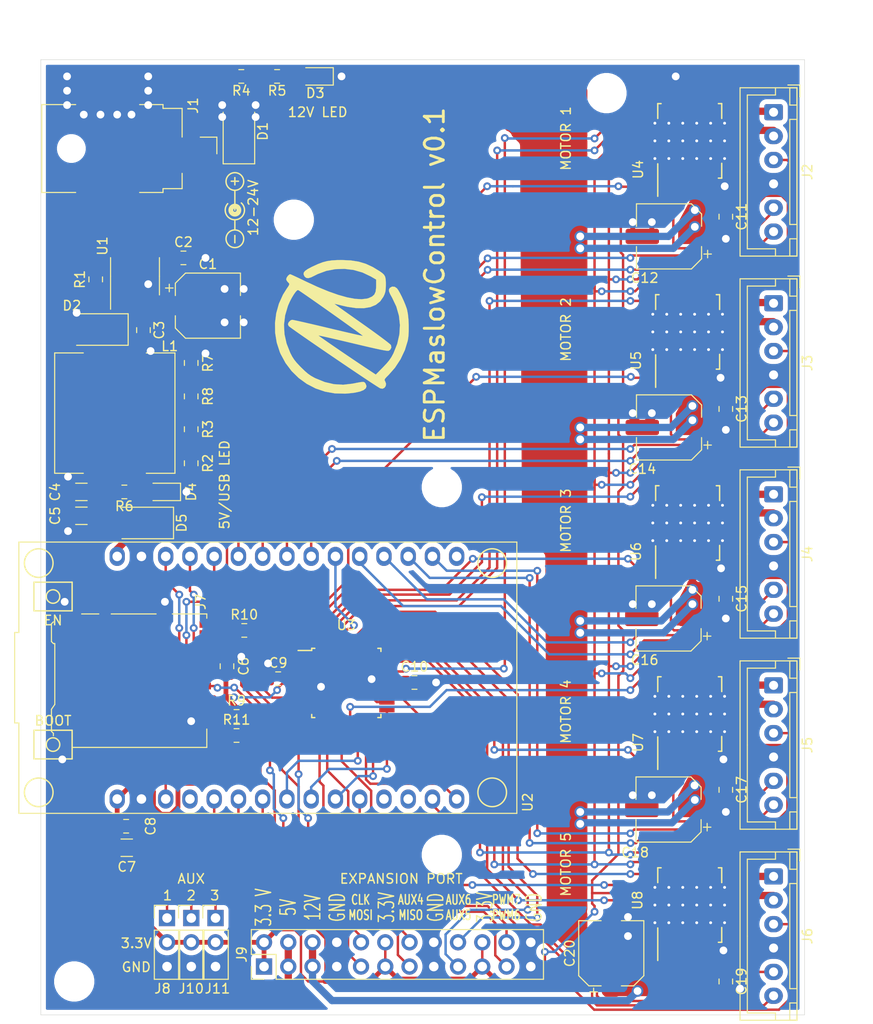
<source format=kicad_pcb>
(kicad_pcb (version 20171130) (host pcbnew 5.1.6+dfsg1-1)
  (layers (0 F.Cu signal) (31 B.Cu signal) (34 B.Paste user) (35 F.Paste user) (36 B.SilkS user) (37 F.SilkS user) (38 B.Mask user) (39 F.Mask user) (44 Edge.Cuts user))
  (net 0 "")
  (net 1 GND)
  (net 2 +12V)
  (net 3 "Net-(C3-Pad1)")
  (net 4 +5V)
  (net 5 +3V3)
  (net 6 "Net-(C10-Pad1)")
  (net 7 "Net-(D2-Pad1)")
  (net 8 "Net-(D3-Pad2)")
  (net 9 "Net-(D4-Pad2)")
  (net 10 "Net-(D5-Pad1)")
  (net 11 /ENC1B)
  (net 12 /ENC1A)
  (net 13 "/DC Driver 1/OUT2")
  (net 14 "/DC Driver 1/OUT1")
  (net 15 /ENC2B)
  (net 16 /ENC2A)
  (net 17 "/DC Driver 2/OUT2")
  (net 18 "/DC Driver 2/OUT1")
  (net 19 /ENC3B)
  (net 20 /ENC3A)
  (net 21 "/DC Driver 3/OUT2")
  (net 22 "/DC Driver 3/OUT1")
  (net 23 /ENC4B)
  (net 24 /ENC4A)
  (net 25 "/DC Driver 4/OUT2")
  (net 26 "/DC Driver 4/OUT1")
  (net 27 /ENC5B)
  (net 28 /ENC5A)
  (net 29 "/DC Driver 5/OUT2")
  (net 30 "/DC Driver 5/OUT1")
  (net 31 /SD_DO)
  (net 32 /SD_CLK)
  (net 33 /SD_DI)
  (net 34 /SD_CS)
  (net 35 /AUX1)
  (net 36 /PWM7)
  (net 37 /PWM6)
  (net 38 /AUX6)
  (net 39 /AUX5)
  (net 40 /AUX4)
  (net 41 /AUX3)
  (net 42 /AUX2)
  (net 43 "Net-(R1-Pad1)")
  (net 44 "Net-(R2-Pad2)")
  (net 45 "Net-(R4-Pad2)")
  (net 46 "Net-(R7-Pad1)")
  (net 47 /AVR_MOSI)
  (net 48 /AVR_RST)
  (net 49 /AVR_MISO)
  (net 50 /AVR_SCLK)
  (net 51 /AVR_CS)
  (net 52 /PWM3)
  (net 53 /PWM2)
  (net 54 /PWM1)
  (net 55 /MOT_SCLK)
  (net 56 /MOT_MISO)
  (net 57 /MOT_MOSI)
  (net 58 /MOT_CS)
  (net 59 /PWM4)
  (net 60 /DIR1)
  (net 61 /DIR3)
  (net 62 /DIR2)
  (net 63 /DIR5)
  (net 64 /DIR4)
  (net 65 /PWM5)
  (net 66 "/DC Driver 1/MISO")
  (net 67 "/DC Driver 2/MISO")
  (net 68 "/DC Driver 3/MISO")
  (net 69 "/DC Driver 4/MISO")
  (net 70 "Net-(J7-Pad1)")
  (net 71 "Net-(J7-Pad8)")
  (net 72 "Net-(R3-Pad1)")
  (module Connector_JST:JST_XH_B6B-XH-A_1x06_P2.50mm_Vertical (layer F.Cu) (at 172.75 145.5 270)
    (fp_text reference J6 (at 6.25 -3.55 90) (layer F.SilkS))
    (fp_text value B6B-XH-A)
    (pad 6 thru_hole oval (at 12.5 0 270) (size 1.7 1.95) (drill 0.95) (layers *.Cu *.Mask) (net 27 /ENC5B))
    (pad 5 thru_hole oval (at 10 0 270) (size 1.7 1.95) (drill 0.95) (layers *.Cu *.Mask) (net 28 /ENC5A))
    (pad 4 thru_hole oval (at 7.5 0 270) (size 1.7 1.95) (drill 0.95) (layers *.Cu *.Mask) (net 1 GND))
    (pad 3 thru_hole oval (at 5 0 270) (size 1.7 1.95) (drill 0.95) (layers *.Cu *.Mask) (net 5 +3V3))
    (pad 2 thru_hole oval (at 2.5 0 270) (size 1.7 1.95) (drill 0.95) (layers *.Cu *.Mask) (net 30 "/DC Driver 5/OUT1"))
    (pad 1 thru_hole roundrect (at 0 0 270) (size 1.7 1.95) (drill 0.95) (layers *.Cu *.Mask) (roundrect_rratio 0.147059) (net 29 "/DC Driver 5/OUT2"))
  )
  (module Connector_JST:JST_XH_B6B-XH-A_1x06_P2.50mm_Vertical (layer F.Cu) (at 172.75 125.5 270)
    (fp_text reference J5 (at 6.25 -3.55 90) (layer F.SilkS))
    (fp_text value B6B-XH-A)
    (pad 6 thru_hole oval (at 12.5 0 270) (size 1.7 1.95) (drill 0.95) (layers *.Cu *.Mask) (net 23 /ENC4B))
    (pad 5 thru_hole oval (at 10 0 270) (size 1.7 1.95) (drill 0.95) (layers *.Cu *.Mask) (net 24 /ENC4A))
    (pad 4 thru_hole oval (at 7.5 0 270) (size 1.7 1.95) (drill 0.95) (layers *.Cu *.Mask) (net 1 GND))
    (pad 3 thru_hole oval (at 5 0 270) (size 1.7 1.95) (drill 0.95) (layers *.Cu *.Mask) (net 5 +3V3))
    (pad 2 thru_hole oval (at 2.5 0 270) (size 1.7 1.95) (drill 0.95) (layers *.Cu *.Mask) (net 26 "/DC Driver 4/OUT1"))
    (pad 1 thru_hole roundrect (at 0 0 270) (size 1.7 1.95) (drill 0.95) (layers *.Cu *.Mask) (roundrect_rratio 0.147059) (net 25 "/DC Driver 4/OUT2"))
  )
  (module Connector_JST:JST_XH_B6B-XH-A_1x06_P2.50mm_Vertical (layer F.Cu) (at 172.75 105.5 270)
    (fp_text reference J4 (at 6.25 -3.55 90) (layer F.SilkS))
    (fp_text value B6B-XH-A)
    (pad 6 thru_hole oval (at 12.5 0 270) (size 1.7 1.95) (drill 0.95) (layers *.Cu *.Mask) (net 19 /ENC3B))
    (pad 5 thru_hole oval (at 10 0 270) (size 1.7 1.95) (drill 0.95) (layers *.Cu *.Mask) (net 20 /ENC3A))
    (pad 4 thru_hole oval (at 7.5 0 270) (size 1.7 1.95) (drill 0.95) (layers *.Cu *.Mask) (net 1 GND))
    (pad 3 thru_hole oval (at 5 0 270) (size 1.7 1.95) (drill 0.95) (layers *.Cu *.Mask) (net 5 +3V3))
    (pad 2 thru_hole oval (at 2.5 0 270) (size 1.7 1.95) (drill 0.95) (layers *.Cu *.Mask) (net 22 "/DC Driver 3/OUT1"))
    (pad 1 thru_hole roundrect (at 0 0 270) (size 1.7 1.95) (drill 0.95) (layers *.Cu *.Mask) (roundrect_rratio 0.147059) (net 21 "/DC Driver 3/OUT2"))
  )
  (module Connector_JST:JST_XH_B6B-XH-A_1x06_P2.50mm_Vertical (layer F.Cu) (at 172.75 85.5 270)
    (fp_text reference J3 (at 6.25 -3.55 90) (layer F.SilkS))
    (fp_text value B6B-XH-A)
    (pad 6 thru_hole oval (at 12.5 0 270) (size 1.7 1.95) (drill 0.95) (layers *.Cu *.Mask) (net 15 /ENC2B))
    (pad 5 thru_hole oval (at 10 0 270) (size 1.7 1.95) (drill 0.95) (layers *.Cu *.Mask) (net 16 /ENC2A))
    (pad 4 thru_hole oval (at 7.5 0 270) (size 1.7 1.95) (drill 0.95) (layers *.Cu *.Mask) (net 1 GND))
    (pad 3 thru_hole oval (at 5 0 270) (size 1.7 1.95) (drill 0.95) (layers *.Cu *.Mask) (net 5 +3V3))
    (pad 2 thru_hole oval (at 2.5 0 270) (size 1.7 1.95) (drill 0.95) (layers *.Cu *.Mask) (net 18 "/DC Driver 2/OUT1"))
    (pad 1 thru_hole roundrect (at 0 0 270) (size 1.7 1.95) (drill 0.95) (layers *.Cu *.Mask) (roundrect_rratio 0.147059) (net 17 "/DC Driver 2/OUT2"))
  )
  (module Connector_JST:JST_XH_B6B-XH-A_1x06_P2.50mm_Vertical (layer F.Cu) (at 172.75 65.5 270)
    (fp_text reference J2 (at 6.25 -3.55 90) (layer F.SilkS))
    (fp_text value B6B-XH-A)
    (pad 6 thru_hole oval (at 12.5 0 270) (size 1.7 1.95) (drill 0.95) (layers *.Cu *.Mask) (net 11 /ENC1B))
    (pad 5 thru_hole oval (at 10 0 270) (size 1.7 1.95) (drill 0.95) (layers *.Cu *.Mask) (net 12 /ENC1A))
    (pad 4 thru_hole oval (at 7.5 0 270) (size 1.7 1.95) (drill 0.95) (layers *.Cu *.Mask) (net 1 GND))
    (pad 3 thru_hole oval (at 5 0 270) (size 1.7 1.95) (drill 0.95) (layers *.Cu *.Mask) (net 5 +3V3))
    (pad 2 thru_hole oval (at 2.5 0 270) (size 1.7 1.95) (drill 0.95) (layers *.Cu *.Mask) (net 14 "/DC Driver 1/OUT1"))
    (pad 1 thru_hole roundrect (at 0 0 270) (size 1.7 1.95) (drill 0.95) (layers *.Cu *.Mask) (roundrect_rratio 0.147059) (net 13 "/DC Driver 1/OUT2"))
  )
  (module Resistor_SMD:R_0805_2012Metric (layer F.Cu) (at 116.5 130.75)
    (fp_text reference R11 (at 0 -1.65) (layer F.SilkS))
    (fp_text value 10K)
    (pad 2 smd roundrect (at 0.9375 0) (size 0.975 1.4) (layers F.Cu F.Paste F.Mask) (net 5 +3V3))
    (pad 1 smd roundrect (at -0.9375 0) (size 0.975 1.4) (layers F.Cu F.Paste F.Mask) (net 70 "Net-(J7-Pad1)"))
  )
  (module Resistor_SMD:R_0805_2012Metric (layer F.Cu) (at 117.3125 119.75)
    (fp_text reference R10 (at 0 -1.65) (layer F.SilkS))
    (fp_text value 10K)
    (pad 2 smd roundrect (at 0.9375 0) (size 0.975 1.4) (layers F.Cu F.Paste F.Mask) (net 5 +3V3))
    (pad 1 smd roundrect (at -0.9375 0) (size 0.975 1.4) (layers F.Cu F.Paste F.Mask) (net 71 "Net-(J7-Pad8)"))
  )
  (module Resistor_SMD:R_0805_2012Metric (layer F.Cu) (at 116.5 128.75)
    (fp_text reference R9 (at 0 -1.65) (layer F.SilkS))
    (fp_text value 10K)
    (pad 2 smd roundrect (at 0.9375 0) (size 0.975 1.4) (layers F.Cu F.Paste F.Mask) (net 5 +3V3))
    (pad 1 smd roundrect (at -0.9375 0) (size 0.975 1.4) (layers F.Cu F.Paste F.Mask) (net 34 /SD_CS))
  )
  (module ProjectFootprints:Maslow_Logo (layer F.Cu) (at 127.5 88 90)
    (fp_text reference G*** hide)
    (fp_text value LOGO hide)
  )
  (module MountingHole:MountingHole_3.2mm_M3 (layer F.Cu) (at 138 143.25)
    (fp_text reference REF** hide)
    (fp_text value MountingHole_3.2mm_M3)
    (pad 1 np_thru_hole circle (at 0 0) (size 3.2 3.2) (drill 3.2) (layers *.Cu *.Mask))
  )
  (module Symbol:Symbol_Barrel_Polarity (layer F.Cu) (at 116.25 75.75 90)
    (fp_text reference REF** hide)
    (fp_text value Symbol_Barrel_Polarity)
  )
  (module MountingHole:MountingHole_3.2mm_M3 (layer F.Cu) (at 122.5 76.75)
    (fp_text reference REF** hide)
    (fp_text value MountingHole_3.2mm_M3)
    (pad 1 np_thru_hole circle (at 0 0) (size 3.2 3.2) (drill 3.2) (layers *.Cu *.Mask))
  )
  (module MountingHole:MountingHole_3.2mm_M3 (layer F.Cu) (at 138 104.75)
    (fp_text reference REF** hide)
    (fp_text value MountingHole_3.2mm_M3)
    (pad 1 np_thru_hole circle (at 0 0) (size 3.2 3.2) (drill 3.2) (layers *.Cu *.Mask))
  )
  (module MountingHole:MountingHole_3.2mm_M3 (layer F.Cu) (at 99.5 156.5)
    (fp_text reference REF** hide)
    (fp_text value MountingHole_3.2mm_M3)
    (pad 1 np_thru_hole circle (at 0 0) (size 3.2 3.2) (drill 3.2) (layers *.Cu *.Mask))
  )
  (module MountingHole:MountingHole_3.2mm_M3 (layer F.Cu) (at 155.25 63.5)
    (fp_text reference REF** hide)
    (fp_text value MountingHole_3.2mm_M3)
    (pad 1 np_thru_hole circle (at 0 0) (size 3.2 3.2) (drill 3.2) (layers *.Cu *.Mask))
  )
  (module Resistor_SMD:R_0805_2012Metric (layer F.Cu) (at 101.75 83 90)
    (fp_text reference R1 (at 0 -1.65 90) (layer F.SilkS))
    (fp_text value 0R15)
    (pad 2 smd roundrect (at 0.9375 0 90) (size 0.975 1.4) (layers F.Cu F.Paste F.Mask) (net 2 +12V))
    (pad 1 smd roundrect (at -0.9375 0 90) (size 0.975 1.4) (layers F.Cu F.Paste F.Mask) (net 43 "Net-(R1-Pad1)"))
  )
  (module ProjectFootprints:ESP32-DEVKIT-V1 (layer F.Cu) (at 121.78 124.7)
    (fp_text reference U2 (at 25.22 13.05 90) (layer F.SilkS))
    (fp_text value ESP32-DevKit-Doit)
    (fp_text user EN (at -24.5 -6) (layer F.SilkS))
    (fp_text user BOOT (at -24.5 4.5) (layer F.SilkS))
    (pad 15 thru_hole oval (at 17.78 12.7) (size 1.6 2) (drill 1) (layers *.Cu *.Mask) (net 47 /AVR_MOSI))
    (pad 16 thru_hole oval (at 17.78 -12.7) (size 1.6 2) (drill 1) (layers *.Cu *.Mask))
    (pad 14 thru_hole oval (at 15.24 12.7) (size 1.6 2) (drill 1) (layers *.Cu *.Mask) (net 28 /ENC5A))
    (pad 17 thru_hole oval (at 15.24 -12.7) (size 1.6 2) (drill 1) (layers *.Cu *.Mask) (net 24 /ENC4A))
    (pad 13 thru_hole oval (at 12.7 12.7) (size 1.6 2) (drill 1) (layers *.Cu *.Mask))
    (pad 18 thru_hole oval (at 12.7 -12.7) (size 1.6 2) (drill 1) (layers *.Cu *.Mask) (net 23 /ENC4B))
    (pad 12 thru_hole oval (at 10.16 12.7) (size 1.6 2) (drill 1) (layers *.Cu *.Mask))
    (pad 19 thru_hole oval (at 10.16 -12.7) (size 1.6 2) (drill 1) (layers *.Cu *.Mask) (net 20 /ENC3A))
    (pad 11 thru_hole oval (at 7.62 12.7) (size 1.6 2) (drill 1) (layers *.Cu *.Mask) (net 27 /ENC5B))
    (pad 20 thru_hole oval (at 7.62 -12.7) (size 1.6 2) (drill 1) (layers *.Cu *.Mask) (net 19 /ENC3B))
    (pad 10 thru_hole oval (at 5.08 12.7) (size 1.6 2) (drill 1) (layers *.Cu *.Mask) (net 49 /AVR_MISO))
    (pad 21 thru_hole oval (at 5.08 -12.7) (size 1.6 2) (drill 1) (layers *.Cu *.Mask) (net 48 /AVR_RST))
    (pad 9 thru_hole oval (at 2.54 12.7) (size 1.6 2) (drill 1) (layers *.Cu *.Mask) (net 50 /AVR_SCLK))
    (pad 22 thru_hole oval (at 2.54 -12.7) (size 1.6 2) (drill 1) (layers *.Cu *.Mask) (net 15 /ENC2B))
    (pad 8 thru_hole oval (at 0 12.7) (size 1.6 2) (drill 1) (layers *.Cu *.Mask) (net 51 /AVR_CS))
    (pad 23 thru_hole oval (at 0 -12.7) (size 1.6 2) (drill 1) (layers *.Cu *.Mask) (net 16 /ENC2A))
    (pad 7 thru_hole oval (at -2.54 12.7) (size 1.6 2) (drill 1) (layers *.Cu *.Mask) (net 41 /AUX3))
    (pad 24 thru_hole oval (at -2.54 -12.7) (size 1.6 2) (drill 1) (layers *.Cu *.Mask) (net 11 /ENC1B))
    (pad 6 thru_hole oval (at -5.08 12.7) (size 1.6 2) (drill 1) (layers *.Cu *.Mask) (net 42 /AUX2))
    (pad 25 thru_hole oval (at -5.08 -12.7) (size 1.6 2) (drill 1) (layers *.Cu *.Mask) (net 12 /ENC1A))
    (pad 5 thru_hole oval (at -7.62 12.7) (size 1.6 2) (drill 1) (layers *.Cu *.Mask) (net 35 /AUX1))
    (pad 26 thru_hole oval (at -7.62 -12.7) (size 1.6 2) (drill 1) (layers *.Cu *.Mask) (net 32 /SD_CLK))
    (pad 4 thru_hole oval (at -10.16 12.7) (size 1.6 2) (drill 1) (layers *.Cu *.Mask))
    (pad 27 thru_hole oval (at -10.16 -12.7) (size 1.6 2) (drill 1) (layers *.Cu *.Mask) (net 31 /SD_DO))
    (pad 3 thru_hole oval (at -12.7 12.7) (size 1.6 2) (drill 1) (layers *.Cu *.Mask) (net 34 /SD_CS))
    (pad 28 thru_hole oval (at -12.7 -12.7) (size 1.6 2) (drill 1) (layers *.Cu *.Mask) (net 33 /SD_DI))
    (pad 2 thru_hole oval (at -15.24 12.7) (size 1.6 2) (drill 1) (layers *.Cu *.Mask) (net 1 GND))
    (pad 29 thru_hole oval (at -15.24 -12.7) (size 1.6 2) (drill 1) (layers *.Cu *.Mask) (net 1 GND))
    (pad 1 thru_hole oval (at -17.78 12.7) (size 1.6 2) (drill 1) (layers *.Cu *.Mask) (net 5 +3V3))
    (pad 30 thru_hole oval (at -17.78 -12.7) (size 1.6 2) (drill 1) (layers *.Cu *.Mask) (net 10 "Net-(D5-Pad1)"))
  )
  (module Capacitor_SMD:CP_Elec_6.3x5.9 (layer F.Cu) (at 155.75 153.55 90)
    (fp_text reference C20 (at 0 -4.35 90) (layer F.SilkS))
    (fp_text value 47u)
    (pad 2 smd roundrect (at 2.8 0 90) (size 3.5 1.6) (layers F.Cu F.Paste F.Mask) (roundrect_rratio 0.15625) (net 1 GND))
    (pad 1 smd roundrect (at -2.8 0 90) (size 3.5 1.6) (layers F.Cu F.Paste F.Mask) (roundrect_rratio 0.15625) (net 2 +12V))
  )
  (module Connector_PinHeader_2.54mm:PinHeader_2x12_P2.54mm_Vertical (layer F.Cu) (at 119.38 154.94 90)
    (fp_text reference J9 (at 1.27 -2.33 90) (layer F.SilkS))
    (fp_text value Conn_02x12_Odd_Even)
    (pad 24 thru_hole oval (at 2.54 27.94 90) (size 1.7 1.7) (drill 1) (layers *.Cu *.Mask) (net 1 GND))
    (pad 23 thru_hole oval (at 0 27.94 90) (size 1.7 1.7) (drill 1) (layers *.Cu *.Mask) (net 1 GND))
    (pad 22 thru_hole oval (at 2.54 25.4 90) (size 1.7 1.7) (drill 1) (layers *.Cu *.Mask) (net 36 /PWM7))
    (pad 21 thru_hole oval (at 0 25.4 90) (size 1.7 1.7) (drill 1) (layers *.Cu *.Mask) (net 37 /PWM6))
    (pad 20 thru_hole oval (at 2.54 22.86 90) (size 1.7 1.7) (drill 1) (layers *.Cu *.Mask) (net 5 +3V3))
    (pad 19 thru_hole oval (at 0 22.86 90) (size 1.7 1.7) (drill 1) (layers *.Cu *.Mask) (net 5 +3V3))
    (pad 18 thru_hole oval (at 2.54 20.32 90) (size 1.7 1.7) (drill 1) (layers *.Cu *.Mask) (net 38 /AUX6))
    (pad 17 thru_hole oval (at 0 20.32 90) (size 1.7 1.7) (drill 1) (layers *.Cu *.Mask) (net 39 /AUX5))
    (pad 16 thru_hole oval (at 2.54 17.78 90) (size 1.7 1.7) (drill 1) (layers *.Cu *.Mask) (net 1 GND))
    (pad 15 thru_hole oval (at 0 17.78 90) (size 1.7 1.7) (drill 1) (layers *.Cu *.Mask) (net 1 GND))
    (pad 14 thru_hole oval (at 2.54 15.24 90) (size 1.7 1.7) (drill 1) (layers *.Cu *.Mask) (net 40 /AUX4))
    (pad 13 thru_hole oval (at 0 15.24 90) (size 1.7 1.7) (drill 1) (layers *.Cu *.Mask) (net 31 /SD_DO))
    (pad 12 thru_hole oval (at 2.54 12.7 90) (size 1.7 1.7) (drill 1) (layers *.Cu *.Mask) (net 5 +3V3))
    (pad 11 thru_hole oval (at 0 12.7 90) (size 1.7 1.7) (drill 1) (layers *.Cu *.Mask) (net 5 +3V3))
    (pad 10 thru_hole oval (at 2.54 10.16 90) (size 1.7 1.7) (drill 1) (layers *.Cu *.Mask) (net 32 /SD_CLK))
    (pad 9 thru_hole oval (at 0 10.16 90) (size 1.7 1.7) (drill 1) (layers *.Cu *.Mask) (net 33 /SD_DI))
    (pad 8 thru_hole oval (at 2.54 7.62 90) (size 1.7 1.7) (drill 1) (layers *.Cu *.Mask) (net 1 GND))
    (pad 7 thru_hole oval (at 0 7.62 90) (size 1.7 1.7) (drill 1) (layers *.Cu *.Mask) (net 1 GND))
    (pad 6 thru_hole oval (at 2.54 5.08 90) (size 1.7 1.7) (drill 1) (layers *.Cu *.Mask) (net 2 +12V))
    (pad 5 thru_hole oval (at 0 5.08 90) (size 1.7 1.7) (drill 1) (layers *.Cu *.Mask) (net 2 +12V))
    (pad 4 thru_hole oval (at 2.54 2.54 90) (size 1.7 1.7) (drill 1) (layers *.Cu *.Mask) (net 4 +5V))
    (pad 3 thru_hole oval (at 0 2.54 90) (size 1.7 1.7) (drill 1) (layers *.Cu *.Mask) (net 4 +5V))
    (pad 2 thru_hole oval (at 2.54 0 90) (size 1.7 1.7) (drill 1) (layers *.Cu *.Mask) (net 5 +3V3))
    (pad 1 thru_hole rect (at 0 0 90) (size 1.7 1.7) (drill 1) (layers *.Cu *.Mask) (net 5 +3V3))
  )
  (module Package_SO:Infineon_PG-DSO-12-9_ThermalVias (layer F.Cu) (at 163.97 68.5 90)
    (fp_text reference U4 (at -3 -5.4 90) (layer F.SilkS))
    (fp_text value IFX9201)
    (pad 13 smd rect (at 0 0 90) (size 4.5 8.1) (layers B.Cu) (net 1 GND))
    (pad 13 thru_hole circle (at -1.85 3.65 90) (size 0.8 0.8) (drill 0.3) (layers *.Cu) (net 1 GND))
    (pad 13 thru_hole circle (at 0 3.65 90) (size 0.8 0.8) (drill 0.3) (layers *.Cu) (net 1 GND))
    (pad 13 thru_hole circle (at 1.85 3.65 90) (size 0.8 0.8) (drill 0.3) (layers *.Cu) (net 1 GND))
    (pad 13 thru_hole circle (at -1.85 2.19 90) (size 0.8 0.8) (drill 0.3) (layers *.Cu) (net 1 GND))
    (pad 13 thru_hole circle (at 0 2.19 90) (size 0.8 0.8) (drill 0.3) (layers *.Cu) (net 1 GND))
    (pad 13 thru_hole circle (at 1.85 2.19 90) (size 0.8 0.8) (drill 0.3) (layers *.Cu) (net 1 GND))
    (pad 13 thru_hole circle (at -1.85 0.73 90) (size 0.8 0.8) (drill 0.3) (layers *.Cu) (net 1 GND))
    (pad 13 thru_hole circle (at 0 0.73 90) (size 0.8 0.8) (drill 0.3) (layers *.Cu) (net 1 GND))
    (pad 13 thru_hole circle (at 1.85 0.73 90) (size 0.8 0.8) (drill 0.3) (layers *.Cu) (net 1 GND))
    (pad 13 thru_hole circle (at -1.85 -0.73 90) (size 0.8 0.8) (drill 0.3) (layers *.Cu) (net 1 GND))
    (pad 13 thru_hole circle (at 0 -0.73 90) (size 0.8 0.8) (drill 0.3) (layers *.Cu) (net 1 GND))
    (pad 13 thru_hole circle (at 1.85 -0.73 90) (size 0.8 0.8) (drill 0.3) (layers *.Cu) (net 1 GND))
    (pad 13 thru_hole circle (at -1.85 -2.19 90) (size 0.8 0.8) (drill 0.3) (layers *.Cu) (net 1 GND))
    (pad 13 thru_hole circle (at 0 -2.19 90) (size 0.8 0.8) (drill 0.3) (layers *.Cu) (net 1 GND))
    (pad 13 thru_hole circle (at 1.85 -2.19 90) (size 0.8 0.8) (drill 0.3) (layers *.Cu) (net 1 GND))
    (pad 13 thru_hole circle (at 1.85 -3.65 90) (size 0.8 0.8) (drill 0.3) (layers *.Cu) (net 1 GND))
    (pad 13 thru_hole circle (at 0 -3.65 90) (size 0.8 0.8) (drill 0.3) (layers *.Cu) (net 1 GND))
    (pad 12 smd rect (at 4.8 -2.5 90) (size 2 0.65) (layers F.Cu F.Paste F.Mask) (net 54 /PWM1))
    (pad 11 smd rect (at 4.8 -1.5 90) (size 2 0.65) (layers F.Cu F.Paste F.Mask) (net 1 GND))
    (pad 10 smd rect (at 4.8 -0.5 90) (size 2 0.65) (layers F.Cu F.Paste F.Mask) (net 55 /MOT_SCLK))
    (pad 9 smd rect (at 4.8 0.5 90) (size 2 0.65) (layers F.Cu F.Paste F.Mask) (net 58 /MOT_CS))
    (pad 8 smd rect (at 4.8 1.5 90) (size 2 0.65) (layers F.Cu F.Paste F.Mask) (net 57 /MOT_MOSI))
    (pad 7 smd rect (at 4.8 2.5 90) (size 2 0.65) (layers F.Cu F.Paste F.Mask) (net 13 "/DC Driver 1/OUT2"))
    (pad 6 smd rect (at -4.8 2.5 90) (size 2 0.65) (layers F.Cu F.Paste F.Mask) (net 1 GND))
    (pad 5 smd rect (at -4.8 1.5 90) (size 2 0.65) (layers F.Cu F.Paste F.Mask) (net 14 "/DC Driver 1/OUT1"))
    (pad 4 smd rect (at -4.8 0.5 90) (size 2 0.65) (layers F.Cu F.Paste F.Mask) (net 2 +12V))
    (pad 3 smd rect (at -4.8 -0.5 90) (size 2 0.65) (layers F.Cu F.Paste F.Mask) (net 66 "/DC Driver 1/MISO"))
    (pad 2 smd rect (at -4.8 -1.5 90) (size 2 0.65) (layers F.Cu F.Paste F.Mask) (net 5 +3V3))
    (pad 13 thru_hole circle (at -1.85 -3.65 90) (size 0.8 0.8) (drill 0.3) (layers *.Cu) (net 1 GND))
    (pad 13 smd rect (at 0 0 90) (size 4.5 8.1) (layers F.Cu F.Mask) (net 1 GND))
    (pad 1 smd rect (at -4.8 -2.5 90) (size 2 0.65) (layers F.Cu F.Paste F.Mask) (net 60 /DIR1))
  )
  (module Package_SO:Infineon_PG-DSO-12-9_ThermalVias (layer F.Cu) (at 163.97 148.5 90)
    (fp_text reference U8 (at 0.5 -5.47 90) (layer F.SilkS))
    (fp_text value IFX9201)
    (pad 13 smd rect (at 0 0 90) (size 4.5 8.1) (layers B.Cu) (net 1 GND))
    (pad 13 thru_hole circle (at -1.85 3.65 90) (size 0.8 0.8) (drill 0.3) (layers *.Cu) (net 1 GND))
    (pad 13 thru_hole circle (at 0 3.65 90) (size 0.8 0.8) (drill 0.3) (layers *.Cu) (net 1 GND))
    (pad 13 thru_hole circle (at 1.85 3.65 90) (size 0.8 0.8) (drill 0.3) (layers *.Cu) (net 1 GND))
    (pad 13 thru_hole circle (at -1.85 2.19 90) (size 0.8 0.8) (drill 0.3) (layers *.Cu) (net 1 GND))
    (pad 13 thru_hole circle (at 0 2.19 90) (size 0.8 0.8) (drill 0.3) (layers *.Cu) (net 1 GND))
    (pad 13 thru_hole circle (at 1.85 2.19 90) (size 0.8 0.8) (drill 0.3) (layers *.Cu) (net 1 GND))
    (pad 13 thru_hole circle (at -1.85 0.73 90) (size 0.8 0.8) (drill 0.3) (layers *.Cu) (net 1 GND))
    (pad 13 thru_hole circle (at 0 0.73 90) (size 0.8 0.8) (drill 0.3) (layers *.Cu) (net 1 GND))
    (pad 13 thru_hole circle (at 1.85 0.73 90) (size 0.8 0.8) (drill 0.3) (layers *.Cu) (net 1 GND))
    (pad 13 thru_hole circle (at -1.85 -0.73 90) (size 0.8 0.8) (drill 0.3) (layers *.Cu) (net 1 GND))
    (pad 13 thru_hole circle (at 0 -0.73 90) (size 0.8 0.8) (drill 0.3) (layers *.Cu) (net 1 GND))
    (pad 13 thru_hole circle (at 1.85 -0.73 90) (size 0.8 0.8) (drill 0.3) (layers *.Cu) (net 1 GND))
    (pad 13 thru_hole circle (at -1.85 -2.19 90) (size 0.8 0.8) (drill 0.3) (layers *.Cu) (net 1 GND))
    (pad 13 thru_hole circle (at 0 -2.19 90) (size 0.8 0.8) (drill 0.3) (layers *.Cu) (net 1 GND))
    (pad 13 thru_hole circle (at 1.85 -2.19 90) (size 0.8 0.8) (drill 0.3) (layers *.Cu) (net 1 GND))
    (pad 13 thru_hole circle (at 1.85 -3.65 90) (size 0.8 0.8) (drill 0.3) (layers *.Cu) (net 1 GND))
    (pad 13 thru_hole circle (at 0 -3.65 90) (size 0.8 0.8) (drill 0.3) (layers *.Cu) (net 1 GND))
    (pad 12 smd rect (at 4.8 -2.5 90) (size 2 0.65) (layers F.Cu F.Paste F.Mask) (net 65 /PWM5))
    (pad 11 smd rect (at 4.8 -1.5 90) (size 2 0.65) (layers F.Cu F.Paste F.Mask) (net 1 GND))
    (pad 10 smd rect (at 4.8 -0.5 90) (size 2 0.65) (layers F.Cu F.Paste F.Mask) (net 55 /MOT_SCLK))
    (pad 9 smd rect (at 4.8 0.5 90) (size 2 0.65) (layers F.Cu F.Paste F.Mask) (net 58 /MOT_CS))
    (pad 8 smd rect (at 4.8 1.5 90) (size 2 0.65) (layers F.Cu F.Paste F.Mask) (net 69 "/DC Driver 4/MISO"))
    (pad 7 smd rect (at 4.8 2.5 90) (size 2 0.65) (layers F.Cu F.Paste F.Mask) (net 29 "/DC Driver 5/OUT2"))
    (pad 6 smd rect (at -4.8 2.5 90) (size 2 0.65) (layers F.Cu F.Paste F.Mask) (net 1 GND))
    (pad 5 smd rect (at -4.8 1.5 90) (size 2 0.65) (layers F.Cu F.Paste F.Mask) (net 30 "/DC Driver 5/OUT1"))
    (pad 4 smd rect (at -4.8 0.5 90) (size 2 0.65) (layers F.Cu F.Paste F.Mask) (net 2 +12V))
    (pad 3 smd rect (at -4.8 -0.5 90) (size 2 0.65) (layers F.Cu F.Paste F.Mask) (net 56 /MOT_MISO))
    (pad 2 smd rect (at -4.8 -1.5 90) (size 2 0.65) (layers F.Cu F.Paste F.Mask) (net 5 +3V3))
    (pad 13 thru_hole circle (at -1.85 -3.65 90) (size 0.8 0.8) (drill 0.3) (layers *.Cu) (net 1 GND))
    (pad 13 smd rect (at 0 0 90) (size 4.5 8.1) (layers F.Cu F.Mask) (net 1 GND))
    (pad 1 smd rect (at -4.8 -2.5 90) (size 2 0.65) (layers F.Cu F.Paste F.Mask) (net 63 /DIR5))
  )
  (module Package_SO:Infineon_PG-DSO-12-9_ThermalVias (layer F.Cu) (at 163.97 128.5 90)
    (fp_text reference U7 (at -3 -5.4 90) (layer F.SilkS))
    (fp_text value IFX9201)
    (pad 13 smd rect (at 0 0 90) (size 4.5 8.1) (layers B.Cu) (net 1 GND))
    (pad 13 thru_hole circle (at -1.85 3.65 90) (size 0.8 0.8) (drill 0.3) (layers *.Cu) (net 1 GND))
    (pad 13 thru_hole circle (at 0 3.65 90) (size 0.8 0.8) (drill 0.3) (layers *.Cu) (net 1 GND))
    (pad 13 thru_hole circle (at 1.85 3.65 90) (size 0.8 0.8) (drill 0.3) (layers *.Cu) (net 1 GND))
    (pad 13 thru_hole circle (at -1.85 2.19 90) (size 0.8 0.8) (drill 0.3) (layers *.Cu) (net 1 GND))
    (pad 13 thru_hole circle (at 0 2.19 90) (size 0.8 0.8) (drill 0.3) (layers *.Cu) (net 1 GND))
    (pad 13 thru_hole circle (at 1.85 2.19 90) (size 0.8 0.8) (drill 0.3) (layers *.Cu) (net 1 GND))
    (pad 13 thru_hole circle (at -1.85 0.73 90) (size 0.8 0.8) (drill 0.3) (layers *.Cu) (net 1 GND))
    (pad 13 thru_hole circle (at 0 0.73 90) (size 0.8 0.8) (drill 0.3) (layers *.Cu) (net 1 GND))
    (pad 13 thru_hole circle (at 1.85 0.73 90) (size 0.8 0.8) (drill 0.3) (layers *.Cu) (net 1 GND))
    (pad 13 thru_hole circle (at -1.85 -0.73 90) (size 0.8 0.8) (drill 0.3) (layers *.Cu) (net 1 GND))
    (pad 13 thru_hole circle (at 0 -0.73 90) (size 0.8 0.8) (drill 0.3) (layers *.Cu) (net 1 GND))
    (pad 13 thru_hole circle (at 1.85 -0.73 90) (size 0.8 0.8) (drill 0.3) (layers *.Cu) (net 1 GND))
    (pad 13 thru_hole circle (at -1.85 -2.19 90) (size 0.8 0.8) (drill 0.3) (layers *.Cu) (net 1 GND))
    (pad 13 thru_hole circle (at 0 -2.19 90) (size 0.8 0.8) (drill 0.3) (layers *.Cu) (net 1 GND))
    (pad 13 thru_hole circle (at 1.85 -2.19 90) (size 0.8 0.8) (drill 0.3) (layers *.Cu) (net 1 GND))
    (pad 13 thru_hole circle (at 1.85 -3.65 90) (size 0.8 0.8) (drill 0.3) (layers *.Cu) (net 1 GND))
    (pad 13 thru_hole circle (at 0 -3.65 90) (size 0.8 0.8) (drill 0.3) (layers *.Cu) (net 1 GND))
    (pad 12 smd rect (at 4.8 -2.5 90) (size 2 0.65) (layers F.Cu F.Paste F.Mask) (net 59 /PWM4))
    (pad 11 smd rect (at 4.8 -1.5 90) (size 2 0.65) (layers F.Cu F.Paste F.Mask) (net 1 GND))
    (pad 10 smd rect (at 4.8 -0.5 90) (size 2 0.65) (layers F.Cu F.Paste F.Mask) (net 55 /MOT_SCLK))
    (pad 9 smd rect (at 4.8 0.5 90) (size 2 0.65) (layers F.Cu F.Paste F.Mask) (net 58 /MOT_CS))
    (pad 8 smd rect (at 4.8 1.5 90) (size 2 0.65) (layers F.Cu F.Paste F.Mask) (net 68 "/DC Driver 3/MISO"))
    (pad 7 smd rect (at 4.8 2.5 90) (size 2 0.65) (layers F.Cu F.Paste F.Mask) (net 25 "/DC Driver 4/OUT2"))
    (pad 6 smd rect (at -4.8 2.5 90) (size 2 0.65) (layers F.Cu F.Paste F.Mask) (net 1 GND))
    (pad 5 smd rect (at -4.8 1.5 90) (size 2 0.65) (layers F.Cu F.Paste F.Mask) (net 26 "/DC Driver 4/OUT1"))
    (pad 4 smd rect (at -4.8 0.5 90) (size 2 0.65) (layers F.Cu F.Paste F.Mask) (net 2 +12V))
    (pad 3 smd rect (at -4.8 -0.5 90) (size 2 0.65) (layers F.Cu F.Paste F.Mask) (net 69 "/DC Driver 4/MISO"))
    (pad 2 smd rect (at -4.8 -1.5 90) (size 2 0.65) (layers F.Cu F.Paste F.Mask) (net 5 +3V3))
    (pad 13 thru_hole circle (at -1.85 -3.65 90) (size 0.8 0.8) (drill 0.3) (layers *.Cu) (net 1 GND))
    (pad 13 smd rect (at 0 0 90) (size 4.5 8.1) (layers F.Cu F.Mask) (net 1 GND))
    (pad 1 smd rect (at -4.8 -2.5 90) (size 2 0.65) (layers F.Cu F.Paste F.Mask) (net 64 /DIR4))
  )
  (module Package_SO:Infineon_PG-DSO-12-9_ThermalVias (layer F.Cu) (at 163.75 108.5 90)
    (fp_text reference U6 (at -3 -5.4 90) (layer F.SilkS))
    (fp_text value IFX9201)
    (pad 13 smd rect (at 0 0 90) (size 4.5 8.1) (layers B.Cu) (net 1 GND))
    (pad 13 thru_hole circle (at -1.85 3.65 90) (size 0.8 0.8) (drill 0.3) (layers *.Cu) (net 1 GND))
    (pad 13 thru_hole circle (at 0 3.65 90) (size 0.8 0.8) (drill 0.3) (layers *.Cu) (net 1 GND))
    (pad 13 thru_hole circle (at 1.85 3.65 90) (size 0.8 0.8) (drill 0.3) (layers *.Cu) (net 1 GND))
    (pad 13 thru_hole circle (at -1.85 2.19 90) (size 0.8 0.8) (drill 0.3) (layers *.Cu) (net 1 GND))
    (pad 13 thru_hole circle (at 0 2.19 90) (size 0.8 0.8) (drill 0.3) (layers *.Cu) (net 1 GND))
    (pad 13 thru_hole circle (at 1.85 2.19 90) (size 0.8 0.8) (drill 0.3) (layers *.Cu) (net 1 GND))
    (pad 13 thru_hole circle (at -1.85 0.73 90) (size 0.8 0.8) (drill 0.3) (layers *.Cu) (net 1 GND))
    (pad 13 thru_hole circle (at 0 0.73 90) (size 0.8 0.8) (drill 0.3) (layers *.Cu) (net 1 GND))
    (pad 13 thru_hole circle (at 1.85 0.73 90) (size 0.8 0.8) (drill 0.3) (layers *.Cu) (net 1 GND))
    (pad 13 thru_hole circle (at -1.85 -0.73 90) (size 0.8 0.8) (drill 0.3) (layers *.Cu) (net 1 GND))
    (pad 13 thru_hole circle (at 0 -0.73 90) (size 0.8 0.8) (drill 0.3) (layers *.Cu) (net 1 GND))
    (pad 13 thru_hole circle (at 1.85 -0.73 90) (size 0.8 0.8) (drill 0.3) (layers *.Cu) (net 1 GND))
    (pad 13 thru_hole circle (at -1.85 -2.19 90) (size 0.8 0.8) (drill 0.3) (layers *.Cu) (net 1 GND))
    (pad 13 thru_hole circle (at 0 -2.19 90) (size 0.8 0.8) (drill 0.3) (layers *.Cu) (net 1 GND))
    (pad 13 thru_hole circle (at 1.85 -2.19 90) (size 0.8 0.8) (drill 0.3) (layers *.Cu) (net 1 GND))
    (pad 13 thru_hole circle (at 1.85 -3.65 90) (size 0.8 0.8) (drill 0.3) (layers *.Cu) (net 1 GND))
    (pad 13 thru_hole circle (at 0 -3.65 90) (size 0.8 0.8) (drill 0.3) (layers *.Cu) (net 1 GND))
    (pad 12 smd rect (at 4.8 -2.5 90) (size 2 0.65) (layers F.Cu F.Paste F.Mask) (net 52 /PWM3))
    (pad 11 smd rect (at 4.8 -1.5 90) (size 2 0.65) (layers F.Cu F.Paste F.Mask) (net 1 GND))
    (pad 10 smd rect (at 4.8 -0.5 90) (size 2 0.65) (layers F.Cu F.Paste F.Mask) (net 55 /MOT_SCLK))
    (pad 9 smd rect (at 4.8 0.5 90) (size 2 0.65) (layers F.Cu F.Paste F.Mask) (net 58 /MOT_CS))
    (pad 8 smd rect (at 4.8 1.5 90) (size 2 0.65) (layers F.Cu F.Paste F.Mask) (net 67 "/DC Driver 2/MISO"))
    (pad 7 smd rect (at 4.8 2.5 90) (size 2 0.65) (layers F.Cu F.Paste F.Mask) (net 21 "/DC Driver 3/OUT2"))
    (pad 6 smd rect (at -4.8 2.5 90) (size 2 0.65) (layers F.Cu F.Paste F.Mask) (net 1 GND))
    (pad 5 smd rect (at -4.8 1.5 90) (size 2 0.65) (layers F.Cu F.Paste F.Mask) (net 22 "/DC Driver 3/OUT1"))
    (pad 4 smd rect (at -4.8 0.5 90) (size 2 0.65) (layers F.Cu F.Paste F.Mask) (net 2 +12V))
    (pad 3 smd rect (at -4.8 -0.5 90) (size 2 0.65) (layers F.Cu F.Paste F.Mask) (net 68 "/DC Driver 3/MISO"))
    (pad 2 smd rect (at -4.8 -1.5 90) (size 2 0.65) (layers F.Cu F.Paste F.Mask) (net 5 +3V3))
    (pad 13 thru_hole circle (at -1.85 -3.65 90) (size 0.8 0.8) (drill 0.3) (layers *.Cu) (net 1 GND))
    (pad 13 smd rect (at 0 0 90) (size 4.5 8.1) (layers F.Cu F.Mask) (net 1 GND))
    (pad 1 smd rect (at -4.8 -2.5 90) (size 2 0.65) (layers F.Cu F.Paste F.Mask) (net 61 /DIR3))
  )
  (module Package_SO:Infineon_PG-DSO-12-9_ThermalVias (layer F.Cu) (at 163.75 88.5 90)
    (fp_text reference U5 (at -3 -5.4 90) (layer F.SilkS))
    (fp_text value IFX9201)
    (pad 13 smd rect (at 0 0 90) (size 4.5 8.1) (layers B.Cu) (net 1 GND))
    (pad 13 thru_hole circle (at -1.85 3.65 90) (size 0.8 0.8) (drill 0.3) (layers *.Cu) (net 1 GND))
    (pad 13 thru_hole circle (at 0 3.65 90) (size 0.8 0.8) (drill 0.3) (layers *.Cu) (net 1 GND))
    (pad 13 thru_hole circle (at 1.85 3.65 90) (size 0.8 0.8) (drill 0.3) (layers *.Cu) (net 1 GND))
    (pad 13 thru_hole circle (at -1.85 2.19 90) (size 0.8 0.8) (drill 0.3) (layers *.Cu) (net 1 GND))
    (pad 13 thru_hole circle (at 0 2.19 90) (size 0.8 0.8) (drill 0.3) (layers *.Cu) (net 1 GND))
    (pad 13 thru_hole circle (at 1.85 2.19 90) (size 0.8 0.8) (drill 0.3) (layers *.Cu) (net 1 GND))
    (pad 13 thru_hole circle (at -1.85 0.73 90) (size 0.8 0.8) (drill 0.3) (layers *.Cu) (net 1 GND))
    (pad 13 thru_hole circle (at 0 0.73 90) (size 0.8 0.8) (drill 0.3) (layers *.Cu) (net 1 GND))
    (pad 13 thru_hole circle (at 1.85 0.73 90) (size 0.8 0.8) (drill 0.3) (layers *.Cu) (net 1 GND))
    (pad 13 thru_hole circle (at -1.85 -0.73 90) (size 0.8 0.8) (drill 0.3) (layers *.Cu) (net 1 GND))
    (pad 13 thru_hole circle (at 0 -0.73 90) (size 0.8 0.8) (drill 0.3) (layers *.Cu) (net 1 GND))
    (pad 13 thru_hole circle (at 1.85 -0.73 90) (size 0.8 0.8) (drill 0.3) (layers *.Cu) (net 1 GND))
    (pad 13 thru_hole circle (at -1.85 -2.19 90) (size 0.8 0.8) (drill 0.3) (layers *.Cu) (net 1 GND))
    (pad 13 thru_hole circle (at 0 -2.19 90) (size 0.8 0.8) (drill 0.3) (layers *.Cu) (net 1 GND))
    (pad 13 thru_hole circle (at 1.85 -2.19 90) (size 0.8 0.8) (drill 0.3) (layers *.Cu) (net 1 GND))
    (pad 13 thru_hole circle (at 1.85 -3.65 90) (size 0.8 0.8) (drill 0.3) (layers *.Cu) (net 1 GND))
    (pad 13 thru_hole circle (at 0 -3.65 90) (size 0.8 0.8) (drill 0.3) (layers *.Cu) (net 1 GND))
    (pad 12 smd rect (at 4.8 -2.5 90) (size 2 0.65) (layers F.Cu F.Paste F.Mask) (net 53 /PWM2))
    (pad 11 smd rect (at 4.8 -1.5 90) (size 2 0.65) (layers F.Cu F.Paste F.Mask) (net 1 GND))
    (pad 10 smd rect (at 4.8 -0.5 90) (size 2 0.65) (layers F.Cu F.Paste F.Mask) (net 55 /MOT_SCLK))
    (pad 9 smd rect (at 4.8 0.5 90) (size 2 0.65) (layers F.Cu F.Paste F.Mask) (net 58 /MOT_CS))
    (pad 8 smd rect (at 4.8 1.5 90) (size 2 0.65) (layers F.Cu F.Paste F.Mask) (net 66 "/DC Driver 1/MISO"))
    (pad 7 smd rect (at 4.8 2.5 90) (size 2 0.65) (layers F.Cu F.Paste F.Mask) (net 17 "/DC Driver 2/OUT2"))
    (pad 6 smd rect (at -4.8 2.5 90) (size 2 0.65) (layers F.Cu F.Paste F.Mask) (net 1 GND))
    (pad 5 smd rect (at -4.8 1.5 90) (size 2 0.65) (layers F.Cu F.Paste F.Mask) (net 18 "/DC Driver 2/OUT1"))
    (pad 4 smd rect (at -4.8 0.5 90) (size 2 0.65) (layers F.Cu F.Paste F.Mask) (net 2 +12V))
    (pad 3 smd rect (at -4.8 -0.5 90) (size 2 0.65) (layers F.Cu F.Paste F.Mask) (net 67 "/DC Driver 2/MISO"))
    (pad 2 smd rect (at -4.8 -1.5 90) (size 2 0.65) (layers F.Cu F.Paste F.Mask) (net 5 +3V3))
    (pad 13 thru_hole circle (at -1.85 -3.65 90) (size 0.8 0.8) (drill 0.3) (layers *.Cu) (net 1 GND))
    (pad 13 smd rect (at 0 0 90) (size 4.5 8.1) (layers F.Cu F.Mask) (net 1 GND))
    (pad 1 smd rect (at -4.8 -2.5 90) (size 2 0.65) (layers F.Cu F.Paste F.Mask) (net 62 /DIR2))
  )
  (module Package_QFP:TQFP-32_7x7mm_P0.8mm (layer F.Cu) (at 128 125.25)
    (fp_text reference U3 (at 0 -6.05) (layer F.SilkS))
    (fp_text value ATmega328PB-AU)
    (pad 32 smd rect (at -2.8 -4.25 90) (size 1.6 0.55) (layers F.Cu F.Paste F.Mask) (net 53 /PWM2))
    (pad 31 smd rect (at -2 -4.25 90) (size 1.6 0.55) (layers F.Cu F.Paste F.Mask) (net 54 /PWM1))
    (pad 30 smd rect (at -1.2 -4.25 90) (size 1.6 0.55) (layers F.Cu F.Paste F.Mask) (net 65 /PWM5))
    (pad 29 smd rect (at -0.4 -4.25 90) (size 1.6 0.55) (layers F.Cu F.Paste F.Mask) (net 48 /AVR_RST))
    (pad 28 smd rect (at 0.4 -4.25 90) (size 1.6 0.55) (layers F.Cu F.Paste F.Mask))
    (pad 27 smd rect (at 1.2 -4.25 90) (size 1.6 0.55) (layers F.Cu F.Paste F.Mask) (net 38 /AUX6))
    (pad 26 smd rect (at 2 -4.25 90) (size 1.6 0.55) (layers F.Cu F.Paste F.Mask) (net 39 /AUX5))
    (pad 25 smd rect (at 2.8 -4.25 90) (size 1.6 0.55) (layers F.Cu F.Paste F.Mask) (net 64 /DIR4))
    (pad 24 smd rect (at 4.25 -2.8) (size 1.6 0.55) (layers F.Cu F.Paste F.Mask) (net 55 /MOT_SCLK))
    (pad 23 smd rect (at 4.25 -2) (size 1.6 0.55) (layers F.Cu F.Paste F.Mask) (net 56 /MOT_MISO))
    (pad 22 smd rect (at 4.25 -1.2) (size 1.6 0.55) (layers F.Cu F.Paste F.Mask) (net 57 /MOT_MOSI))
    (pad 21 smd rect (at 4.25 -0.4) (size 1.6 0.55) (layers F.Cu F.Paste F.Mask) (net 1 GND))
    (pad 20 smd rect (at 4.25 0.4) (size 1.6 0.55) (layers F.Cu F.Paste F.Mask) (net 6 "Net-(C10-Pad1)"))
    (pad 19 smd rect (at 4.25 1.2) (size 1.6 0.55) (layers F.Cu F.Paste F.Mask) (net 58 /MOT_CS))
    (pad 18 smd rect (at 4.25 2) (size 1.6 0.55) (layers F.Cu F.Paste F.Mask) (net 5 +3V3))
    (pad 17 smd rect (at 4.25 2.8) (size 1.6 0.55) (layers F.Cu F.Paste F.Mask) (net 50 /AVR_SCLK))
    (pad 16 smd rect (at 2.8 4.25 90) (size 1.6 0.55) (layers F.Cu F.Paste F.Mask) (net 49 /AVR_MISO))
    (pad 15 smd rect (at 2 4.25 90) (size 1.6 0.55) (layers F.Cu F.Paste F.Mask) (net 47 /AVR_MOSI))
    (pad 14 smd rect (at 1.2 4.25 90) (size 1.6 0.55) (layers F.Cu F.Paste F.Mask) (net 51 /AVR_CS))
    (pad 13 smd rect (at 0.4 4.25 90) (size 1.6 0.55) (layers F.Cu F.Paste F.Mask) (net 59 /PWM4))
    (pad 12 smd rect (at -0.4 4.25 90) (size 1.6 0.55) (layers F.Cu F.Paste F.Mask) (net 63 /DIR5))
    (pad 11 smd rect (at -1.2 4.25 90) (size 1.6 0.55) (layers F.Cu F.Paste F.Mask))
    (pad 10 smd rect (at -2 4.25 90) (size 1.6 0.55) (layers F.Cu F.Paste F.Mask) (net 36 /PWM7))
    (pad 9 smd rect (at -2.8 4.25 90) (size 1.6 0.55) (layers F.Cu F.Paste F.Mask) (net 37 /PWM6))
    (pad 8 smd rect (at -4.25 2.8) (size 1.6 0.55) (layers F.Cu F.Paste F.Mask) (net 40 /AUX4))
    (pad 7 smd rect (at -4.25 2) (size 1.6 0.55) (layers F.Cu F.Paste F.Mask))
    (pad 6 smd rect (at -4.25 1.2) (size 1.6 0.55) (layers F.Cu F.Paste F.Mask) (net 60 /DIR1))
    (pad 5 smd rect (at -4.25 0.4) (size 1.6 0.55) (layers F.Cu F.Paste F.Mask) (net 1 GND))
    (pad 4 smd rect (at -4.25 -0.4) (size 1.6 0.55) (layers F.Cu F.Paste F.Mask) (net 5 +3V3))
    (pad 3 smd rect (at -4.25 -1.2) (size 1.6 0.55) (layers F.Cu F.Paste F.Mask) (net 62 /DIR2))
    (pad 2 smd rect (at -4.25 -2) (size 1.6 0.55) (layers F.Cu F.Paste F.Mask) (net 61 /DIR3))
    (pad 1 smd rect (at -4.25 -2.8) (size 1.6 0.55) (layers F.Cu F.Paste F.Mask) (net 52 /PWM3))
  )
  (module Package_SO:SO-8_3.9x4.9mm_P1.27mm (layer F.Cu) (at 105.865 82.675 90)
    (fp_text reference U1 (at 3.175 -3.4 90) (layer F.SilkS))
    (fp_text value NCP3063)
    (pad 8 smd roundrect (at 2.575 -1.905 90) (size 1.75 0.6) (layers F.Cu F.Paste F.Mask))
    (pad 7 smd roundrect (at 2.575 -0.635 90) (size 1.75 0.6) (layers F.Cu F.Paste F.Mask) (net 43 "Net-(R1-Pad1)"))
    (pad 6 smd roundrect (at 2.575 0.635 90) (size 1.75 0.6) (layers F.Cu F.Paste F.Mask) (net 2 +12V))
    (pad 5 smd roundrect (at 2.575 1.905 90) (size 1.75 0.6) (layers F.Cu F.Paste F.Mask) (net 46 "Net-(R7-Pad1)"))
    (pad 4 smd roundrect (at -2.575 1.905 90) (size 1.75 0.6) (layers F.Cu F.Paste F.Mask) (net 1 GND))
    (pad 3 smd roundrect (at -2.575 0.635 90) (size 1.75 0.6) (layers F.Cu F.Paste F.Mask) (net 3 "Net-(C3-Pad1)"))
    (pad 2 smd roundrect (at -2.575 -0.635 90) (size 1.75 0.6) (layers F.Cu F.Paste F.Mask) (net 7 "Net-(D2-Pad1)"))
    (pad 1 smd roundrect (at -2.575 -1.905 90) (size 1.75 0.6) (layers F.Cu F.Paste F.Mask) (net 43 "Net-(R1-Pad1)"))
  )
  (module Resistor_SMD:R_0805_2012Metric (layer F.Cu) (at 111.75 95.25 90)
    (fp_text reference R8 (at 0 1.75 90) (layer F.SilkS))
    (fp_text value 10K)
    (pad 2 smd roundrect (at 0.9375 0 90) (size 0.975 1.4) (layers F.Cu F.Paste F.Mask) (net 46 "Net-(R7-Pad1)"))
    (pad 1 smd roundrect (at -0.9375 0 90) (size 0.975 1.4) (layers F.Cu F.Paste F.Mask) (net 72 "Net-(R3-Pad1)"))
  )
  (module Resistor_SMD:R_0805_2012Metric (layer F.Cu) (at 111.75 91.75 90)
    (fp_text reference R7 (at 0 1.75 90) (layer F.SilkS))
    (fp_text value 10K)
    (pad 2 smd roundrect (at 0.9375 0 90) (size 0.975 1.4) (layers F.Cu F.Paste F.Mask) (net 1 GND))
    (pad 1 smd roundrect (at -0.9375 0 90) (size 0.975 1.4) (layers F.Cu F.Paste F.Mask) (net 46 "Net-(R7-Pad1)"))
  )
  (module Resistor_SMD:R_0805_2012Metric (layer F.Cu) (at 104.75 105.25)
    (fp_text reference R6 (at 0 1.5) (layer F.SilkS))
    (fp_text value 1K)
    (pad 2 smd roundrect (at 0.9375 0) (size 0.975 1.4) (layers F.Cu F.Paste F.Mask) (net 9 "Net-(D4-Pad2)"))
    (pad 1 smd roundrect (at -0.9375 0) (size 0.975 1.4) (layers F.Cu F.Paste F.Mask) (net 4 +5V))
  )
  (module Resistor_SMD:R_0805_2012Metric (layer F.Cu) (at 120.75 61.75)
    (fp_text reference R5 (at 0 1.5) (layer F.SilkS))
    (fp_text value 1K)
    (pad 2 smd roundrect (at 0.9375 0) (size 0.975 1.4) (layers F.Cu F.Paste F.Mask) (net 8 "Net-(D3-Pad2)"))
    (pad 1 smd roundrect (at -0.9375 0) (size 0.975 1.4) (layers F.Cu F.Paste F.Mask) (net 45 "Net-(R4-Pad2)"))
  )
  (module Resistor_SMD:R_0805_2012Metric (layer F.Cu) (at 117 61.75)
    (fp_text reference R4 (at 0 1.5) (layer F.SilkS))
    (fp_text value 1K)
    (pad 2 smd roundrect (at 0.9375 0) (size 0.975 1.4) (layers F.Cu F.Paste F.Mask) (net 45 "Net-(R4-Pad2)"))
    (pad 1 smd roundrect (at -0.9375 0) (size 0.975 1.4) (layers F.Cu F.Paste F.Mask) (net 2 +12V))
  )
  (module Resistor_SMD:R_0805_2012Metric (layer F.Cu) (at 111.75 98.6875 270)
    (fp_text reference R3 (at 0 -1.75 90) (layer F.SilkS))
    (fp_text value 10K)
    (pad 2 smd roundrect (at 0.9375 0 270) (size 0.975 1.4) (layers F.Cu F.Paste F.Mask) (net 44 "Net-(R2-Pad2)"))
    (pad 1 smd roundrect (at -0.9375 0 270) (size 0.975 1.4) (layers F.Cu F.Paste F.Mask) (net 72 "Net-(R3-Pad1)"))
  )
  (module Resistor_SMD:R_0805_2012Metric (layer F.Cu) (at 111.75 102.25 90)
    (fp_text reference R2 (at 0 1.75 90) (layer F.SilkS))
    (fp_text value 10K)
    (pad 2 smd roundrect (at 0.9375 0 90) (size 0.975 1.4) (layers F.Cu F.Paste F.Mask) (net 44 "Net-(R2-Pad2)"))
    (pad 1 smd roundrect (at -0.9375 0 90) (size 0.975 1.4) (layers F.Cu F.Paste F.Mask) (net 4 +5V))
  )
  (module Inductor_SMD:L_12x12mm_H8mm (layer F.Cu) (at 103.75 97 90)
    (fp_text reference L1 (at 7 5.75 180) (layer F.SilkS))
    (fp_text value 68u)
    (pad 2 smd rect (at 4.95 0 90) (size 2.9 5.4) (layers F.Cu F.Paste F.Mask) (net 7 "Net-(D2-Pad1)"))
    (pad 1 smd rect (at -4.95 0 90) (size 2.9 5.4) (layers F.Cu F.Paste F.Mask) (net 4 +5V))
  )
  (module Connector_PinHeader_2.54mm:PinHeader_1x03_P2.54mm_Vertical (layer F.Cu) (at 114.3 149.86)
    (fp_text reference J11 (at 0.2 7.39) (layer F.SilkS))
    (fp_text value Conn_01x03)
    (pad 3 thru_hole oval (at 0 5.08) (size 1.7 1.7) (drill 1) (layers *.Cu *.Mask) (net 1 GND))
    (pad 2 thru_hole oval (at 0 2.54) (size 1.7 1.7) (drill 1) (layers *.Cu *.Mask) (net 5 +3V3))
    (pad 1 thru_hole rect (at 0 0) (size 1.7 1.7) (drill 1) (layers *.Cu *.Mask) (net 41 /AUX3))
  )
  (module Connector_PinHeader_2.54mm:PinHeader_1x03_P2.54mm_Vertical (layer F.Cu) (at 111.76 149.86)
    (fp_text reference J10 (at -0.01 7.39) (layer F.SilkS))
    (fp_text value Conn_01x03)
    (pad 3 thru_hole oval (at 0 5.08) (size 1.7 1.7) (drill 1) (layers *.Cu *.Mask) (net 1 GND))
    (pad 2 thru_hole oval (at 0 2.54) (size 1.7 1.7) (drill 1) (layers *.Cu *.Mask) (net 5 +3V3))
    (pad 1 thru_hole rect (at 0 0) (size 1.7 1.7) (drill 1) (layers *.Cu *.Mask) (net 42 /AUX2))
  )
  (module Connector_PinHeader_2.54mm:PinHeader_1x03_P2.54mm_Vertical (layer F.Cu) (at 109.22 149.86)
    (fp_text reference J8 (at -0.47 7.39) (layer F.SilkS))
    (fp_text value Conn_01x03)
    (pad 3 thru_hole oval (at 0 5.08) (size 1.7 1.7) (drill 1) (layers *.Cu *.Mask) (net 1 GND))
    (pad 2 thru_hole oval (at 0 2.54) (size 1.7 1.7) (drill 1) (layers *.Cu *.Mask) (net 5 +3V3))
    (pad 1 thru_hole rect (at 0 0) (size 1.7 1.7) (drill 1) (layers *.Cu *.Mask) (net 35 /AUX1))
  )
  (module Connector_Card:microSD_HC_Hirose_DM3AT-SF-PEJM5 (layer F.Cu) (at 105.5 125 270)
    (fp_text reference J7 (at -8.25 -7.25 90) (layer F.SilkS))
    (fp_text value Micro_SD_Card_Det)
    (pad 11 smd rect (at 6.675 7.375 270) (size 1.3 1.9) (layers F.Cu F.Paste F.Mask) (net 1 GND))
    (pad 11 smd rect (at -6.825 6.925 270) (size 1 2.8) (layers F.Cu F.Paste F.Mask) (net 1 GND))
    (pad 10 smd rect (at -6.825 2.775 270) (size 1 0.8) (layers F.Cu F.Paste F.Mask))
    (pad 11 smd rect (at -6.825 -3.425 270) (size 1 1.2) (layers F.Cu F.Paste F.Mask) (net 1 GND))
    (pad 11 smd rect (at 4.325 -7.725 270) (size 1 1.2) (layers F.Cu F.Paste F.Mask) (net 1 GND))
    (pad 7 smd rect (at -3.825 -7.725 270) (size 0.7 1.2) (layers F.Cu F.Paste F.Mask) (net 31 /SD_DO))
    (pad 6 smd rect (at -2.725 -7.725 270) (size 0.7 1.2) (layers F.Cu F.Paste F.Mask) (net 1 GND))
    (pad 5 smd rect (at -1.625 -7.725 270) (size 0.7 1.2) (layers F.Cu F.Paste F.Mask) (net 32 /SD_CLK))
    (pad 4 smd rect (at -0.525 -7.725 270) (size 0.7 1.2) (layers F.Cu F.Paste F.Mask) (net 5 +3V3))
    (pad 3 smd rect (at 0.575 -7.725 270) (size 0.7 1.2) (layers F.Cu F.Paste F.Mask) (net 33 /SD_DI))
    (pad 2 smd rect (at 1.675 -7.725 270) (size 0.7 1.2) (layers F.Cu F.Paste F.Mask) (net 34 /SD_CS))
    (pad 1 smd rect (at 2.775 -7.725 270) (size 0.7 1.2) (layers F.Cu F.Paste F.Mask) (net 70 "Net-(J7-Pad1)"))
    (pad 8 smd rect (at -4.925 -7.725 270) (size 0.7 1.2) (layers F.Cu F.Paste F.Mask) (net 71 "Net-(J7-Pad8)"))
    (pad 9 smd rect (at -5.875 -7.725 270) (size 0.7 1.2) (layers F.Cu F.Paste F.Mask))
  )
  (module Connector_BarrelJack:BarrelJack_CUI_PJ-036AH-SMT_Horizontal (layer F.Cu) (at 106.2 69.3 270)
    (fp_text reference J1 (at -4.5 -5.75 90) (layer F.SilkS))
    (fp_text value Barrel_Jack_Switch)
    (pad "" np_thru_hole circle (at 0 7 270) (size 2 2) (drill 2) (layers *.Cu *.Mask))
    (pad 3 smd rect (at 6.45 3.2 270) (size 3.9 6.2) (layers F.Cu F.Paste F.Mask))
    (pad 2 smd rect (at -6.45 3.2 270) (size 3.9 6.2) (layers F.Cu F.Paste F.Mask) (net 1 GND))
    (pad 1 smd rect (at 0.7 -5.8 270) (size 3.3 4.4) (layers F.Cu F.Paste F.Mask) (net 2 +12V))
  )
  (module Diode_SMD:D_SMA (layer F.Cu) (at 106.5 108.5 180)
    (fp_text reference D5 (at -4.25 0 90) (layer F.SilkS))
    (fp_text value 2A)
    (pad 2 smd rect (at 2 0 180) (size 2.5 1.8) (layers F.Cu F.Paste F.Mask) (net 4 +5V))
    (pad 1 smd rect (at -2 0 180) (size 2.5 1.8) (layers F.Cu F.Paste F.Mask) (net 10 "Net-(D5-Pad1)"))
  )
  (module LED_SMD:LED_0805_2012Metric_Castellated (layer F.Cu) (at 108.75 105.25 180)
    (fp_text reference D4 (at -3 0 90) (layer F.SilkS))
    (fp_text value YLW)
    (pad 2 smd roundrect (at 0.9625 0 180) (size 1.325 1.3) (layers F.Cu F.Paste F.Mask) (roundrect_rratio 0.192308) (net 9 "Net-(D4-Pad2)"))
    (pad 1 smd roundrect (at -0.9625 0 180) (size 1.325 1.3) (layers F.Cu F.Paste F.Mask) (roundrect_rratio 0.192308) (net 1 GND))
  )
  (module LED_SMD:LED_0805_2012Metric_Castellated (layer F.Cu) (at 124.75 61.75 180)
    (fp_text reference D3 (at 0 -1.75) (layer F.SilkS))
    (fp_text value GRN)
    (pad 2 smd roundrect (at 0.9625 0 180) (size 1.325 1.3) (layers F.Cu F.Paste F.Mask) (roundrect_rratio 0.192308) (net 8 "Net-(D3-Pad2)"))
    (pad 1 smd roundrect (at -0.9625 0 180) (size 1.325 1.3) (layers F.Cu F.Paste F.Mask) (roundrect_rratio 0.192308) (net 1 GND))
  )
  (module Diode_SMD:D_SMA (layer F.Cu) (at 101.75 88.25 180)
    (fp_text reference D2 (at 2.5 2.5) (layer F.SilkS))
    (fp_text value 2A)
    (pad 2 smd rect (at 2 0 180) (size 2.5 1.8) (layers F.Cu F.Paste F.Mask) (net 1 GND))
    (pad 1 smd rect (at -2 0 180) (size 2.5 1.8) (layers F.Cu F.Paste F.Mask) (net 7 "Net-(D2-Pad1)"))
  )
  (module Diode_SMD:D_SMA (layer F.Cu) (at 116.75 67.5 90)
    (fp_text reference D1 (at 0 2.5 90) (layer F.SilkS))
    (fp_text value 26V7)
    (pad 2 smd rect (at 2 0 90) (size 2.5 1.8) (layers F.Cu F.Paste F.Mask) (net 1 GND))
    (pad 1 smd rect (at -2 0 90) (size 2.5 1.8) (layers F.Cu F.Paste F.Mask) (net 2 +12V))
  )
  (module Capacitor_SMD:C_0805_2012Metric (layer F.Cu) (at 167.75 156.5 270)
    (fp_text reference C19 (at 0 -1.65 90) (layer F.SilkS))
    (fp_text value 100n)
    (pad 2 smd roundrect (at 0.9375 0 270) (size 0.975 1.4) (layers F.Cu F.Paste F.Mask) (net 1 GND))
    (pad 1 smd roundrect (at -0.9375 0 270) (size 0.975 1.4) (layers F.Cu F.Paste F.Mask) (net 2 +12V))
  )
  (module Capacitor_SMD:CP_Elec_6.3x5.9 (layer F.Cu) (at 161.75 138.5 180)
    (fp_text reference C18 (at 3.5 -4.5) (layer F.SilkS))
    (fp_text value 47u)
    (pad 2 smd roundrect (at 2.8 0 180) (size 3.5 1.6) (layers F.Cu F.Paste F.Mask) (roundrect_rratio 0.15625) (net 1 GND))
    (pad 1 smd roundrect (at -2.8 0 180) (size 3.5 1.6) (layers F.Cu F.Paste F.Mask) (roundrect_rratio 0.15625) (net 2 +12V))
  )
  (module Capacitor_SMD:C_0805_2012Metric (layer F.Cu) (at 167.75 136.4375 270)
    (fp_text reference C17 (at 0 -1.65 90) (layer F.SilkS))
    (fp_text value 100n)
    (pad 2 smd roundrect (at 0.9375 0 270) (size 0.975 1.4) (layers F.Cu F.Paste F.Mask) (net 1 GND))
    (pad 1 smd roundrect (at -0.9375 0 270) (size 0.975 1.4) (layers F.Cu F.Paste F.Mask) (net 2 +12V))
  )
  (module Capacitor_SMD:CP_Elec_6.3x5.9 (layer F.Cu) (at 161.75 118.5 180)
    (fp_text reference C16 (at 2.5 -4.35) (layer F.SilkS))
    (fp_text value 47u)
    (pad 2 smd roundrect (at 2.8 0 180) (size 3.5 1.6) (layers F.Cu F.Paste F.Mask) (roundrect_rratio 0.15625) (net 1 GND))
    (pad 1 smd roundrect (at -2.8 0 180) (size 3.5 1.6) (layers F.Cu F.Paste F.Mask) (roundrect_rratio 0.15625) (net 2 +12V))
  )
  (module Capacitor_SMD:C_0805_2012Metric (layer F.Cu) (at 167.75 116.4375 270)
    (fp_text reference C15 (at 0 -1.65 90) (layer F.SilkS))
    (fp_text value 100n)
    (pad 2 smd roundrect (at 0.9375 0 270) (size 0.975 1.4) (layers F.Cu F.Paste F.Mask) (net 1 GND))
    (pad 1 smd roundrect (at -0.9375 0 270) (size 0.975 1.4) (layers F.Cu F.Paste F.Mask) (net 2 +12V))
  )
  (module Capacitor_SMD:CP_Elec_6.3x5.9 (layer F.Cu) (at 161.8 98.5 180)
    (fp_text reference C14 (at 2.8 -4.35) (layer F.SilkS))
    (fp_text value 47u)
    (pad 2 smd roundrect (at 2.8 0 180) (size 3.5 1.6) (layers F.Cu F.Paste F.Mask) (roundrect_rratio 0.15625) (net 1 GND))
    (pad 1 smd roundrect (at -2.8 0 180) (size 3.5 1.6) (layers F.Cu F.Paste F.Mask) (roundrect_rratio 0.15625) (net 2 +12V))
  )
  (module Capacitor_SMD:C_0805_2012Metric (layer F.Cu) (at 167.75 96.5625 270)
    (fp_text reference C13 (at 0 -1.65 90) (layer F.SilkS))
    (fp_text value 100n)
    (pad 2 smd roundrect (at 0.9375 0 270) (size 0.975 1.4) (layers F.Cu F.Paste F.Mask) (net 1 GND))
    (pad 1 smd roundrect (at -0.9375 0 270) (size 0.975 1.4) (layers F.Cu F.Paste F.Mask) (net 2 +12V))
  )
  (module Capacitor_SMD:CP_Elec_6.3x5.9 (layer F.Cu) (at 161.8 78.5 180)
    (fp_text reference C12 (at 2.55 -4.35) (layer F.SilkS))
    (fp_text value 47u)
    (pad 2 smd roundrect (at 2.8 0 180) (size 3.5 1.6) (layers F.Cu F.Paste F.Mask) (roundrect_rratio 0.15625) (net 1 GND))
    (pad 1 smd roundrect (at -2.8 0 180) (size 3.5 1.6) (layers F.Cu F.Paste F.Mask) (roundrect_rratio 0.15625) (net 2 +12V))
  )
  (module Capacitor_SMD:C_0805_2012Metric (layer F.Cu) (at 167.75 76.4375 270)
    (fp_text reference C11 (at 0 -1.65 90) (layer F.SilkS))
    (fp_text value 100n)
    (pad 2 smd roundrect (at 0.9375 0 270) (size 0.975 1.4) (layers F.Cu F.Paste F.Mask) (net 1 GND))
    (pad 1 smd roundrect (at -0.9375 0 270) (size 0.975 1.4) (layers F.Cu F.Paste F.Mask) (net 2 +12V))
  )
  (module Capacitor_SMD:C_0805_2012Metric (layer F.Cu) (at 135.1375 125.2)
    (fp_text reference C10 (at 0 -1.65) (layer F.SilkS))
    (fp_text value 100n)
    (pad 2 smd roundrect (at 0.9375 0) (size 0.975 1.4) (layers F.Cu F.Paste F.Mask) (net 1 GND))
    (pad 1 smd roundrect (at -0.9375 0) (size 0.975 1.4) (layers F.Cu F.Paste F.Mask) (net 6 "Net-(C10-Pad1)"))
  )
  (module Capacitor_SMD:C_0805_2012Metric (layer F.Cu) (at 120.8625 124.8)
    (fp_text reference C9 (at 0 -1.65) (layer F.SilkS))
    (fp_text value 100n)
    (pad 2 smd roundrect (at 0.9375 0) (size 0.975 1.4) (layers F.Cu F.Paste F.Mask) (net 5 +3V3))
    (pad 1 smd roundrect (at -0.9375 0) (size 0.975 1.4) (layers F.Cu F.Paste F.Mask) (net 1 GND))
  )
  (module Capacitor_SMD:C_0805_2012Metric (layer F.Cu) (at 104.9375 140.25)
    (fp_text reference C8 (at 2.5625 0 90) (layer F.SilkS))
    (fp_text value 100n)
    (pad 2 smd roundrect (at 0.9375 0) (size 0.975 1.4) (layers F.Cu F.Paste F.Mask) (net 1 GND))
    (pad 1 smd roundrect (at -0.9375 0) (size 0.975 1.4) (layers F.Cu F.Paste F.Mask) (net 5 +3V3))
  )
  (module Capacitor_SMD:C_1206_3216Metric (layer F.Cu) (at 105 142.5)
    (fp_text reference C7 (at 0 2) (layer F.SilkS))
    (fp_text value 47u)
    (pad 2 smd roundrect (at 1.4 0) (size 1.25 1.75) (layers F.Cu F.Paste F.Mask) (roundrect_rratio 0.2) (net 1 GND))
    (pad 1 smd roundrect (at -1.4 0) (size 1.25 1.75) (layers F.Cu F.Paste F.Mask) (roundrect_rratio 0.2) (net 5 +3V3))
  )
  (module Capacitor_SMD:C_0805_2012Metric (layer F.Cu) (at 115.5 123.5 90)
    (fp_text reference C6 (at 0 1.75 90) (layer F.SilkS))
    (fp_text value 100n)
    (pad 2 smd roundrect (at 0.9375 0 90) (size 0.975 1.4) (layers F.Cu F.Paste F.Mask) (net 1 GND))
    (pad 1 smd roundrect (at -0.9375 0 90) (size 0.975 1.4) (layers F.Cu F.Paste F.Mask) (net 5 +3V3))
  )
  (module Capacitor_SMD:C_1206_3216Metric (layer F.Cu) (at 100.25 107.75 180)
    (fp_text reference C5 (at 2.75 0 90) (layer F.SilkS))
    (fp_text value 47u)
    (pad 2 smd roundrect (at 1.4 0 180) (size 1.25 1.75) (layers F.Cu F.Paste F.Mask) (roundrect_rratio 0.2) (net 1 GND))
    (pad 1 smd roundrect (at -1.4 0 180) (size 1.25 1.75) (layers F.Cu F.Paste F.Mask) (roundrect_rratio 0.2) (net 4 +5V))
  )
  (module Capacitor_SMD:C_1206_3216Metric (layer F.Cu) (at 100.25 105.25 180)
    (fp_text reference C4 (at 2.75 0 90) (layer F.SilkS))
    (fp_text value 47u)
    (pad 2 smd roundrect (at 1.4 0 180) (size 1.25 1.75) (layers F.Cu F.Paste F.Mask) (roundrect_rratio 0.2) (net 1 GND))
    (pad 1 smd roundrect (at -1.4 0 180) (size 1.25 1.75) (layers F.Cu F.Paste F.Mask) (roundrect_rratio 0.2) (net 4 +5V))
  )
  (module Capacitor_SMD:C_0805_2012Metric (layer F.Cu) (at 106.75 88.3125 270)
    (fp_text reference C3 (at 0 -1.65 90) (layer F.SilkS))
    (fp_text value 2n2)
    (pad 2 smd roundrect (at 0.9375 0 270) (size 0.975 1.4) (layers F.Cu F.Paste F.Mask) (net 1 GND))
    (pad 1 smd roundrect (at -0.9375 0 270) (size 0.975 1.4) (layers F.Cu F.Paste F.Mask) (net 3 "Net-(C3-Pad1)"))
  )
  (module Capacitor_SMD:C_0805_2012Metric (layer F.Cu) (at 110.9375 80.75)
    (fp_text reference C2 (at 0 -1.65) (layer F.SilkS))
    (fp_text value 100n)
    (pad 2 smd roundrect (at 0.9375 0) (size 0.975 1.4) (layers F.Cu F.Paste F.Mask) (net 1 GND))
    (pad 1 smd roundrect (at -0.9375 0) (size 0.975 1.4) (layers F.Cu F.Paste F.Mask) (net 2 +12V))
  )
  (module Capacitor_SMD:CP_Elec_6.3x5.9 (layer F.Cu) (at 113.5 85.75)
    (fp_text reference C1 (at 0 -4.35) (layer F.SilkS))
    (fp_text value 47u)
    (pad 2 smd roundrect (at 2.8 0) (size 3.5 1.6) (layers F.Cu F.Paste F.Mask) (roundrect_rratio 0.15625) (net 1 GND))
    (pad 1 smd roundrect (at -2.8 0) (size 3.5 1.6) (layers F.Cu F.Paste F.Mask) (roundrect_rratio 0.15625) (net 2 +12V))
  )
  (gr_text "MOTOR 5" (at 151 144.25 90) (layer F.SilkS) (effects (font (size 1 1))))
  (gr_text "MOTOR 4" (at 151 128.25 90) (layer F.SilkS) (effects (font (size 1 1))))
  (gr_text "MOTOR 3" (at 151 108.25 90) (layer F.SilkS) (effects (font (size 1 1))))
  (gr_text "MOTOR 2" (at 151 88.25 90) (layer F.SilkS) (effects (font (size 1 1))))
  (gr_text "MOTOR 1" (at 151 68.25 90) (layer F.SilkS) (effects (font (size 1 1))))
  (gr_text "EXPANSION PORT" (at 133.75 145.75) (layer F.SilkS) (effects (font (size 1 1))))
  (gr_text GND (at 106 155) (layer F.SilkS) (effects (font (size 1 1))))
  (gr_text 3.3V (at 106 152.5) (layer F.SilkS) (effects (font (size 1 1))))
  (gr_text "PWM7\nPWM6" (at 144.75 148.75) (layer F.SilkS) (effects (font (size 1 0.7))))
  (gr_text "AUX6\nAUX5" (at 139.75 148.75) (layer F.SilkS) (effects (font (size 1 0.7))))
  (gr_text "AUX4\nMISO" (at 134.75 148.75) (layer F.SilkS) (effects (font (size 1 0.7))))
  (gr_text "CLK\nMOSI" (at 129.5 148.75) (layer F.SilkS) (effects (font (size 1 0.7))))
  (gr_text "3.3 V\n5V\n12V\nGND\n\n3.3V\n\nGND\n\n3.3V\n\nGND" (at 133.5 148.75 90) (layer F.SilkS) (effects (font (size 1.6 1))))
  (gr_text "1  2  3" (at 111.75 147.5) (layer F.SilkS) (effects (font (size 1 1))))
  (gr_text AUX (at 111.75 145.75) (layer F.SilkS) (effects (font (size 1 1))))
  (gr_text 12-24V (at 118.25 75.5 90) (layer F.SilkS) (effects (font (size 1 1))))
  (gr_text "5V/USB LED" (at 115.25 104.5 90) (layer F.SilkS) (effects (font (size 1 1))))
  (gr_text "12V LED" (at 125 65.5) (layer F.SilkS) (effects (font (size 1 1))))
  (gr_text - (at 116.25 78.784 90) (layer F.SilkS) (effects (font (size 1 1))))
  (gr_text + (at 116.325 72.65) (layer F.SilkS) (effects (font (size 1 1))))
  (gr_text "ESPMaslowControl v0.1" (at 137.25 82.5 90) (layer F.SilkS) (effects (font (size 2 2) (thickness 0.3))))
  (gr_line (start 176 60) (end 96 60) (layer Edge.Cuts) (width 0.05))
  (gr_line (start 176 160) (end 176 60) (layer Edge.Cuts) (width 0.05))
  (gr_line (start 96 160) (end 176 160) (layer Edge.Cuts) (width 0.05))
  (gr_line (start 96 60) (end 96 160) (layer Edge.Cuts) (width 0.05))
  (segment (start 103 62.85) (end 104.6 62.85) (width 0.508) (layer F.Cu) (net 1))
  (via (at 105.5 65.75) (size 1.2192) (drill 0.8128) (layers F.Cu B.Cu) (net 1))
  (segment (start 105.5 63.75) (end 105.5 65.75) (width 0.508) (layer F.Cu) (net 1))
  (segment (start 104.6 62.85) (end 105.5 63.75) (width 0.508) (layer F.Cu) (net 1))
  (via (at 104 65.75) (size 1.2192) (drill 0.8128) (layers F.Cu B.Cu) (net 1))
  (segment (start 104 63.85) (end 104 65.75) (width 0.508) (layer F.Cu) (net 1))
  (segment (start 103 62.85) (end 104 63.85) (width 0.508) (layer F.Cu) (net 1))
  (via (at 100.5 65.75) (size 1.2192) (drill 0.8128) (layers F.Cu B.Cu) (net 1))
  (segment (start 100.5 63) (end 100.5 65.75) (width 0.508) (layer F.Cu) (net 1))
  (segment (start 100.65 62.85) (end 100.5 63) (width 0.508) (layer F.Cu) (net 1))
  (via (at 102.25 65.75) (size 1.2192) (drill 0.8128) (layers F.Cu B.Cu) (net 1))
  (segment (start 102.25 63.6) (end 102.25 65.75) (width 0.508) (layer F.Cu) (net 1))
  (segment (start 103 62.85) (end 102.25 63.6) (width 0.508) (layer F.Cu) (net 1))
  (via (at 98.75 61.75) (size 1.2192) (drill 0.8128) (layers F.Cu B.Cu) (net 1))
  (via (at 107.25 61.750008) (size 1.2192) (drill 0.8128) (layers F.Cu B.Cu) (net 1))
  (segment (start 104.099992 61.750008) (end 107.25 61.750008) (width 0.508) (layer F.Cu) (net 1))
  (segment (start 103 62.85) (end 104.099992 61.750008) (width 0.508) (layer F.Cu) (net 1))
  (segment (start 101.9 61.75) (end 98.75 61.75) (width 0.508) (layer F.Cu) (net 1))
  (segment (start 103 62.85) (end 101.9 61.75) (width 0.508) (layer F.Cu) (net 1))
  (segment (start 106.850006 62.85) (end 107.250006 63.25) (width 0.508) (layer F.Cu) (net 1))
  (segment (start 103 62.85) (end 106.850006 62.85) (width 0.508) (layer F.Cu) (net 1))
  (via (at 107.250006 63.25) (size 1.2192) (drill 0.8128) (layers F.Cu B.Cu) (net 1))
  (segment (start 99.15 62.85) (end 98.75 63.25) (width 0.508) (layer F.Cu) (net 1))
  (segment (start 103 62.85) (end 99.15 62.85) (width 0.508) (layer F.Cu) (net 1))
  (via (at 98.75 63.25) (size 1.2192) (drill 0.8128) (layers F.Cu B.Cu) (net 1))
  (via (at 107.25 64.75) (size 1.2192) (drill 0.8128) (layers F.Cu B.Cu) (net 1))
  (segment (start 105.35 62.85) (end 107.25 64.75) (width 0.508) (layer F.Cu) (net 1))
  (segment (start 103 62.85) (end 105.35 62.85) (width 0.508) (layer F.Cu) (net 1))
  (segment (start 103 62.85) (end 100.65 62.85) (width 0.508) (layer F.Cu) (net 1))
  (via (at 98.75 64.749992) (size 1.2192) (drill 0.8128) (layers F.Cu B.Cu) (net 1))
  (segment (start 100.65 62.85) (end 98.750008 64.749992) (width 0.508) (layer F.Cu) (net 1))
  (segment (start 98.750008 64.749992) (end 98.75 64.749992) (width 0.508) (layer F.Cu) (net 1))
  (via (at 160 77) (size 1.2192) (drill 0.8128) (layers F.Cu B.Cu) (net 1))
  (via (at 158 77) (size 1.2192) (drill 0.8128) (layers F.Cu B.Cu) (net 1))
  (segment (start 158 78.5) (end 158 77) (width 0.508) (layer F.Cu) (net 1))
  (segment (start 159 78.5) (end 158 78.5) (width 0.508) (layer F.Cu) (net 1))
  (segment (start 160 78.5) (end 160 77) (width 0.508) (layer F.Cu) (net 1))
  (segment (start 159 78.5) (end 160 78.5) (width 0.508) (layer F.Cu) (net 1))
  (via (at 127.5 61.75) (size 1.2192) (drill 0.8128) (layers F.Cu B.Cu) (net 1))
  (segment (start 125.7125 61.75) (end 127.5 61.75) (width 0.508) (layer F.Cu) (net 1))
  (via (at 162.5 61.75) (size 1.2192) (drill 0.8128) (layers F.Cu B.Cu) (net 1))
  (segment (start 162.47 61.78) (end 162.5 61.75) (width 0.762) (layer F.Cu) (net 1))
  (segment (start 162.47 63.7) (end 162.47 61.78) (width 0.762) (layer F.Cu) (net 1))
  (via (at 157.5 149.75) (size 1.2192) (drill 0.8128) (layers F.Cu B.Cu) (net 1))
  (segment (start 156.75 149.75) (end 157.5 149.75) (width 0.762) (layer F.Cu) (net 1))
  (segment (start 155.75 150.75) (end 156.75 149.75) (width 0.762) (layer F.Cu) (net 1))
  (via (at 157.5 151.75) (size 1.2192) (drill 0.8128) (layers F.Cu B.Cu) (net 1))
  (segment (start 156.75 151.75) (end 157.5 151.75) (width 0.762) (layer F.Cu) (net 1))
  (segment (start 155.75 150.75) (end 156.75 151.75) (width 0.762) (layer F.Cu) (net 1))
  (via (at 158.000022 96.999994) (size 1.2192) (drill 0.8128) (layers F.Cu B.Cu) (net 1))
  (segment (start 159 98.5) (end 158.000022 97.500022) (width 0.762) (layer F.Cu) (net 1))
  (segment (start 158.000022 97.500022) (end 158.000022 96.999994) (width 0.762) (layer F.Cu) (net 1))
  (segment (start 160 97.5) (end 160 97) (width 0.762) (layer F.Cu) (net 1))
  (segment (start 159 98.5) (end 160 97.5) (width 0.762) (layer F.Cu) (net 1))
  (via (at 160 97) (size 1.2192) (drill 0.8128) (layers F.Cu B.Cu) (net 1))
  (via (at 158 117) (size 1.2192) (drill 0.8128) (layers F.Cu B.Cu) (net 1))
  (via (at 160 117) (size 1.2192) (drill 0.8128) (layers F.Cu B.Cu) (net 1))
  (segment (start 160 117.45) (end 160 117) (width 0.762) (layer F.Cu) (net 1))
  (segment (start 158.95 118.5) (end 160 117.45) (width 0.762) (layer F.Cu) (net 1))
  (segment (start 158 117.55) (end 158.95 118.5) (width 0.762) (layer F.Cu) (net 1))
  (segment (start 158 117) (end 158 117.55) (width 0.762) (layer F.Cu) (net 1))
  (segment (start 160 137.45) (end 160 137) (width 0.762) (layer F.Cu) (net 1))
  (segment (start 158.95 138.5) (end 160 137.45) (width 0.762) (layer F.Cu) (net 1))
  (via (at 160 137) (size 1.2192) (drill 0.8128) (layers F.Cu B.Cu) (net 1))
  (segment (start 158.95 138.5) (end 158.25 138.5) (width 0.762) (layer F.Cu) (net 1))
  (via (at 158 137) (size 1.2192) (drill 0.8128) (layers F.Cu B.Cu) (net 1))
  (segment (start 158 138.25) (end 158 137) (width 0.762) (layer F.Cu) (net 1))
  (segment (start 158.25 138.5) (end 158 138.25) (width 0.762) (layer F.Cu) (net 1))
  (via (at 98.85 109.35002) (size 1.2192) (drill 0.8128) (layers F.Cu B.Cu) (net 1))
  (segment (start 98.85 107.75) (end 98.85 109.35002) (width 0.762) (layer F.Cu) (net 1))
  (via (at 98.850004 103.649996) (size 1.2192) (drill 0.8128) (layers F.Cu B.Cu) (net 1))
  (segment (start 98.85 105.25) (end 98.85 103.65) (width 0.762) (layer F.Cu) (net 1))
  (segment (start 98.85 103.65) (end 98.850004 103.649996) (width 0.762) (layer F.Cu) (net 1))
  (via (at 111.25 105.25) (size 1.2192) (drill 0.8128) (layers F.Cu B.Cu) (net 1))
  (segment (start 109.7125 105.25) (end 111.25 105.25) (width 0.762) (layer F.Cu) (net 1))
  (via (at 113.25 90.75) (size 1.2192) (drill 0.8128) (layers F.Cu B.Cu) (net 1))
  (segment (start 113.1875 90.8125) (end 113.25 90.75) (width 0.762) (layer F.Cu) (net 1))
  (segment (start 111.75 90.8125) (end 113.1875 90.8125) (width 0.762) (layer F.Cu) (net 1))
  (via (at 115.25 84.000022) (size 1.2192) (drill 0.8128) (layers F.Cu B.Cu) (net 1))
  (segment (start 116.3 85.75) (end 115.25 84.7) (width 0.762) (layer F.Cu) (net 1))
  (segment (start 115.25 84.7) (end 115.25 84.000022) (width 0.762) (layer F.Cu) (net 1))
  (segment (start 116.3 85.75) (end 117.25 84.8) (width 0.762) (layer F.Cu) (net 1))
  (via (at 117.25 84) (size 1.2192) (drill 0.8128) (layers F.Cu B.Cu) (net 1))
  (segment (start 117.25 84.8) (end 117.25 84) (width 0.762) (layer F.Cu) (net 1))
  (segment (start 116.3 85.75) (end 115.75 85.75) (width 0.762) (layer F.Cu) (net 1))
  (via (at 115.25 87.5) (size 1.2192) (drill 0.8128) (layers F.Cu B.Cu) (net 1))
  (segment (start 115.25 86.25) (end 115.25 87.5) (width 0.762) (layer F.Cu) (net 1))
  (segment (start 115.75 85.75) (end 115.25 86.25) (width 0.762) (layer F.Cu) (net 1))
  (segment (start 116.3 85.75) (end 117.25 86.7) (width 0.762) (layer F.Cu) (net 1))
  (via (at 117.25 87.5) (size 1.2192) (drill 0.8128) (layers F.Cu B.Cu) (net 1))
  (segment (start 117.25 86.7) (end 117.25 87.5) (width 0.762) (layer F.Cu) (net 1))
  (via (at 99.75 86.5) (size 1.2192) (drill 0.8128) (layers F.Cu B.Cu) (net 1))
  (segment (start 99.75 88.25) (end 99.75 86.5) (width 0.762) (layer F.Cu) (net 1))
  (via (at 107.25 83.5) (size 1.2192) (drill 0.8128) (layers F.Cu B.Cu) (net 1))
  (segment (start 107.77 84.02) (end 107.25 83.5) (width 0.762) (layer F.Cu) (net 1))
  (segment (start 107.77 85.25) (end 107.77 84.02) (width 0.762) (layer F.Cu) (net 1))
  (via (at 107.5 90.5) (size 1.2192) (drill 0.8128) (layers F.Cu B.Cu) (net 1))
  (segment (start 106.75 89.75) (end 107.5 90.5) (width 0.762) (layer F.Cu) (net 1))
  (segment (start 106.75 89.25) (end 106.75 89.75) (width 0.762) (layer F.Cu) (net 1))
  (via (at 113.25 80.75) (size 1.2192) (drill 0.8128) (layers F.Cu B.Cu) (net 1))
  (segment (start 111.875 80.75) (end 113.25 80.75) (width 0.762) (layer F.Cu) (net 1))
  (segment (start 116.75 65.5) (end 117.25 66) (width 0.762) (layer F.Cu) (net 1))
  (via (at 118.5 66) (size 1.2192) (drill 0.8128) (layers F.Cu B.Cu) (net 1))
  (segment (start 117.25 66) (end 118.5 66) (width 0.762) (layer F.Cu) (net 1))
  (segment (start 116.75 65.5) (end 117.5 64.75) (width 0.762) (layer F.Cu) (net 1))
  (via (at 118.5 64.75) (size 1.2192) (drill 0.8128) (layers F.Cu B.Cu) (net 1))
  (segment (start 117.5 64.75) (end 118.5 64.75) (width 0.762) (layer F.Cu) (net 1))
  (segment (start 116.75 65.5) (end 116.75 65) (width 0.762) (layer F.Cu) (net 1))
  (via (at 115 64.75) (size 1.2192) (drill 0.8128) (layers F.Cu B.Cu) (net 1))
  (segment (start 116.5 64.75) (end 115 64.75) (width 0.762) (layer F.Cu) (net 1))
  (segment (start 116.75 65) (end 116.5 64.75) (width 0.762) (layer F.Cu) (net 1))
  (segment (start 116.75 65.5) (end 116.75 65.75) (width 0.762) (layer F.Cu) (net 1))
  (via (at 115 66) (size 1.2192) (drill 0.8128) (layers F.Cu B.Cu) (net 1))
  (segment (start 116.5 66) (end 115 66) (width 0.762) (layer F.Cu) (net 1))
  (segment (start 116.75 65.75) (end 116.5 66) (width 0.762) (layer F.Cu) (net 1))
  (segment (start 98.575 116.825) (end 98.5 116.75) (width 0.762) (layer F.Cu) (net 1))
  (via (at 98.5 116.75) (size 1.2192) (drill 0.8128) (layers F.Cu B.Cu) (net 1))
  (segment (start 98.575 118.175) (end 98.575 116.825) (width 0.762) (layer F.Cu) (net 1))
  (via (at 98.25 133.25) (size 1.2192) (drill 0.8128) (layers F.Cu B.Cu) (net 1))
  (segment (start 98.125 133.125) (end 98.25 133.25) (width 0.762) (layer F.Cu) (net 1))
  (segment (start 98.125 131.675) (end 98.125 133.125) (width 0.762) (layer F.Cu) (net 1))
  (via (at 111.75 129.25) (size 1.2192) (drill 0.8128) (layers F.Cu B.Cu) (net 1))
  (segment (start 111.825 129.325) (end 111.75 129.25) (width 0.762) (layer F.Cu) (net 1))
  (segment (start 113.225 129.325) (end 111.825 129.325) (width 0.762) (layer F.Cu) (net 1))
  (via (at 117 122.5) (size 1.2192) (drill 0.8128) (layers F.Cu B.Cu) (net 1))
  (segment (start 116.9375 122.5625) (end 117 122.5) (width 0.762) (layer F.Cu) (net 1))
  (segment (start 115.5 122.5625) (end 116.9375 122.5625) (width 0.762) (layer F.Cu) (net 1))
  (segment (start 106.54 139.585) (end 105.875 140.25) (width 0.762) (layer F.Cu) (net 1))
  (segment (start 106.54 137.4) (end 106.54 139.585) (width 0.762) (layer F.Cu) (net 1))
  (segment (start 105.875 141.975) (end 106.4 142.5) (width 0.762) (layer F.Cu) (net 1))
  (segment (start 105.875 140.25) (end 105.875 141.975) (width 0.762) (layer F.Cu) (net 1))
  (segment (start 115.2125 122.275) (end 115.5 122.5625) (width 0.762) (layer F.Cu) (net 1))
  (segment (start 113.225 122.275) (end 115.2125 122.275) (width 0.762) (layer F.Cu) (net 1))
  (via (at 109 116.75) (size 1.2192) (drill 0.8128) (layers F.Cu B.Cu) (net 1))
  (segment (start 108.925 116.825) (end 109 116.75) (width 0.762) (layer F.Cu) (net 1))
  (segment (start 108.925 118.175) (end 108.925 116.825) (width 0.762) (layer F.Cu) (net 1))
  (segment (start 162.25 107) (end 163.75 108.5) (width 0.762) (layer F.Cu) (net 1))
  (segment (start 162.25 103.7) (end 162.25 107) (width 0.762) (layer F.Cu) (net 1))
  (segment (start 162.25 87) (end 163.75 88.5) (width 0.762) (layer F.Cu) (net 1))
  (segment (start 162.25 83.7) (end 162.25 87) (width 0.762) (layer F.Cu) (net 1))
  (segment (start 162.47 127) (end 163.97 128.5) (width 0.762) (layer F.Cu) (net 1))
  (segment (start 162.47 123.7) (end 162.47 127) (width 0.762) (layer F.Cu) (net 1))
  (segment (start 162.47 147) (end 163.97 148.5) (width 0.762) (layer F.Cu) (net 1))
  (segment (start 162.47 143.7) (end 162.47 147) (width 0.762) (layer F.Cu) (net 1))
  (via (at 169.25 157.25) (size 1.2192) (drill 0.8128) (layers F.Cu B.Cu) (net 1))
  (segment (start 169.0625 157.4375) (end 169.25 157.25) (width 0.762) (layer F.Cu) (net 1))
  (segment (start 167.75 157.4375) (end 169.0625 157.4375) (width 0.762) (layer F.Cu) (net 1))
  (via (at 167.5 153.25) (size 1.2192) (drill 0.8128) (layers F.Cu B.Cu) (net 1))
  (segment (start 167.45 153.3) (end 167.5 153.25) (width 0.762) (layer F.Cu) (net 1))
  (segment (start 166.47 153.3) (end 167.45 153.3) (width 0.762) (layer F.Cu) (net 1))
  (via (at 167.75 138.75) (size 1.2192) (drill 0.8128) (layers F.Cu B.Cu) (net 1))
  (segment (start 167.75 137.375) (end 167.75 138.75) (width 0.762) (layer F.Cu) (net 1))
  (via (at 167.5 133.25) (size 1.2192) (drill 0.8128) (layers F.Cu B.Cu) (net 1))
  (segment (start 167.45 133.3) (end 167.5 133.25) (width 0.762) (layer F.Cu) (net 1))
  (segment (start 166.47 133.3) (end 167.45 133.3) (width 0.762) (layer F.Cu) (net 1))
  (via (at 167.75 118.5) (size 1.2192) (drill 0.8128) (layers F.Cu B.Cu) (net 1))
  (segment (start 167.75 117.375) (end 167.75 118.5) (width 0.762) (layer F.Cu) (net 1))
  (via (at 167.25 113.25) (size 1.2192) (drill 0.8128) (layers F.Cu B.Cu) (net 1))
  (segment (start 167.2 113.3) (end 167.25 113.25) (width 0.762) (layer F.Cu) (net 1))
  (segment (start 166.25 113.3) (end 167.2 113.3) (width 0.762) (layer F.Cu) (net 1))
  (via (at 167.75 98.75) (size 1.2192) (drill 0.8128) (layers F.Cu B.Cu) (net 1))
  (segment (start 167.75 97.5) (end 167.75 98.75) (width 0.762) (layer F.Cu) (net 1))
  (via (at 167.19996 93.3) (size 1.2192) (drill 0.8128) (layers F.Cu B.Cu) (net 1))
  (segment (start 166.25 93.3) (end 167.19996 93.3) (width 0.508) (layer F.Cu) (net 1))
  (via (at 167.75 78.750056) (size 1.2192) (drill 0.8128) (layers F.Cu B.Cu) (net 1))
  (segment (start 167.75 77.375) (end 167.75 78.750056) (width 0.508) (layer F.Cu) (net 1))
  (via (at 167.632745 73.25) (size 1.2192) (drill 0.8128) (layers F.Cu B.Cu) (net 1))
  (segment (start 166.47 73.3) (end 167.582745 73.3) (width 0.508) (layer F.Cu) (net 1))
  (segment (start 167.582745 73.3) (end 167.632745 73.25) (width 0.508) (layer F.Cu) (net 1))
  (via (at 137.4 125.2) (size 1.2192) (drill 0.8128) (layers F.Cu B.Cu) (net 1))
  (segment (start 136.075 125.2) (end 137.4 125.2) (width 0.762) (layer F.Cu) (net 1))
  (via (at 119.8 123.2) (size 1.2192) (drill 0.8128) (layers F.Cu B.Cu) (net 1))
  (segment (start 119.925 123.325) (end 119.8 123.2) (width 0.762) (layer F.Cu) (net 1))
  (segment (start 119.925 124.8) (end 119.925 123.325) (width 0.762) (layer F.Cu) (net 1))
  (via (at 125.350005 125.649995) (size 1.2192) (drill 0.8128) (layers F.Cu B.Cu) (net 1))
  (segment (start 123.75 125.65) (end 125.35 125.65) (width 0.5) (layer F.Cu) (net 1))
  (segment (start 125.35 125.65) (end 125.350005 125.649995) (width 0.5) (layer F.Cu) (net 1))
  (via (at 130.65 124.85) (size 1.2192) (drill 0.8128) (layers F.Cu B.Cu) (net 1))
  (segment (start 132.25 124.85) (end 130.65 124.85) (width 0.5) (layer F.Cu) (net 1))
  (segment (start 112 65.8125) (end 116.0625 61.75) (width 0.762) (layer F.Cu) (net 2))
  (segment (start 112 70) (end 112 65.8125) (width 0.762) (layer F.Cu) (net 2))
  (via (at 164.5 75.75) (size 1.2192) (drill 0.8128) (layers F.Cu B.Cu) (net 2))
  (segment (start 164.47 75.72) (end 164.5 75.75) (width 0.762) (layer F.Cu) (net 2))
  (segment (start 164.47 73.3) (end 164.47 75.72) (width 0.762) (layer F.Cu) (net 2))
  (via (at 164.5 77.5) (size 1.2192) (drill 0.8128) (layers F.Cu B.Cu) (net 2))
  (segment (start 164.5 75.75) (end 164.5 77.5) (width 0.762) (layer F.Cu) (net 2))
  (segment (start 161.75 78.5) (end 152.5 78.5) (width 0.762) (layer B.Cu) (net 2))
  (segment (start 164.5 75.75) (end 161.75 78.5) (width 0.762) (layer B.Cu) (net 2))
  (via (at 152.5 78.5) (size 1.2192) (drill 0.8128) (layers F.Cu B.Cu) (net 2))
  (via (at 152.5 79.75) (size 1.2192) (drill 0.8128) (layers F.Cu B.Cu) (net 2))
  (segment (start 164.5 77.5) (end 162.25 79.75) (width 0.762) (layer B.Cu) (net 2))
  (segment (start 162.25 79.75) (end 152.5 79.75) (width 0.762) (layer B.Cu) (net 2))
  (via (at 152.5 118.75) (size 1.2192) (drill 0.8128) (layers F.Cu B.Cu) (net 2))
  (via (at 152.5 120) (size 1.2192) (drill 0.8128) (layers F.Cu B.Cu) (net 2))
  (via (at 164.25 115.5) (size 1.2192) (drill 0.8128) (layers F.Cu B.Cu) (net 2))
  (segment (start 164.25 113.3) (end 164.25 115.5) (width 0.762) (layer F.Cu) (net 2))
  (segment (start 152.5 118.75) (end 161 118.75) (width 0.762) (layer B.Cu) (net 2))
  (segment (start 161 118.75) (end 164.25 115.5) (width 0.762) (layer B.Cu) (net 2))
  (via (at 164.25 117) (size 1.2192) (drill 0.8128) (layers F.Cu B.Cu) (net 2))
  (segment (start 164.25 115.5) (end 164.25 117) (width 0.762) (layer F.Cu) (net 2))
  (segment (start 161.25 120) (end 152.5 120) (width 0.762) (layer B.Cu) (net 2))
  (segment (start 164.25 117) (end 161.25 120) (width 0.762) (layer B.Cu) (net 2))
  (via (at 152.5 138.75) (size 1.2192) (drill 0.8128) (layers F.Cu B.Cu) (net 2))
  (via (at 164.5 137.5) (size 1.2192) (drill 0.8128) (layers F.Cu B.Cu) (net 2))
  (via (at 152.5 140) (size 1.2192) (drill 0.8128) (layers F.Cu B.Cu) (net 2))
  (segment (start 164.47 133.3) (end 164.47 135.969982) (width 0.762) (layer F.Cu) (net 2))
  (segment (start 152.5 138.75) (end 161.689982 138.75) (width 0.762) (layer B.Cu) (net 2))
  (segment (start 161.689982 138.75) (end 164.47 135.969982) (width 0.762) (layer B.Cu) (net 2))
  (via (at 164.47 135.969982) (size 1.2192) (drill 0.8128) (layers F.Cu B.Cu) (net 2))
  (segment (start 164.5 137.5) (end 164.5 135.999982) (width 0.762) (layer F.Cu) (net 2))
  (segment (start 164.5 135.999982) (end 164.47 135.969982) (width 0.762) (layer F.Cu) (net 2))
  (via (at 164.25 96.25) (size 1.2192) (drill 0.8128) (layers F.Cu B.Cu) (net 2))
  (segment (start 164.25 93.3) (end 164.25 96.25) (width 0.762) (layer F.Cu) (net 2))
  (via (at 164.25 97.75) (size 1.2192) (drill 0.8128) (layers F.Cu B.Cu) (net 2))
  (segment (start 164.25 96.25) (end 164.25 97.75) (width 0.762) (layer F.Cu) (net 2))
  (segment (start 162 98.5) (end 152.5 98.5) (width 0.762) (layer B.Cu) (net 2))
  (segment (start 164.25 96.25) (end 162 98.5) (width 0.762) (layer B.Cu) (net 2))
  (via (at 152.5 98.5) (size 1.2192) (drill 0.8128) (layers F.Cu B.Cu) (net 2))
  (via (at 152.5 99.75) (size 1.2192) (drill 0.8128) (layers F.Cu B.Cu) (net 2))
  (segment (start 164.25 97.75) (end 162.25 99.75) (width 0.762) (layer B.Cu) (net 2))
  (segment (start 162.25 99.75) (end 152.5 99.75) (width 0.762) (layer B.Cu) (net 2))
  (segment (start 110.25 85.75) (end 110.7 85.75) (width 0.762) (layer F.Cu) (net 2))
  (segment (start 110 86) (end 110.25 85.75) (width 0.762) (layer F.Cu) (net 2))
  (segment (start 110 80.75) (end 110 86) (width 0.762) (layer F.Cu) (net 2))
  (segment (start 110 72) (end 112 70) (width 0.762) (layer F.Cu) (net 2))
  (segment (start 110 80.75) (end 110 72) (width 0.762) (layer F.Cu) (net 2))
  (segment (start 106.64079 78.5) (end 110 78.5) (width 0.762) (layer F.Cu) (net 2))
  (segment (start 110 78.5) (end 110 80.75) (width 0.762) (layer F.Cu) (net 2))
  (segment (start 106.5 78.64079) (end 106.64079 78.5) (width 0.762) (layer F.Cu) (net 2))
  (segment (start 106.5 80.1) (end 106.5 78.64079) (width 0.762) (layer F.Cu) (net 2))
  (segment (start 103.25 78.5) (end 106.64079 78.5) (width 0.762) (layer F.Cu) (net 2))
  (segment (start 101.75 80) (end 103.25 78.5) (width 0.762) (layer F.Cu) (net 2))
  (segment (start 101.75 81.6) (end 101.75 80) (width 0.762) (layer F.Cu) (net 2))
  (segment (start 124.46 154.94) (end 124.46 152.4) (width 0.762) (layer F.Cu) (net 2))
  (segment (start 164.47 134.676562) (end 164.47 133.3) (width 0.762) (layer F.Cu) (net 2))
  (segment (start 165.293438 135.5) (end 164.47 134.676562) (width 0.762) (layer F.Cu) (net 2))
  (segment (start 167.75 135.5) (end 165.293438 135.5) (width 0.762) (layer F.Cu) (net 2))
  (segment (start 164.25 114.676562) (end 164.25 113.3) (width 0.762) (layer F.Cu) (net 2))
  (segment (start 165.073438 115.5) (end 164.25 114.676562) (width 0.762) (layer F.Cu) (net 2))
  (segment (start 167.75 115.5) (end 165.073438 115.5) (width 0.762) (layer F.Cu) (net 2))
  (segment (start 165.355938 155.5625) (end 164.47 154.676562) (width 0.762) (layer F.Cu) (net 2))
  (segment (start 167.75 155.5625) (end 165.355938 155.5625) (width 0.762) (layer F.Cu) (net 2))
  (segment (start 164.47 154.676562) (end 164.47 153.3) (width 0.762) (layer F.Cu) (net 2))
  (segment (start 162.796562 156.35) (end 164.47 154.676562) (width 0.762) (layer F.Cu) (net 2))
  (segment (start 164.25 94.676562) (end 164.25 93.3) (width 0.762) (layer F.Cu) (net 2))
  (segment (start 165.198438 95.625) (end 164.25 94.676562) (width 0.762) (layer F.Cu) (net 2))
  (segment (start 167.75 95.625) (end 165.198438 95.625) (width 0.762) (layer F.Cu) (net 2))
  (segment (start 164.47 74.72) (end 164.47 73.3) (width 0.762) (layer F.Cu) (net 2))
  (segment (start 165.25 75.5) (end 164.47 74.72) (width 0.762) (layer F.Cu) (net 2))
  (segment (start 167.75 75.5) (end 165.25 75.5) (width 0.762) (layer F.Cu) (net 2))
  (via (at 158.5 157.5) (size 1.2192) (drill 0.8128) (layers F.Cu B.Cu) (net 2))
  (segment (start 158.5 156.5) (end 158.35 156.35) (width 0.762) (layer F.Cu) (net 2))
  (segment (start 158.5 157.5) (end 158.5 156.5) (width 0.762) (layer F.Cu) (net 2))
  (segment (start 158.35 156.35) (end 162.796562 156.35) (width 0.762) (layer F.Cu) (net 2))
  (segment (start 155.75 156.35) (end 158.35 156.35) (width 0.762) (layer F.Cu) (net 2))
  (segment (start 157.5 158.5) (end 158.5 157.5) (width 0.762) (layer B.Cu) (net 2))
  (segment (start 126.5 158.5) (end 157.5 158.5) (width 0.762) (layer B.Cu) (net 2))
  (segment (start 124.46 156.46) (end 126.5 158.5) (width 0.762) (layer B.Cu) (net 2))
  (segment (start 124.46 154.94) (end 124.46 156.46) (width 0.762) (layer B.Cu) (net 2))
  (segment (start 162.115601 139.884399) (end 152.615601 139.884399) (width 0.762) (layer B.Cu) (net 2))
  (segment (start 164.5 137.5) (end 162.115601 139.884399) (width 0.762) (layer B.Cu) (net 2))
  (segment (start 152.615601 139.884399) (end 152.5 140) (width 0.762) (layer B.Cu) (net 2))
  (segment (start 106.75 85.5) (end 106.5 85.25) (width 0.254) (layer F.Cu) (net 3))
  (segment (start 106.75 87.375) (end 106.75 85.5) (width 0.254) (layer F.Cu) (net 3))
  (segment (start 108.4495 103.1875) (end 111.75 103.1875) (width 0.762) (layer F.Cu) (net 4))
  (segment (start 107.212 101.95) (end 108.4495 103.1875) (width 0.762) (layer F.Cu) (net 4))
  (segment (start 103.75 101.95) (end 107.212 101.95) (width 0.762) (layer F.Cu) (net 4))
  (segment (start 121.92 154.94) (end 121.92 152.4) (width 0.762) (layer F.Cu) (net 4))
  (segment (start 109.5 158) (end 120.654216 158) (width 0.762) (layer F.Cu) (net 4))
  (segment (start 121.92 156.734216) (end 121.92 154.94) (width 0.762) (layer F.Cu) (net 4))
  (segment (start 120.654216 158) (end 121.92 156.734216) (width 0.762) (layer F.Cu) (net 4))
  (segment (start 100.75 109.75) (end 100.75 149.25) (width 0.762) (layer F.Cu) (net 4))
  (segment (start 102 108.5) (end 100.75 109.75) (width 0.762) (layer F.Cu) (net 4))
  (segment (start 100.75 149.25) (end 109.5 158) (width 0.762) (layer F.Cu) (net 4))
  (segment (start 104.5 108.5) (end 102 108.5) (width 0.762) (layer F.Cu) (net 4))
  (segment (start 113.2625 124.4375) (end 113.225 124.475) (width 0.254) (layer F.Cu) (net 5))
  (segment (start 115.5 124.4375) (end 113.2625 124.4375) (width 0.254) (layer F.Cu) (net 5))
  (segment (start 124.011651 156.5) (end 130.52 156.5) (width 0.254) (layer F.Cu) (net 5))
  (segment (start 123.25 155.738349) (end 124.011651 156.5) (width 0.254) (layer F.Cu) (net 5))
  (segment (start 123.25 151.75) (end 123.25 155.738349) (width 0.254) (layer F.Cu) (net 5))
  (segment (start 122.5 151) (end 123.25 151.75) (width 0.254) (layer F.Cu) (net 5))
  (segment (start 132.08 152.4) (end 132.08 154.94) (width 0.254) (layer F.Cu) (net 5))
  (segment (start 162.47 154.219362) (end 162.47 153.3) (width 0.254) (layer F.Cu) (net 5))
  (segment (start 162.059161 154.630201) (end 162.47 154.219362) (width 0.254) (layer F.Cu) (net 5))
  (segment (start 160.880839 154.630201) (end 162.059161 154.630201) (width 0.254) (layer F.Cu) (net 5))
  (segment (start 158.95721 152.706572) (end 160.880839 154.630201) (width 0.254) (layer F.Cu) (net 5))
  (segment (start 157.5 147.25) (end 158.95721 148.70721) (width 0.254) (layer F.Cu) (net 5))
  (segment (start 153.75 147.25) (end 157.5 147.25) (width 0.254) (layer F.Cu) (net 5))
  (segment (start 158.95721 148.70721) (end 158.95721 152.706572) (width 0.254) (layer F.Cu) (net 5))
  (segment (start 161.689362 135) (end 156.5 135) (width 0.254) (layer F.Cu) (net 5))
  (segment (start 162.47 134.219362) (end 161.689362 135) (width 0.254) (layer F.Cu) (net 5))
  (segment (start 162.47 133.3) (end 162.47 134.219362) (width 0.254) (layer F.Cu) (net 5))
  (segment (start 162.25 114.554) (end 162.25 113.3) (width 0.254) (layer F.Cu) (net 5))
  (segment (start 161.804 115) (end 162.25 114.554) (width 0.254) (layer F.Cu) (net 5))
  (segment (start 156.5 115) (end 161.804 115) (width 0.254) (layer F.Cu) (net 5))
  (segment (start 156.5 119.25) (end 156.5 115) (width 0.254) (layer F.Cu) (net 5))
  (segment (start 157.013399 119.763399) (end 156.5 119.25) (width 0.254) (layer F.Cu) (net 5))
  (segment (start 157.013399 123.986601) (end 157.013399 119.763399) (width 0.254) (layer F.Cu) (net 5))
  (segment (start 156.5 124.5) (end 157.013399 123.986601) (width 0.254) (layer F.Cu) (net 5))
  (segment (start 156.5 135) (end 156.5 124.5) (width 0.254) (layer F.Cu) (net 5))
  (segment (start 161.719362 94.75) (end 157 94.75) (width 0.254) (layer F.Cu) (net 5))
  (segment (start 162.25 94.219362) (end 161.719362 94.75) (width 0.254) (layer F.Cu) (net 5))
  (segment (start 162.25 93.3) (end 162.25 94.219362) (width 0.254) (layer F.Cu) (net 5))
  (segment (start 156.5 99.25) (end 156.5 95.75) (width 0.254) (layer F.Cu) (net 5))
  (segment (start 156.986601 99.736601) (end 156.5 99.25) (width 0.254) (layer F.Cu) (net 5))
  (segment (start 156.986601 104.763399) (end 156.986601 99.736601) (width 0.254) (layer F.Cu) (net 5))
  (segment (start 156.5 105.25) (end 156.986601 104.763399) (width 0.254) (layer F.Cu) (net 5))
  (segment (start 156.5 115) (end 156.5 105.25) (width 0.254) (layer F.Cu) (net 5))
  (segment (start 156.986601 80.421873) (end 156.986601 95.263399) (width 0.254) (layer F.Cu) (net 5))
  (segment (start 156.75 80.185272) (end 156.986601 80.421873) (width 0.254) (layer F.Cu) (net 5))
  (segment (start 160.689362 76) (end 157.25 76) (width 0.254) (layer F.Cu) (net 5))
  (segment (start 162.47 74.219362) (end 160.689362 76) (width 0.254) (layer F.Cu) (net 5))
  (segment (start 156.986601 95.263399) (end 156.5 95.75) (width 0.254) (layer F.Cu) (net 5))
  (segment (start 156.75 76.5) (end 156.75 80.185272) (width 0.254) (layer F.Cu) (net 5))
  (segment (start 157.25 76) (end 156.75 76.5) (width 0.254) (layer F.Cu) (net 5))
  (segment (start 162.47 73.3) (end 162.47 74.219362) (width 0.254) (layer F.Cu) (net 5))
  (segment (start 156.5 143.170085) (end 156.5 135) (width 0.254) (layer F.Cu) (net 5))
  (segment (start 153.75 145.920085) (end 156.5 143.170085) (width 0.254) (layer F.Cu) (net 5))
  (segment (start 153.75 147.25) (end 153.75 145.920085) (width 0.254) (layer F.Cu) (net 5))
  (segment (start 150.025 157.225) (end 144.525 157.225) (width 0.254) (layer F.Cu) (net 5))
  (segment (start 123.7 124.8) (end 123.75 124.85) (width 0.254) (layer F.Cu) (net 5))
  (segment (start 121.8 124.8) (end 123.7 124.8) (width 0.254) (layer F.Cu) (net 5))
  (segment (start 131.196 127.25) (end 132.25 127.25) (width 0.254) (layer F.Cu) (net 5))
  (segment (start 128.506199 124.560199) (end 131.196 127.25) (width 0.254) (layer F.Cu) (net 5))
  (segment (start 125.093801 124.560199) (end 128.506199 124.560199) (width 0.254) (layer F.Cu) (net 5))
  (segment (start 124.804 124.85) (end 125.093801 124.560199) (width 0.254) (layer F.Cu) (net 5))
  (segment (start 123.75 124.85) (end 124.804 124.85) (width 0.254) (layer F.Cu) (net 5))
  (segment (start 142.24 154.94) (end 142.24 152.4) (width 0.254) (layer F.Cu) (net 5))
  (via (at 154 149.2) (size 0.8128) (drill 0.4064) (layers F.Cu B.Cu) (net 5))
  (segment (start 154 148.6) (end 154 149.2) (width 0.254) (layer F.Cu) (net 5))
  (segment (start 153.75 148.35) (end 154 148.6) (width 0.254) (layer F.Cu) (net 5))
  (segment (start 153.75 147.25) (end 153.75 148.35) (width 0.254) (layer F.Cu) (net 5))
  (segment (start 149.8 153.4) (end 148.8 153.4) (width 0.254) (layer B.Cu) (net 5))
  (segment (start 154 149.2) (end 149.8 153.4) (width 0.254) (layer B.Cu) (net 5))
  (via (at 148.8 153.4) (size 0.8128) (drill 0.4064) (layers F.Cu B.Cu) (net 5))
  (segment (start 148.8 157.225) (end 148.8 153.4) (width 0.254) (layer F.Cu) (net 5))
  (segment (start 150.025 157.225) (end 148.8 157.225) (width 0.254) (layer F.Cu) (net 5))
  (segment (start 104 137.4) (end 104 140.25) (width 0.5) (layer F.Cu) (net 5))
  (segment (start 104 142.1) (end 103.6 142.5) (width 0.5) (layer F.Cu) (net 5))
  (segment (start 104 140.25) (end 104 142.1) (width 0.5) (layer F.Cu) (net 5))
  (segment (start 103.6 146.78) (end 109.22 152.4) (width 0.5) (layer F.Cu) (net 5))
  (segment (start 103.6 142.5) (end 103.6 146.78) (width 0.5) (layer F.Cu) (net 5))
  (segment (start 109.22 152.4) (end 111.76 152.4) (width 0.5) (layer F.Cu) (net 5))
  (segment (start 111.76 152.4) (end 114.3 152.4) (width 0.5) (layer F.Cu) (net 5))
  (segment (start 114.3 152.4) (end 119.38 152.4) (width 0.5) (layer F.Cu) (net 5))
  (segment (start 119.38 152.4) (end 119.38 154.94) (width 0.5) (layer F.Cu) (net 5))
  (segment (start 140.936799 156.243201) (end 142.24 154.94) (width 0.5) (layer F.Cu) (net 5))
  (segment (start 133.383201 156.243201) (end 140.936799 156.243201) (width 0.5) (layer F.Cu) (net 5))
  (segment (start 132.08 154.94) (end 133.383201 156.243201) (width 0.5) (layer F.Cu) (net 5))
  (segment (start 144.525 157.225) (end 148.8 157.225) (width 0.5) (layer F.Cu) (net 5))
  (segment (start 142.24 154.94) (end 144.525 157.225) (width 0.5) (layer F.Cu) (net 5))
  (segment (start 125.819799 156.430201) (end 125.75 156.5) (width 0.254) (layer F.Cu) (net 5))
  (segment (start 125.819799 152.013101) (end 125.819799 156.430201) (width 0.254) (layer F.Cu) (net 5))
  (segment (start 124.806698 151) (end 125.819799 152.013101) (width 0.254) (layer F.Cu) (net 5))
  (segment (start 122.5 151) (end 124.806698 151) (width 0.254) (layer F.Cu) (net 5))
  (segment (start 120.78 151) (end 122.5 151) (width 0.5) (layer F.Cu) (net 5))
  (segment (start 119.38 152.4) (end 120.78 151) (width 0.5) (layer F.Cu) (net 5))
  (segment (start 130.52 156.5) (end 132.08 154.94) (width 0.5) (layer F.Cu) (net 5))
  (segment (start 125.75 156.5) (end 130.52 156.5) (width 0.5) (layer F.Cu) (net 5))
  (segment (start 120.75 125.85) (end 120.75 126) (width 0.254) (layer F.Cu) (net 5))
  (segment (start 121.8 124.8) (end 120.75 125.85) (width 0.254) (layer F.Cu) (net 5))
  (via (at 120.75 126) (size 0.8128) (drill 0.4064) (layers F.Cu B.Cu) (net 5))
  (segment (start 108.6 139) (end 109.6 139) (width 0.5) (layer F.Cu) (net 5))
  (segment (start 107.8 138.2) (end 108.6 139) (width 0.5) (layer F.Cu) (net 5))
  (segment (start 106.956153 135.8) (end 107.8 136.643847) (width 0.5) (layer F.Cu) (net 5))
  (segment (start 109.6 139) (end 110.36679 138.23321) (width 0.5) (layer F.Cu) (net 5))
  (segment (start 107.8 136.643847) (end 107.8 138.2) (width 0.5) (layer F.Cu) (net 5))
  (segment (start 105.6 135.8) (end 106.956153 135.8) (width 0.5) (layer F.Cu) (net 5))
  (segment (start 110.36679 138.23321) (end 110.36679 135.75821) (width 0.5) (layer F.Cu) (net 5))
  (segment (start 104 137.4) (end 105.6 135.8) (width 0.5) (layer F.Cu) (net 5))
  (segment (start 120.739801 123.739801) (end 121.8 124.8) (width 0.254) (layer F.Cu) (net 5))
  (segment (start 120.739801 122.239801) (end 120.739801 123.739801) (width 0.254) (layer F.Cu) (net 5))
  (segment (start 118.25 119.75) (end 120.739801 122.239801) (width 0.254) (layer F.Cu) (net 5))
  (segment (start 112.42929 135.75821) (end 117.4375 130.75) (width 0.5) (layer F.Cu) (net 5))
  (segment (start 110.36679 135.75821) (end 112.42929 135.75821) (width 0.5) (layer F.Cu) (net 5))
  (segment (start 117.4375 130.75) (end 117.4375 128.75) (width 0.5) (layer F.Cu) (net 5))
  (segment (start 120 126.75) (end 116.249996 126.75) (width 0.254) (layer B.Cu) (net 5))
  (segment (start 120.75 126) (end 120 126.75) (width 0.254) (layer B.Cu) (net 5))
  (via (at 116.249996 126.75) (size 0.8128) (drill 0.4064) (layers F.Cu B.Cu) (net 5))
  (segment (start 115.390399 124.547101) (end 115.5 124.4375) (width 0.5) (layer F.Cu) (net 5))
  (segment (start 115.390399 126.702899) (end 115.390399 124.547101) (width 0.5) (layer F.Cu) (net 5))
  (segment (start 117.4375 128.75) (end 115.390399 126.702899) (width 0.5) (layer F.Cu) (net 5))
  (segment (start 116.202895 126.702899) (end 116.249996 126.75) (width 0.5) (layer F.Cu) (net 5))
  (segment (start 115.390399 126.702899) (end 116.202895 126.702899) (width 0.5) (layer F.Cu) (net 5))
  (segment (start 153.95721 159.45721) (end 151.725 157.225) (width 0.254) (layer F.Cu) (net 5))
  (segment (start 173.314824 159.45721) (end 153.95721 159.45721) (width 0.254) (layer F.Cu) (net 5))
  (segment (start 174.707211 158.064823) (end 173.314824 159.45721) (width 0.254) (layer F.Cu) (net 5))
  (segment (start 151.725 157.225) (end 150.025 157.225) (width 0.254) (layer F.Cu) (net 5))
  (segment (start 174.664422 150.5) (end 174.707211 150.457211) (width 0.254) (layer F.Cu) (net 5))
  (segment (start 174.5 150.5) (end 174.707211 150.707211) (width 0.254) (layer F.Cu) (net 5))
  (segment (start 174.707211 150.707211) (end 174.707211 158.064823) (width 0.254) (layer F.Cu) (net 5))
  (segment (start 174.707211 150.457211) (end 174.707211 150.707211) (width 0.254) (layer F.Cu) (net 5))
  (segment (start 172.75 150.5) (end 174.5 150.5) (width 0.254) (layer F.Cu) (net 5))
  (segment (start 174.5 150.5) (end 174.664422 150.5) (width 0.254) (layer F.Cu) (net 5))
  (segment (start 174.5 150.5) (end 174.707211 150.292789) (width 0.254) (layer F.Cu) (net 5))
  (segment (start 174.707211 150.292789) (end 174.707211 150.457211) (width 0.254) (layer F.Cu) (net 5))
  (segment (start 174.5 130.5) (end 174.707211 130.292789) (width 0.254) (layer F.Cu) (net 5))
  (segment (start 172.75 130.5) (end 174.5 130.5) (width 0.254) (layer F.Cu) (net 5))
  (segment (start 174.707211 129.5) (end 174.707211 130.292789) (width 0.254) (layer F.Cu) (net 5))
  (segment (start 174.707211 130.707211) (end 174.707211 150.292789) (width 0.254) (layer F.Cu) (net 5))
  (segment (start 174.5 130.5) (end 174.707211 130.707211) (width 0.254) (layer F.Cu) (net 5))
  (segment (start 174.707211 130.292789) (end 174.707211 130.707211) (width 0.254) (layer F.Cu) (net 5))
  (segment (start 174.5 110.5) (end 174.707211 110.292789) (width 0.254) (layer F.Cu) (net 5))
  (segment (start 172.75 110.5) (end 174.5 110.5) (width 0.254) (layer F.Cu) (net 5))
  (segment (start 174.707211 110.292789) (end 174.707211 109.457211) (width 0.254) (layer F.Cu) (net 5))
  (segment (start 174.414422 110.5) (end 174.707211 110.792789) (width 0.254) (layer F.Cu) (net 5))
  (segment (start 172.75 110.5) (end 174.414422 110.5) (width 0.254) (layer F.Cu) (net 5))
  (segment (start 174.707211 110.792789) (end 174.707211 110.292789) (width 0.254) (layer F.Cu) (net 5))
  (segment (start 174.707211 129.542789) (end 174.707211 110.792789) (width 0.254) (layer F.Cu) (net 5))
  (segment (start 174.5 90.5) (end 174.707211 90.292789) (width 0.254) (layer F.Cu) (net 5))
  (segment (start 172.75 90.5) (end 174.5 90.5) (width 0.254) (layer F.Cu) (net 5))
  (segment (start 174.707211 89.542789) (end 174.707211 90.292789) (width 0.254) (layer F.Cu) (net 5))
  (segment (start 174.5 90.5) (end 174.707211 90.707211) (width 0.254) (layer F.Cu) (net 5))
  (segment (start 174.707211 90.707211) (end 174.707211 109.457211) (width 0.254) (layer F.Cu) (net 5))
  (segment (start 174.707211 90.292789) (end 174.707211 90.707211) (width 0.254) (layer F.Cu) (net 5))
  (segment (start 174.164422 70.5) (end 174.707211 71.042789) (width 0.254) (layer F.Cu) (net 5))
  (segment (start 172.75 70.5) (end 174.164422 70.5) (width 0.254) (layer F.Cu) (net 5))
  (segment (start 174.707211 71.042789) (end 174.707211 89.542789) (width 0.254) (layer F.Cu) (net 5))
  (segment (start 133.75 125.65) (end 134.2 125.2) (width 0.254) (layer F.Cu) (net 6))
  (segment (start 132.25 125.65) (end 133.75 125.65) (width 0.254) (layer F.Cu) (net 6))
  (segment (start 105.23 86.77) (end 103.75 88.25) (width 0.762) (layer F.Cu) (net 7))
  (segment (start 105.23 85.25) (end 105.23 86.77) (width 0.762) (layer F.Cu) (net 7))
  (segment (start 103.75 88.25) (end 103.75 92.05) (width 0.762) (layer F.Cu) (net 7))
  (segment (start 121.6875 61.75) (end 123.7875 61.75) (width 0.254) (layer F.Cu) (net 8))
  (segment (start 105.6875 105.25) (end 107.7875 105.25) (width 0.762) (layer F.Cu) (net 9))
  (segment (start 104 111.25) (end 104 112) (width 0.762) (layer F.Cu) (net 10))
  (segment (start 105 110.25) (end 104 111.25) (width 0.762) (layer F.Cu) (net 10))
  (segment (start 107 110.25) (end 105 110.25) (width 0.762) (layer F.Cu) (net 10))
  (segment (start 108.5 108.75) (end 107 110.25) (width 0.762) (layer F.Cu) (net 10))
  (segment (start 108.5 108.5) (end 108.5 108.75) (width 0.762) (layer F.Cu) (net 10))
  (via (at 157.75 81.983989) (size 0.8128) (drill 0.4064) (layers F.Cu B.Cu) (net 11))
  (segment (start 142.816011 81.983989) (end 142.8 82) (width 0.254) (layer B.Cu) (net 11))
  (segment (start 157.75 81.983989) (end 142.816011 81.983989) (width 0.254) (layer B.Cu) (net 11))
  (segment (start 119.24 112) (end 119.24 105.56) (width 0.254) (layer F.Cu) (net 11))
  (segment (start 119.24 105.56) (end 142.8 82) (width 0.254) (layer F.Cu) (net 11))
  (via (at 142.8 82) (size 0.8128) (drill 0.4064) (layers F.Cu B.Cu) (net 11))
  (segment (start 169.75 81) (end 172.75 78) (width 0.254) (layer F.Cu) (net 11))
  (segment (start 159.558725 81) (end 169.75 81) (width 0.254) (layer F.Cu) (net 11))
  (segment (start 158.574736 81.983989) (end 159.558725 81) (width 0.254) (layer F.Cu) (net 11))
  (segment (start 157.75 81.983989) (end 158.574736 81.983989) (width 0.254) (layer F.Cu) (net 11))
  (via (at 157.75 80.75) (size 0.8128) (drill 0.4064) (layers F.Cu B.Cu) (net 12))
  (segment (start 168.112682 80.5) (end 158 80.5) (width 0.254) (layer F.Cu) (net 12))
  (segment (start 158 80.5) (end 157.75 80.75) (width 0.254) (layer F.Cu) (net 12))
  (segment (start 116.7 112) (end 116.7 106.9) (width 0.254) (layer F.Cu) (net 12))
  (segment (start 116.7 106.9) (end 142.8 80.8) (width 0.254) (layer F.Cu) (net 12))
  (segment (start 142.85 80.75) (end 142.8 80.8) (width 0.254) (layer B.Cu) (net 12))
  (segment (start 157.75 80.75) (end 142.85 80.75) (width 0.254) (layer B.Cu) (net 12))
  (via (at 142.8 80.8) (size 0.8128) (drill 0.4064) (layers F.Cu B.Cu) (net 12))
  (segment (start 172.75 75.862682) (end 172.75 75.5) (width 0.254) (layer F.Cu) (net 12))
  (segment (start 168.112682 80.5) (end 172.75 75.862682) (width 0.254) (layer F.Cu) (net 12))
  (segment (start 167.15 65.4) (end 172.75 65.4) (width 0.762) (layer F.Cu) (net 13))
  (segment (start 166.47 64.72) (end 167.15 65.4) (width 0.762) (layer F.Cu) (net 13))
  (segment (start 166.47 63.7) (end 166.47 64.72) (width 0.762) (layer F.Cu) (net 13))
  (segment (start 169 70.821562) (end 169 68.25) (width 0.762) (layer F.Cu) (net 14))
  (segment (start 168.321562 71.5) (end 169 70.821562) (width 0.762) (layer F.Cu) (net 14))
  (segment (start 169 68.25) (end 169.85 67.4) (width 0.762) (layer F.Cu) (net 14))
  (segment (start 165.893438 71.5) (end 168.321562 71.5) (width 0.762) (layer F.Cu) (net 14))
  (segment (start 169.85 67.4) (end 172.75 67.4) (width 0.762) (layer F.Cu) (net 14))
  (segment (start 165.47 71.923438) (end 165.893438 71.5) (width 0.762) (layer F.Cu) (net 14))
  (segment (start 165.47 73.3) (end 165.47 71.923438) (width 0.762) (layer F.Cu) (net 14))
  (via (at 157.75 102) (size 0.8128) (drill 0.4064) (layers F.Cu B.Cu) (net 15))
  (segment (start 157.75 102) (end 127 102) (width 0.254) (layer B.Cu) (net 15))
  (segment (start 124.32 104.68) (end 127 102) (width 0.254) (layer F.Cu) (net 15))
  (segment (start 124.32 112) (end 124.32 104.68) (width 0.254) (layer F.Cu) (net 15))
  (via (at 127 102) (size 0.8128) (drill 0.4064) (layers F.Cu B.Cu) (net 15))
  (segment (start 169.75 101) (end 172.75 98) (width 0.254) (layer F.Cu) (net 15))
  (segment (start 158.75 101) (end 169.75 101) (width 0.254) (layer F.Cu) (net 15))
  (segment (start 157.75 102) (end 158.75 101) (width 0.254) (layer F.Cu) (net 15))
  (via (at 157.746635 100.753365) (size 0.8128) (drill 0.4064) (layers F.Cu B.Cu) (net 16))
  (segment (start 126.503365 100.753365) (end 126.5 100.75) (width 0.254) (layer B.Cu) (net 16))
  (segment (start 157.746635 100.753365) (end 126.503365 100.753365) (width 0.254) (layer B.Cu) (net 16))
  (segment (start 121.78 105.47) (end 126.5 100.75) (width 0.254) (layer F.Cu) (net 16))
  (segment (start 121.78 112) (end 121.78 105.47) (width 0.254) (layer F.Cu) (net 16))
  (via (at 126.5 100.75) (size 0.8128) (drill 0.4064) (layers F.Cu B.Cu) (net 16))
  (segment (start 170.35 98.85) (end 170.35 97.9) (width 0.254) (layer F.Cu) (net 16))
  (segment (start 170.35 97.9) (end 172.75 95.5) (width 0.254) (layer F.Cu) (net 16))
  (segment (start 158.16442 100.33558) (end 168.86442 100.33558) (width 0.254) (layer F.Cu) (net 16))
  (segment (start 168.86442 100.33558) (end 170.35 98.85) (width 0.254) (layer F.Cu) (net 16))
  (segment (start 157.746635 100.753365) (end 158.16442 100.33558) (width 0.254) (layer F.Cu) (net 16))
  (segment (start 166.25 83.7) (end 166.25 84.5) (width 0.762) (layer F.Cu) (net 17))
  (segment (start 167.175 85.425) (end 172.72 85.425) (width 0.762) (layer F.Cu) (net 17))
  (segment (start 166.25 84.5) (end 167.175 85.425) (width 0.762) (layer F.Cu) (net 17))
  (segment (start 169.575 87.425) (end 172.72 87.425) (width 0.762) (layer F.Cu) (net 18))
  (segment (start 168.75 90.851562) (end 168.75 88.25) (width 0.762) (layer F.Cu) (net 18))
  (segment (start 168.101562 91.5) (end 168.75 90.851562) (width 0.762) (layer F.Cu) (net 18))
  (segment (start 168.75 88.25) (end 169.575 87.425) (width 0.762) (layer F.Cu) (net 18))
  (segment (start 165.668402 91.5) (end 168.101562 91.5) (width 0.762) (layer F.Cu) (net 18))
  (segment (start 165.25 91.918402) (end 165.668402 91.5) (width 0.762) (layer F.Cu) (net 18))
  (segment (start 165.25 93.3) (end 165.25 91.918402) (width 0.762) (layer F.Cu) (net 18))
  (via (at 157.750002 122.25) (size 0.8128) (drill 0.4064) (layers F.Cu B.Cu) (net 19))
  (segment (start 133.953408 117.2) (end 129.4 112.646592) (width 0.254) (layer B.Cu) (net 19))
  (segment (start 129.4 112.646592) (end 129.4 112) (width 0.254) (layer B.Cu) (net 19))
  (segment (start 144.2 117.2) (end 133.953408 117.2) (width 0.254) (layer B.Cu) (net 19))
  (segment (start 149.25 122.25) (end 144.2 117.2) (width 0.254) (layer B.Cu) (net 19))
  (segment (start 157.750002 122.25) (end 149.25 122.25) (width 0.254) (layer B.Cu) (net 19))
  (segment (start 169.95721 120.79279) (end 172.75 118) (width 0.254) (layer F.Cu) (net 19))
  (segment (start 159.207212 120.79279) (end 169.95721 120.79279) (width 0.254) (layer F.Cu) (net 19))
  (segment (start 157.750002 122.25) (end 159.207212 120.79279) (width 0.254) (layer F.Cu) (net 19))
  (via (at 157.75 121) (size 0.8128) (drill 0.4064) (layers F.Cu B.Cu) (net 20))
  (segment (start 136.43446 116.49446) (end 133 113.06) (width 0.254) (layer B.Cu) (net 20))
  (segment (start 144.49446 116.49446) (end 136.43446 116.49446) (width 0.254) (layer B.Cu) (net 20))
  (segment (start 133 113.06) (end 131.94 112) (width 0.254) (layer B.Cu) (net 20))
  (segment (start 149 121) (end 144.49446 116.49446) (width 0.254) (layer B.Cu) (net 20))
  (segment (start 157.75 121) (end 149 121) (width 0.254) (layer B.Cu) (net 20))
  (segment (start 170.3 117.95) (end 172.75 115.5) (width 0.254) (layer F.Cu) (net 20))
  (segment (start 170.3 118.65) (end 170.3 117.95) (width 0.254) (layer F.Cu) (net 20))
  (segment (start 168.7 120.25) (end 170.3 118.65) (width 0.254) (layer F.Cu) (net 20))
  (segment (start 158.5 120.25) (end 168.7 120.25) (width 0.254) (layer F.Cu) (net 20))
  (segment (start 157.75 121) (end 158.5 120.25) (width 0.254) (layer F.Cu) (net 20))
  (segment (start 166.25 104.5) (end 167.25 105.5) (width 0.762) (layer F.Cu) (net 21))
  (segment (start 166.25 103.7) (end 166.25 104.5) (width 0.762) (layer F.Cu) (net 21))
  (segment (start 167.25 105.5) (end 172.67 105.5) (width 0.762) (layer F.Cu) (net 21))
  (segment (start 168.75 108.25) (end 169.55 107.45) (width 0.762) (layer F.Cu) (net 22))
  (segment (start 168.75 110.851562) (end 168.75 108.25) (width 0.762) (layer F.Cu) (net 22))
  (segment (start 168.101562 111.5) (end 168.75 110.851562) (width 0.762) (layer F.Cu) (net 22))
  (segment (start 169.55 107.45) (end 172.72 107.45) (width 0.762) (layer F.Cu) (net 22))
  (segment (start 165.673438 111.5) (end 168.101562 111.5) (width 0.762) (layer F.Cu) (net 22))
  (segment (start 165.25 111.923438) (end 165.673438 111.5) (width 0.762) (layer F.Cu) (net 22))
  (segment (start 165.25 113.3) (end 165.25 111.923438) (width 0.762) (layer F.Cu) (net 22))
  (via (at 157.766003 142.016003) (size 0.8128) (drill 0.4064) (layers F.Cu B.Cu) (net 23))
  (via (at 147.2 114.25) (size 0.8128) (drill 0.4064) (layers F.Cu B.Cu) (net 23))
  (segment (start 134.48 112) (end 136.73 114.25) (width 0.254) (layer B.Cu) (net 23))
  (segment (start 136.73 114.25) (end 147.2 114.25) (width 0.254) (layer B.Cu) (net 23))
  (via (at 147.199996 142) (size 0.8128) (drill 0.4064) (layers F.Cu B.Cu) (net 23))
  (segment (start 157.766003 142.016003) (end 147.215999 142.016003) (width 0.254) (layer B.Cu) (net 23))
  (segment (start 147.215999 142.016003) (end 147.199996 142) (width 0.254) (layer B.Cu) (net 23))
  (segment (start 147.2 114.25) (end 147.2 141.999996) (width 0.254) (layer F.Cu) (net 23))
  (segment (start 147.2 141.999996) (end 147.199996 142) (width 0.254) (layer F.Cu) (net 23))
  (segment (start 169.5 141.25) (end 172.75 138) (width 0.254) (layer F.Cu) (net 23))
  (segment (start 159.106742 141.25) (end 169.5 141.25) (width 0.254) (layer F.Cu) (net 23))
  (segment (start 158.340739 142.016003) (end 159.106742 141.25) (width 0.254) (layer F.Cu) (net 23))
  (segment (start 157.766003 142.016003) (end 158.340739 142.016003) (width 0.254) (layer F.Cu) (net 23))
  (via (at 157.75 141) (size 0.8128) (drill 0.4064) (layers F.Cu B.Cu) (net 24))
  (via (at 148.000022 140.983987) (size 0.8128) (drill 0.4064) (layers F.Cu B.Cu) (net 24))
  (segment (start 157.75 141) (end 148.016035 141) (width 0.254) (layer B.Cu) (net 24))
  (segment (start 148.016035 141) (end 148.000022 140.983987) (width 0.254) (layer B.Cu) (net 24))
  (segment (start 148.000022 116.249978) (end 148.000022 140.983987) (width 0.254) (layer F.Cu) (net 24))
  (segment (start 137.02 112) (end 138.52 113.5) (width 0.254) (layer B.Cu) (net 24))
  (via (at 148.000002 113.5) (size 0.8128) (drill 0.4064) (layers F.Cu B.Cu) (net 24))
  (segment (start 138.52 113.5) (end 148.000002 113.5) (width 0.254) (layer B.Cu) (net 24))
  (segment (start 148.000002 116.249958) (end 148.000022 116.249978) (width 0.254) (layer F.Cu) (net 24))
  (segment (start 148.000002 113.5) (end 148.000002 116.249958) (width 0.254) (layer F.Cu) (net 24))
  (segment (start 170.306341 137.943659) (end 172.75 135.5) (width 0.254) (layer F.Cu) (net 24))
  (segment (start 170.306341 139) (end 170.306341 137.943659) (width 0.254) (layer F.Cu) (net 24))
  (segment (start 168.71274 140.593601) (end 170.306341 139) (width 0.254) (layer F.Cu) (net 24))
  (segment (start 158.156399 140.593601) (end 168.71274 140.593601) (width 0.254) (layer F.Cu) (net 24))
  (segment (start 157.75 141) (end 158.156399 140.593601) (width 0.254) (layer F.Cu) (net 24))
  (segment (start 166.47 123.7) (end 166.47 124.47) (width 0.762) (layer F.Cu) (net 25))
  (segment (start 167.475 125.475) (end 172.72 125.475) (width 0.762) (layer F.Cu) (net 25))
  (segment (start 166.47 124.47) (end 167.475 125.475) (width 0.762) (layer F.Cu) (net 25))
  (segment (start 170.025 127.475) (end 172.72 127.475) (width 0.762) (layer F.Cu) (net 26))
  (segment (start 169 128.5) (end 170.025 127.475) (width 0.762) (layer F.Cu) (net 26))
  (segment (start 169 130.821562) (end 169 128.5) (width 0.762) (layer F.Cu) (net 26))
  (segment (start 168.321562 131.5) (end 169 130.821562) (width 0.762) (layer F.Cu) (net 26))
  (segment (start 165.893438 131.5) (end 168.321562 131.5) (width 0.762) (layer F.Cu) (net 26))
  (segment (start 165.47 131.923438) (end 165.893438 131.5) (width 0.762) (layer F.Cu) (net 26))
  (segment (start 165.47 133.3) (end 165.47 131.923438) (width 0.762) (layer F.Cu) (net 26))
  (segment (start 171.75 159) (end 172.75 158) (width 0.254) (layer F.Cu) (net 27))
  (segment (start 154.25 159) (end 171.75 159) (width 0.254) (layer F.Cu) (net 27))
  (segment (start 153.75 158.5) (end 154.25 159) (width 0.254) (layer F.Cu) (net 27))
  (segment (start 148.75 152.25) (end 153.75 157.25) (width 0.254) (layer F.Cu) (net 27))
  (segment (start 153.75 157.25) (end 153.75 158.5) (width 0.254) (layer F.Cu) (net 27))
  (segment (start 148.75 151.75) (end 148.75 152.25) (width 0.254) (layer F.Cu) (net 27))
  (segment (start 136.75 148) (end 143.2 148) (width 0.254) (layer F.Cu) (net 27))
  (segment (start 148 151) (end 148.75 151.75) (width 0.254) (layer F.Cu) (net 27))
  (segment (start 143.2 148) (end 146.2 151) (width 0.254) (layer F.Cu) (net 27))
  (segment (start 129.4 140.65) (end 136.75 148) (width 0.254) (layer F.Cu) (net 27))
  (segment (start 146.2 151) (end 148 151) (width 0.254) (layer F.Cu) (net 27))
  (segment (start 129.4 137.4) (end 129.4 140.65) (width 0.254) (layer F.Cu) (net 27))
  (segment (start 164.20721 158.54279) (end 166.25 156.5) (width 0.254) (layer F.Cu) (net 28))
  (segment (start 137.02 137.4) (end 137.02 138.02) (width 0.254) (layer F.Cu) (net 28))
  (segment (start 154.25 157) (end 154.25 158) (width 0.254) (layer F.Cu) (net 28))
  (segment (start 137.02 138.02) (end 138.5 139.5) (width 0.254) (layer F.Cu) (net 28))
  (segment (start 138.5 139.5) (end 139.5 139.5) (width 0.254) (layer F.Cu) (net 28))
  (segment (start 147.336607 150.536607) (end 148.336607 150.536607) (width 0.254) (layer F.Cu) (net 28))
  (segment (start 139.5 139.5) (end 141 141) (width 0.254) (layer F.Cu) (net 28))
  (segment (start 166.25 156.5) (end 168.5 156.5) (width 0.254) (layer F.Cu) (net 28))
  (segment (start 148.336607 150.536607) (end 149.4 151.6) (width 0.254) (layer F.Cu) (net 28))
  (segment (start 141 141) (end 141 144.2) (width 0.254) (layer F.Cu) (net 28))
  (segment (start 168.5 156.5) (end 169.5 155.5) (width 0.254) (layer F.Cu) (net 28))
  (segment (start 154.25 158) (end 154.79279 158.54279) (width 0.254) (layer F.Cu) (net 28))
  (segment (start 154.79279 158.54279) (end 164.20721 158.54279) (width 0.254) (layer F.Cu) (net 28))
  (segment (start 141 144.2) (end 147.336607 150.536607) (width 0.254) (layer F.Cu) (net 28))
  (segment (start 149.4 151.6) (end 149.4 152.15) (width 0.254) (layer F.Cu) (net 28))
  (segment (start 169.5 155.5) (end 172.75 155.5) (width 0.254) (layer F.Cu) (net 28))
  (segment (start 149.4 152.15) (end 154.25 157) (width 0.254) (layer F.Cu) (net 28))
  (segment (start 166.47 143.7) (end 166.47 144.47) (width 0.762) (layer F.Cu) (net 29))
  (segment (start 167.5 145.5) (end 172.72 145.5) (width 0.762) (layer F.Cu) (net 29))
  (segment (start 166.47 144.47) (end 167.5 145.5) (width 0.762) (layer F.Cu) (net 29))
  (segment (start 169.75 147.5) (end 172.72 147.5) (width 0.762) (layer F.Cu) (net 30))
  (segment (start 169 148.25) (end 169.75 147.5) (width 0.762) (layer F.Cu) (net 30))
  (segment (start 169 150.821562) (end 169 148.25) (width 0.762) (layer F.Cu) (net 30))
  (segment (start 168.321562 151.5) (end 169 150.821562) (width 0.762) (layer F.Cu) (net 30))
  (segment (start 165.893438 151.5) (end 168.321562 151.5) (width 0.762) (layer F.Cu) (net 30))
  (segment (start 165.47 151.923438) (end 165.893438 151.5) (width 0.762) (layer F.Cu) (net 30))
  (segment (start 165.47 153.3) (end 165.47 151.923438) (width 0.762) (layer F.Cu) (net 30))
  (segment (start 112.371 121.175) (end 112.015904 120.819904) (width 0.254) (layer F.Cu) (net 31))
  (via (at 112.015904 119.500077) (size 0.8128) (drill 0.4064) (layers F.Cu B.Cu) (net 31))
  (segment (start 113.225 121.175) (end 112.371 121.175) (width 0.254) (layer F.Cu) (net 31))
  (segment (start 112.015904 120.819904) (end 112.015904 119.500077) (width 0.254) (layer F.Cu) (net 31))
  (segment (start 112.015904 119.500077) (end 112.015904 116.000109) (width 0.254) (layer B.Cu) (net 31))
  (segment (start 111.62 115.603987) (end 112.016013 116) (width 0.254) (layer F.Cu) (net 31))
  (segment (start 111.62 112) (end 111.62 115.603987) (width 0.254) (layer F.Cu) (net 31))
  (via (at 112.016013 116) (size 0.8128) (drill 0.4064) (layers F.Cu B.Cu) (net 31))
  (segment (start 112.015904 116.000109) (end 112.016013 116) (width 0.254) (layer B.Cu) (net 31))
  (segment (start 133.4 151.65) (end 133.4 153.72) (width 0.254) (layer F.Cu) (net 31))
  (segment (start 132.55 150.8) (end 133.4 151.65) (width 0.254) (layer F.Cu) (net 31))
  (segment (start 129.55 150.8) (end 132.55 150.8) (width 0.254) (layer F.Cu) (net 31))
  (segment (start 123 144.25) (end 129.55 150.8) (width 0.254) (layer F.Cu) (net 31))
  (segment (start 121.25 134.340173) (end 123 136.090173) (width 0.254) (layer F.Cu) (net 31))
  (segment (start 121.25 128.75) (end 121.25 134.340173) (width 0.254) (layer F.Cu) (net 31))
  (segment (start 117.939801 125.439801) (end 121.25 128.75) (width 0.254) (layer F.Cu) (net 31))
  (segment (start 133.4 153.72) (end 134.62 154.94) (width 0.254) (layer F.Cu) (net 31))
  (segment (start 117.065906 121.175) (end 117.939801 122.048895) (width 0.254) (layer F.Cu) (net 31))
  (segment (start 123 136.090173) (end 123 144.25) (width 0.254) (layer F.Cu) (net 31))
  (segment (start 117.939801 122.048895) (end 117.939801 125.439801) (width 0.254) (layer F.Cu) (net 31))
  (segment (start 113.225 121.175) (end 117.065906 121.175) (width 0.254) (layer F.Cu) (net 31))
  (via (at 111.25 120.25) (size 0.8128) (drill 0.4064) (layers F.Cu B.Cu) (net 32))
  (segment (start 113.225 123.375) (end 112.371 123.375) (width 0.254) (layer F.Cu) (net 32))
  (segment (start 112.371 123.375) (end 111.25 122.254) (width 0.254) (layer F.Cu) (net 32))
  (segment (start 111.25 122.254) (end 111.25 120.25) (width 0.254) (layer F.Cu) (net 32))
  (segment (start 112.75 116.75) (end 111.25 116.75) (width 0.254) (layer F.Cu) (net 32))
  (segment (start 114.16 115.34) (end 112.75 116.75) (width 0.254) (layer F.Cu) (net 32))
  (segment (start 114.16 112) (end 114.16 115.34) (width 0.254) (layer F.Cu) (net 32))
  (segment (start 111.25 120.25) (end 111.25 116.75) (width 0.254) (layer B.Cu) (net 32))
  (via (at 111.25 116.75) (size 0.8128) (drill 0.4064) (layers F.Cu B.Cu) (net 32))
  (segment (start 129.54 152.4) (end 129.54 151.79) (width 0.254) (layer F.Cu) (net 32))
  (segment (start 129.54 151.79) (end 121.4 143.65) (width 0.254) (layer F.Cu) (net 32))
  (segment (start 121.4 143.65) (end 121.4 139.4) (width 0.254) (layer F.Cu) (net 32))
  (via (at 120 134.4) (size 0.8128) (drill 0.4064) (layers F.Cu B.Cu) (net 32))
  (segment (start 121.4 139.4) (end 120.406399 138.406399) (width 0.254) (layer B.Cu) (net 32))
  (segment (start 120.406399 138.406399) (end 120.406399 134.806399) (width 0.254) (layer B.Cu) (net 32))
  (segment (start 120.406399 134.806399) (end 120 134.4) (width 0.254) (layer B.Cu) (net 32))
  (via (at 121.4 139.4) (size 0.8128) (drill 0.4064) (layers F.Cu B.Cu) (net 32))
  (segment (start 120 128.5) (end 120 134.4) (width 0.254) (layer F.Cu) (net 32))
  (segment (start 117 125.5) (end 120 128.5) (width 0.254) (layer F.Cu) (net 32))
  (segment (start 117 124.425796) (end 117 125.5) (width 0.254) (layer F.Cu) (net 32))
  (segment (start 116.193994 123.61979) (end 117 124.425796) (width 0.254) (layer F.Cu) (net 32))
  (segment (start 113.46979 123.61979) (end 116.193994 123.61979) (width 0.254) (layer F.Cu) (net 32))
  (segment (start 113.225 123.375) (end 113.46979 123.61979) (width 0.254) (layer F.Cu) (net 32))
  (segment (start 128.180201 153.580201) (end 128.180201 151.430201) (width 0.254) (layer F.Cu) (net 33))
  (segment (start 129.54 154.94) (end 128.180201 153.580201) (width 0.254) (layer F.Cu) (net 33))
  (via (at 110.5 119.5) (size 0.8128) (drill 0.4064) (layers F.Cu B.Cu) (net 33))
  (segment (start 113.225 125.575) (end 112.325 125.575) (width 0.254) (layer F.Cu) (net 33))
  (segment (start 112.325 125.575) (end 110.5 123.75) (width 0.254) (layer F.Cu) (net 33))
  (segment (start 110.5 123.75) (end 110.5 119.5) (width 0.254) (layer F.Cu) (net 33))
  (via (at 110.5 116) (size 0.8128) (drill 0.4064) (layers F.Cu B.Cu) (net 33))
  (segment (start 110.5 119.5) (end 110.5 116) (width 0.254) (layer B.Cu) (net 33))
  (segment (start 109.08 112) (end 109.08 114.58) (width 0.254) (layer F.Cu) (net 33))
  (segment (start 109.08 114.58) (end 110.5 116) (width 0.254) (layer F.Cu) (net 33))
  (via (at 114.5 125.75) (size 0.8128) (drill 0.4064) (layers F.Cu B.Cu) (net 33))
  (segment (start 114.325 125.575) (end 114.5 125.75) (width 0.254) (layer F.Cu) (net 33))
  (segment (start 113.225 125.575) (end 114.325 125.575) (width 0.254) (layer F.Cu) (net 33))
  (segment (start 124.375 147.625) (end 124.25 147.5) (width 0.254) (layer F.Cu) (net 33))
  (segment (start 128.180201 151.430201) (end 124.375 147.625) (width 0.254) (layer F.Cu) (net 33))
  (segment (start 120.5 143.75) (end 120.5 136.5) (width 0.254) (layer F.Cu) (net 33))
  (segment (start 116.25 125.75) (end 116.25 125.733987) (width 0.254) (layer F.Cu) (net 33))
  (segment (start 119 135) (end 119 128.409828) (width 0.254) (layer F.Cu) (net 33))
  (segment (start 114.5 125.75) (end 116.233987 125.75) (width 0.254) (layer B.Cu) (net 33))
  (segment (start 116.340172 125.75) (end 116.25 125.75) (width 0.254) (layer F.Cu) (net 33))
  (segment (start 116.233987 125.75) (end 116.25 125.733987) (width 0.254) (layer B.Cu) (net 33))
  (segment (start 120.5 136.5) (end 119 135) (width 0.254) (layer F.Cu) (net 33))
  (segment (start 119 128.409828) (end 116.340172 125.75) (width 0.254) (layer F.Cu) (net 33))
  (segment (start 124.375 147.625) (end 120.5 143.75) (width 0.254) (layer F.Cu) (net 33))
  (via (at 116.25 125.733987) (size 0.8128) (drill 0.4064) (layers F.Cu B.Cu) (net 33))
  (segment (start 112.371 126.675) (end 113.225 126.675) (width 0.254) (layer F.Cu) (net 34))
  (segment (start 109.08 129.966) (end 112.371 126.675) (width 0.254) (layer F.Cu) (net 34))
  (segment (start 109.08 137.4) (end 109.08 129.966) (width 0.254) (layer F.Cu) (net 34))
  (segment (start 115.5625 128.05) (end 114.1875 126.675) (width 0.254) (layer F.Cu) (net 34))
  (segment (start 114.1875 126.675) (end 113.225 126.675) (width 0.254) (layer F.Cu) (net 34))
  (segment (start 115.5625 128.75) (end 115.5625 128.05) (width 0.254) (layer F.Cu) (net 34))
  (segment (start 109.22 145.695) (end 109.22 149.86) (width 0.254) (layer F.Cu) (net 35))
  (segment (start 114.16 140.755) (end 109.22 145.695) (width 0.254) (layer F.Cu) (net 35))
  (segment (start 114.16 137.4) (end 114.16 140.755) (width 0.254) (layer F.Cu) (net 35))
  (segment (start 128.2 136.6) (end 126 134.4) (width 0.254) (layer F.Cu) (net 36))
  (segment (start 128.2 140.7) (end 128.2 136.6) (width 0.254) (layer F.Cu) (net 36))
  (segment (start 136.1 148.6) (end 128.2 140.7) (width 0.254) (layer F.Cu) (net 36))
  (segment (start 142.8 148.6) (end 136.1 148.6) (width 0.254) (layer F.Cu) (net 36))
  (segment (start 144.78 150.58) (end 142.8 148.6) (width 0.254) (layer F.Cu) (net 36))
  (segment (start 126 134.4) (end 126 129.5) (width 0.254) (layer F.Cu) (net 36))
  (segment (start 144.78 152.4) (end 144.78 150.58) (width 0.254) (layer F.Cu) (net 36))
  (segment (start 143.599799 153.759799) (end 144.78 154.94) (width 0.254) (layer F.Cu) (net 37))
  (segment (start 143.599799 150.399799) (end 143.599799 153.759799) (width 0.254) (layer F.Cu) (net 37))
  (segment (start 142.4 149.2) (end 143.599799 150.399799) (width 0.254) (layer F.Cu) (net 37))
  (segment (start 133.4 149.2) (end 142.4 149.2) (width 0.254) (layer F.Cu) (net 37))
  (segment (start 125.6 136) (end 125.6 141.4) (width 0.254) (layer F.Cu) (net 37))
  (segment (start 125.2 135.6) (end 125.6 136) (width 0.254) (layer F.Cu) (net 37))
  (segment (start 125.6 141.4) (end 133.4 149.2) (width 0.254) (layer F.Cu) (net 37))
  (segment (start 125.2 129.5) (end 125.2 135.6) (width 0.254) (layer F.Cu) (net 37))
  (via (at 148 149.800006) (size 0.8128) (drill 0.4064) (layers F.Cu B.Cu) (net 38))
  (segment (start 142.299994 149.800006) (end 148 149.800006) (width 0.254) (layer B.Cu) (net 38))
  (segment (start 139.7 152.4) (end 142.299994 149.800006) (width 0.254) (layer B.Cu) (net 38))
  (segment (start 130.830638 118.5) (end 129.2 120.130638) (width 0.254) (layer F.Cu) (net 38))
  (segment (start 145 127) (end 136.5 118.5) (width 0.254) (layer F.Cu) (net 38))
  (segment (start 145 144.5) (end 145 127) (width 0.254) (layer F.Cu) (net 38))
  (segment (start 129.2 120.130638) (end 129.2 121) (width 0.254) (layer F.Cu) (net 38))
  (segment (start 148 147.5) (end 145 144.5) (width 0.254) (layer F.Cu) (net 38))
  (segment (start 136.5 118.5) (end 130.830638 118.5) (width 0.254) (layer F.Cu) (net 38))
  (segment (start 148 149.800006) (end 148 147.5) (width 0.254) (layer F.Cu) (net 38))
  (via (at 147 149) (size 0.8128) (drill 0.4064) (layers F.Cu B.Cu) (net 39))
  (segment (start 140.976651 149) (end 147 149) (width 0.254) (layer B.Cu) (net 39))
  (segment (start 139.7 154.94) (end 138.4 153.64) (width 0.254) (layer B.Cu) (net 39))
  (segment (start 138.4 153.64) (end 138.4 151.576651) (width 0.254) (layer B.Cu) (net 39))
  (segment (start 138.4 151.576651) (end 140.976651 149) (width 0.254) (layer B.Cu) (net 39))
  (segment (start 130 120.130638) (end 130 121) (width 0.254) (layer F.Cu) (net 39))
  (segment (start 135.6 119) (end 131.130638 119) (width 0.254) (layer F.Cu) (net 39))
  (segment (start 131.130638 119) (end 130 120.130638) (width 0.254) (layer F.Cu) (net 39))
  (segment (start 144.4 145.112638) (end 144.4 127.8) (width 0.254) (layer F.Cu) (net 39))
  (segment (start 147 147.712638) (end 144.4 145.112638) (width 0.254) (layer F.Cu) (net 39))
  (segment (start 144.4 127.8) (end 135.6 119) (width 0.254) (layer F.Cu) (net 39))
  (segment (start 147 149) (end 147 147.712638) (width 0.254) (layer F.Cu) (net 39))
  (via (at 123 134.8) (size 0.8128) (drill 0.4064) (layers F.Cu B.Cu) (net 40))
  (segment (start 123 138.4) (end 124 139.4) (width 0.254) (layer B.Cu) (net 40))
  (via (at 124 139.4) (size 0.8128) (drill 0.4064) (layers F.Cu B.Cu) (net 40))
  (segment (start 123 134.8) (end 123 138.4) (width 0.254) (layer B.Cu) (net 40))
  (segment (start 134.62 151.973408) (end 134.62 152.4) (width 0.254) (layer F.Cu) (net 40))
  (segment (start 124 141.353408) (end 134.62 151.973408) (width 0.254) (layer F.Cu) (net 40))
  (segment (start 124 139.4) (end 124 141.353408) (width 0.254) (layer F.Cu) (net 40))
  (segment (start 123 128.8) (end 123.75 128.05) (width 0.254) (layer F.Cu) (net 40))
  (segment (start 123 134.8) (end 123 128.8) (width 0.254) (layer F.Cu) (net 40))
  (segment (start 114.3 146.7) (end 114.3 149.86) (width 0.254) (layer F.Cu) (net 41))
  (segment (start 119.24 141.76) (end 114.3 146.7) (width 0.254) (layer F.Cu) (net 41))
  (segment (start 119.24 137.4) (end 119.24 141.76) (width 0.254) (layer F.Cu) (net 41))
  (segment (start 111.76 146.24) (end 111.76 149.86) (width 0.254) (layer F.Cu) (net 42))
  (segment (start 116.7 141.3) (end 111.76 146.24) (width 0.254) (layer F.Cu) (net 42))
  (segment (start 116.7 137.4) (end 116.7 141.3) (width 0.254) (layer F.Cu) (net 42))
  (segment (start 105.23 80.92) (end 101.75 84.4) (width 0.254) (layer F.Cu) (net 43))
  (segment (start 105.23 80.1) (end 105.23 80.92) (width 0.254) (layer F.Cu) (net 43))
  (segment (start 102.6 85.25) (end 101.75 84.4) (width 0.254) (layer F.Cu) (net 43))
  (segment (start 103.96 85.25) (end 102.6 85.25) (width 0.254) (layer F.Cu) (net 43))
  (segment (start 111.75 101.3125) (end 111.75 99.625) (width 0.254) (layer F.Cu) (net 44))
  (segment (start 117.9375 61.75) (end 119.8125 61.75) (width 0.254) (layer F.Cu) (net 45))
  (segment (start 111.75 94.3125) (end 111.75 92.6875) (width 0.254) (layer F.Cu) (net 46))
  (segment (start 107.77 81.27) (end 108.5 82) (width 0.254) (layer F.Cu) (net 46))
  (segment (start 107.77 80.1) (end 107.77 81.27) (width 0.254) (layer F.Cu) (net 46))
  (segment (start 108.5 89.4375) (end 108.5 89.25) (width 0.254) (layer F.Cu) (net 46))
  (segment (start 111.75 92.6875) (end 108.5 89.4375) (width 0.254) (layer F.Cu) (net 46))
  (segment (start 108.5 82) (end 108.5 89.25) (width 0.254) (layer F.Cu) (net 46))
  (segment (start 137.96 135.8) (end 139.56 137.4) (width 0.254) (layer F.Cu) (net 47))
  (segment (start 130.50983 135.8) (end 137.96 135.8) (width 0.254) (layer F.Cu) (net 47))
  (segment (start 130.063399 135.353569) (end 130.50983 135.8) (width 0.254) (layer F.Cu) (net 47))
  (segment (start 130.063399 129.863399) (end 130.063399 135.353569) (width 0.254) (layer F.Cu) (net 47))
  (segment (start 130 129.8) (end 130.063399 129.863399) (width 0.254) (layer F.Cu) (net 47))
  (segment (start 130 129.5) (end 130 129.8) (width 0.254) (layer F.Cu) (net 47))
  (via (at 128.8 119.2) (size 0.8128) (drill 0.4064) (layers F.Cu B.Cu) (net 48))
  (segment (start 127.6 120.130638) (end 127.6 121) (width 0.254) (layer F.Cu) (net 48))
  (segment (start 128.124239 119.606399) (end 127.6 120.130638) (width 0.254) (layer F.Cu) (net 48))
  (segment (start 128.393601 119.606399) (end 128.124239 119.606399) (width 0.254) (layer F.Cu) (net 48))
  (segment (start 128.8 119.2) (end 128.393601 119.606399) (width 0.254) (layer F.Cu) (net 48))
  (segment (start 126.86 117.26) (end 126.86 112) (width 0.254) (layer B.Cu) (net 48))
  (segment (start 128.8 119.2) (end 126.86 117.26) (width 0.254) (layer B.Cu) (net 48))
  (via (at 130.8 135) (size 0.8128) (drill 0.4064) (layers F.Cu B.Cu) (net 49))
  (segment (start 130.8 129.5) (end 130.8 135) (width 0.254) (layer F.Cu) (net 49))
  (segment (start 126.86 137.4) (end 129.26 135) (width 0.254) (layer B.Cu) (net 49))
  (segment (start 129.26 135) (end 130.8 135) (width 0.254) (layer B.Cu) (net 49))
  (via (at 132.25 134.250008) (size 0.8128) (drill 0.4064) (layers F.Cu B.Cu) (net 50))
  (segment (start 132.25 128.05) (end 132.25 128.579) (width 0.254) (layer F.Cu) (net 50))
  (segment (start 132.25 128.579) (end 132.25 134.250008) (width 0.254) (layer F.Cu) (net 50))
  (segment (start 124.32 137.4) (end 124.32 136.146) (width 0.254) (layer B.Cu) (net 50))
  (segment (start 124.32 136.146) (end 126.215992 134.250008) (width 0.254) (layer B.Cu) (net 50))
  (segment (start 126.215992 134.250008) (end 132.25 134.250008) (width 0.254) (layer B.Cu) (net 50))
  (via (at 129.2 133.4) (size 0.8128) (drill 0.4064) (layers F.Cu B.Cu) (net 51))
  (segment (start 129.2 129.5) (end 129.2 133.4) (width 0.254) (layer F.Cu) (net 51))
  (segment (start 123 133.4) (end 129.2 133.4) (width 0.254) (layer B.Cu) (net 51))
  (segment (start 121.78 134.62) (end 123 133.4) (width 0.254) (layer B.Cu) (net 51))
  (segment (start 121.78 137.4) (end 121.78 134.62) (width 0.254) (layer B.Cu) (net 51))
  (via (at 157.75 105.75) (size 0.8128) (drill 0.4064) (layers F.Cu B.Cu) (net 52))
  (segment (start 159.8 103.7) (end 157.75 105.75) (width 0.254) (layer F.Cu) (net 52))
  (segment (start 161.25 103.7) (end 159.8 103.7) (width 0.254) (layer F.Cu) (net 52))
  (via (at 142.2 105.8) (size 0.8128) (drill 0.4064) (layers F.Cu B.Cu) (net 52))
  (segment (start 157.75 105.75) (end 142.25 105.75) (width 0.254) (layer B.Cu) (net 52))
  (segment (start 142.25 105.75) (end 142.2 105.8) (width 0.254) (layer B.Cu) (net 52))
  (segment (start 138.8 116) (end 142.2 112.6) (width 0.254) (layer F.Cu) (net 52))
  (segment (start 142.2 112.6) (end 142.2 105.8) (width 0.254) (layer F.Cu) (net 52))
  (segment (start 128.530638 116) (end 138.8 116) (width 0.254) (layer F.Cu) (net 52))
  (segment (start 123.75 120.780638) (end 128.530638 116) (width 0.254) (layer F.Cu) (net 52))
  (segment (start 123.75 122.45) (end 123.75 120.780638) (width 0.254) (layer F.Cu) (net 52))
  (segment (start 161.25 83.7) (end 159.7 85.25) (width 0.254) (layer F.Cu) (net 53))
  (via (at 157.75 85.25) (size 0.8128) (drill 0.4064) (layers F.Cu B.Cu) (net 53))
  (segment (start 159.7 85.25) (end 157.75 85.25) (width 0.254) (layer F.Cu) (net 53))
  (segment (start 143 113.168184) (end 143 85.25) (width 0.254) (layer F.Cu) (net 53))
  (segment (start 139.568184 116.6) (end 143 113.168184) (width 0.254) (layer F.Cu) (net 53))
  (segment (start 128.730638 116.6) (end 139.568184 116.6) (width 0.254) (layer F.Cu) (net 53))
  (segment (start 125.2 120.130638) (end 128.730638 116.6) (width 0.254) (layer F.Cu) (net 53))
  (segment (start 125.2 121) (end 125.2 120.130638) (width 0.254) (layer F.Cu) (net 53))
  (segment (start 157.75 85.25) (end 143 85.25) (width 0.254) (layer B.Cu) (net 53))
  (via (at 143 85.25) (size 0.8128) (drill 0.4064) (layers F.Cu B.Cu) (net 53))
  (segment (start 161.47 63.7) (end 161.42 63.75) (width 0.254) (layer F.Cu) (net 54))
  (segment (start 159.8 63.7) (end 154 69.5) (width 0.254) (layer F.Cu) (net 54))
  (segment (start 161.47 63.7) (end 159.8 63.7) (width 0.254) (layer F.Cu) (net 54))
  (via (at 154 69.5) (size 0.8128) (drill 0.4064) (layers F.Cu B.Cu) (net 54))
  (segment (start 139.8 117.2) (end 143.8 113.2) (width 0.254) (layer F.Cu) (net 54))
  (segment (start 128.930638 117.2) (end 139.8 117.2) (width 0.254) (layer F.Cu) (net 54))
  (segment (start 126 121) (end 126 120.130638) (width 0.254) (layer F.Cu) (net 54))
  (segment (start 143.800002 69.5) (end 143.8 69.499998) (width 0.254) (layer B.Cu) (net 54))
  (segment (start 154 69.5) (end 143.800002 69.5) (width 0.254) (layer B.Cu) (net 54))
  (via (at 143.8 69.499998) (size 0.8128) (drill 0.4064) (layers F.Cu B.Cu) (net 54))
  (segment (start 143.8 113.2) (end 143.8 69.499998) (width 0.254) (layer F.Cu) (net 54))
  (segment (start 126 120.130638) (end 128.930638 117.2) (width 0.254) (layer F.Cu) (net 54))
  (via (at 154.75 124.25) (size 0.8128) (drill 0.4064) (layers F.Cu B.Cu) (net 55))
  (segment (start 154 124.25) (end 154.75 124.25) (width 0.254) (layer F.Cu) (net 55))
  (segment (start 154 124.25) (end 154 83.75) (width 0.254) (layer F.Cu) (net 55))
  (segment (start 154 70.837606) (end 154 83.75) (width 0.254) (layer F.Cu) (net 55))
  (segment (start 159.587605 65.250001) (end 154 70.837606) (width 0.254) (layer F.Cu) (net 55))
  (segment (start 163.174 65.25) (end 159.587605 65.250001) (width 0.254) (layer F.Cu) (net 55))
  (segment (start 163.47 64.954) (end 163.174 65.25) (width 0.254) (layer F.Cu) (net 55))
  (segment (start 163.47 63.7) (end 163.47 64.954) (width 0.254) (layer F.Cu) (net 55))
  (via (at 154.75 84.25) (size 0.8128) (drill 0.4064) (layers F.Cu B.Cu) (net 55))
  (segment (start 154 84.25) (end 154.75 84.25) (width 0.254) (layer F.Cu) (net 55))
  (segment (start 154 83.75) (end 154 84.25) (width 0.254) (layer F.Cu) (net 55))
  (via (at 157.75 84.233987) (size 0.8128) (drill 0.4064) (layers F.Cu B.Cu) (net 55))
  (segment (start 154.75 84.25) (end 157.733987 84.25) (width 0.254) (layer B.Cu) (net 55))
  (segment (start 157.733987 84.25) (end 157.75 84.233987) (width 0.254) (layer B.Cu) (net 55))
  (segment (start 158.266013 84.233987) (end 157.75 84.233987) (width 0.254) (layer F.Cu) (net 55))
  (segment (start 160.25 82.25) (end 158.266013 84.233987) (width 0.254) (layer F.Cu) (net 55))
  (segment (start 163.054 82.25) (end 160.25 82.25) (width 0.254) (layer F.Cu) (net 55))
  (segment (start 163.25 82.446) (end 163.054 82.25) (width 0.254) (layer F.Cu) (net 55))
  (segment (start 163.25 83.7) (end 163.25 82.446) (width 0.254) (layer F.Cu) (net 55))
  (segment (start 160 102.25) (end 157.75 104.5) (width 0.254) (layer F.Cu) (net 55))
  (segment (start 163.25 102.446) (end 163.054 102.25) (width 0.254) (layer F.Cu) (net 55))
  (segment (start 163.25 103.7) (end 163.25 102.446) (width 0.254) (layer F.Cu) (net 55))
  (segment (start 163.054 102.25) (end 160 102.25) (width 0.254) (layer F.Cu) (net 55))
  (via (at 157.75 104.5) (size 0.8128) (drill 0.4064) (layers F.Cu B.Cu) (net 55))
  (via (at 154.75 104.5) (size 0.8128) (drill 0.4064) (layers F.Cu B.Cu) (net 55))
  (segment (start 157.75 104.5) (end 154.75 104.5) (width 0.254) (layer B.Cu) (net 55))
  (segment (start 154 104.5) (end 154.75 104.5) (width 0.254) (layer F.Cu) (net 55))
  (segment (start 154 103.75) (end 154 104.5) (width 0.254) (layer F.Cu) (net 55))
  (segment (start 160.75 142.25) (end 159 144) (width 0.254) (layer F.Cu) (net 55))
  (segment (start 162.939362 142.25) (end 160.75 142.25) (width 0.254) (layer F.Cu) (net 55))
  (segment (start 163.47 142.780638) (end 162.939362 142.25) (width 0.254) (layer F.Cu) (net 55))
  (segment (start 163.47 143.7) (end 163.47 142.780638) (width 0.254) (layer F.Cu) (net 55))
  (via (at 157.75 144.233997) (size 0.8128) (drill 0.4064) (layers F.Cu B.Cu) (net 55))
  (segment (start 157.983997 144) (end 157.75 144.233997) (width 0.254) (layer F.Cu) (net 55))
  (segment (start 159 144) (end 157.983997 144) (width 0.254) (layer F.Cu) (net 55))
  (segment (start 154.016003 144.233997) (end 154 144.25) (width 0.254) (layer B.Cu) (net 55))
  (segment (start 157.75 144.233997) (end 154.016003 144.233997) (width 0.254) (layer B.Cu) (net 55))
  (segment (start 154 124.25) (end 154 144.25) (width 0.254) (layer F.Cu) (net 55))
  (via (at 154 144.25) (size 0.8128) (drill 0.4064) (layers F.Cu B.Cu) (net 55))
  (segment (start 157.25 124.25) (end 157.75 124.75) (width 0.254) (layer B.Cu) (net 55))
  (segment (start 154.75 124.25) (end 157.25 124.25) (width 0.254) (layer B.Cu) (net 55))
  (segment (start 160.5 122) (end 157.75 124.75) (width 0.254) (layer F.Cu) (net 55))
  (segment (start 163.47 122.446) (end 163.024 122) (width 0.254) (layer F.Cu) (net 55))
  (segment (start 163.47 123.7) (end 163.47 122.446) (width 0.254) (layer F.Cu) (net 55))
  (segment (start 163.024 122) (end 160.5 122) (width 0.254) (layer F.Cu) (net 55))
  (via (at 157.75 124.75) (size 0.8128) (drill 0.4064) (layers F.Cu B.Cu) (net 55))
  (segment (start 154 144.25) (end 143.5 144.25) (width 0.254) (layer B.Cu) (net 55))
  (via (at 143.5 144.25) (size 0.8128) (drill 0.4064) (layers F.Cu B.Cu) (net 55))
  (segment (start 143.5 136.3) (end 143.5 144.25) (width 0.254) (layer F.Cu) (net 55))
  (segment (start 143.5 134) (end 143.5 136.3) (width 0.254) (layer F.Cu) (net 55))
  (segment (start 142.75 133.25) (end 143.5 134) (width 0.254) (layer F.Cu) (net 55))
  (segment (start 142.75 128.35) (end 142.75 133.25) (width 0.254) (layer F.Cu) (net 55))
  (segment (start 136.85 122.45) (end 142.75 128.35) (width 0.254) (layer F.Cu) (net 55))
  (segment (start 132.25 122.45) (end 136.85 122.45) (width 0.254) (layer F.Cu) (net 55))
  (via (at 155.000008 148) (size 0.8128) (drill 0.4064) (layers F.Cu B.Cu) (net 56))
  (segment (start 157.5 148) (end 155.000008 148) (width 0.254) (layer F.Cu) (net 56))
  (segment (start 158.5 153.5) (end 158.5 149) (width 0.254) (layer F.Cu) (net 56))
  (segment (start 160.25 155.25) (end 158.5 153.5) (width 0.254) (layer F.Cu) (net 56))
  (segment (start 162.774 155.25) (end 160.25 155.25) (width 0.254) (layer F.Cu) (net 56))
  (segment (start 158.5 149) (end 157.5 148) (width 0.254) (layer F.Cu) (net 56))
  (segment (start 163.47 154.554) (end 162.774 155.25) (width 0.254) (layer F.Cu) (net 56))
  (segment (start 163.47 153.3) (end 163.47 154.554) (width 0.254) (layer F.Cu) (net 56))
  (segment (start 146.6 148) (end 146 148) (width 0.254) (layer B.Cu) (net 56))
  (via (at 146 148) (size 0.8128) (drill 0.4064) (layers F.Cu B.Cu) (net 56))
  (segment (start 155.000008 148) (end 146.6 148) (width 0.254) (layer B.Cu) (net 56))
  (segment (start 142.75 144.75) (end 146 148) (width 0.254) (layer F.Cu) (net 56))
  (segment (start 142.75 134.5) (end 142.75 144.75) (width 0.254) (layer F.Cu) (net 56))
  (segment (start 142 133.75) (end 142.75 134.5) (width 0.254) (layer F.Cu) (net 56))
  (segment (start 142 128.409094) (end 142 133.75) (width 0.254) (layer F.Cu) (net 56))
  (segment (start 136.604305 123.013399) (end 142 128.409094) (width 0.254) (layer F.Cu) (net 56))
  (segment (start 133.396431 123.013399) (end 136.604305 123.013399) (width 0.254) (layer F.Cu) (net 56))
  (segment (start 133.15983 123.25) (end 133.396431 123.013399) (width 0.254) (layer F.Cu) (net 56))
  (segment (start 132.25 123.25) (end 133.15983 123.25) (width 0.254) (layer F.Cu) (net 56))
  (via (at 154 68.25) (size 0.8128) (drill 0.4064) (layers F.Cu B.Cu) (net 57))
  (segment (start 165.47 63.7) (end 165.47 62.446) (width 0.254) (layer F.Cu) (net 57))
  (segment (start 165.47 62.446) (end 163.834199 60.810199) (width 0.254) (layer F.Cu) (net 57))
  (segment (start 163.834199 60.810199) (end 161.439801 60.810199) (width 0.254) (layer F.Cu) (net 57))
  (segment (start 161.439801 60.810199) (end 154 68.25) (width 0.254) (layer F.Cu) (net 57))
  (via (at 144.599998 68.2) (size 0.8128) (drill 0.4064) (layers F.Cu B.Cu) (net 57))
  (segment (start 144.649998 68.25) (end 144.599998 68.2) (width 0.254) (layer B.Cu) (net 57))
  (segment (start 154 68.25) (end 144.649998 68.25) (width 0.254) (layer B.Cu) (net 57))
  (segment (start 133.950058 124.05) (end 134.250058 123.75) (width 0.254) (layer F.Cu) (net 57))
  (segment (start 132.25 124.05) (end 133.950058 124.05) (width 0.254) (layer F.Cu) (net 57))
  (via (at 134.250058 123.75) (size 0.8128) (drill 0.4064) (layers F.Cu B.Cu) (net 57))
  (via (at 144.500004 123.75) (size 0.8128) (drill 0.4064) (layers F.Cu B.Cu) (net 57))
  (segment (start 134.250058 123.75) (end 144.500004 123.75) (width 0.254) (layer B.Cu) (net 57))
  (segment (start 144.599998 68.2) (end 144.599998 123.650006) (width 0.254) (layer F.Cu) (net 57))
  (segment (start 144.599998 123.650006) (end 144.500004 123.75) (width 0.254) (layer F.Cu) (net 57))
  (segment (start 159.776988 65.70721) (end 155.5 69.984198) (width 0.254) (layer F.Cu) (net 58))
  (segment (start 163.71679 65.70721) (end 159.776988 65.70721) (width 0.254) (layer F.Cu) (net 58))
  (segment (start 164.47 64.954) (end 163.71679 65.70721) (width 0.254) (layer F.Cu) (net 58))
  (segment (start 164.47 63.7) (end 164.47 64.954) (width 0.254) (layer F.Cu) (net 58))
  (segment (start 155.5 86.5) (end 155.5 86) (width 0.254) (layer F.Cu) (net 58))
  (segment (start 155.5 86.5) (end 155.5 101.25) (width 0.254) (layer F.Cu) (net 58))
  (segment (start 155.5 106) (end 155.5 121.25) (width 0.254) (layer F.Cu) (net 58))
  (segment (start 155.5 103) (end 155.5 103.1) (width 0.254) (layer F.Cu) (net 58))
  (segment (start 155.5 101.25) (end 155.5 103) (width 0.254) (layer F.Cu) (net 58))
  (segment (start 155.5 83) (end 155.5 86.5) (width 0.254) (layer F.Cu) (net 58))
  (segment (start 155.5 69.984198) (end 155.5 83) (width 0.254) (layer F.Cu) (net 58))
  (segment (start 155.5 121.25) (end 155.5 123.25) (width 0.254) (layer F.Cu) (net 58))
  (via (at 156.25 83) (size 0.8128) (drill 0.4064) (layers F.Cu B.Cu) (net 58))
  (segment (start 155.5 83) (end 156.25 83) (width 0.254) (layer F.Cu) (net 58))
  (segment (start 156.25 83) (end 157.75 83) (width 0.254) (layer B.Cu) (net 58))
  (via (at 157.75 83) (size 0.8128) (drill 0.4064) (layers F.Cu B.Cu) (net 58))
  (segment (start 158.5 83) (end 157.75 83) (width 0.254) (layer F.Cu) (net 58))
  (segment (start 163.554 81.75) (end 159.75 81.75) (width 0.254) (layer F.Cu) (net 58))
  (segment (start 159.75 81.75) (end 158.5 83) (width 0.254) (layer F.Cu) (net 58))
  (segment (start 164.25 82.446) (end 163.554 81.75) (width 0.254) (layer F.Cu) (net 58))
  (segment (start 164.25 83.7) (end 164.25 82.446) (width 0.254) (layer F.Cu) (net 58))
  (segment (start 155.5 102.75) (end 155.5 103) (width 0.254) (layer F.Cu) (net 58))
  (segment (start 163.243382 101.79279) (end 159.70721 101.79279) (width 0.254) (layer F.Cu) (net 58))
  (segment (start 164.25 102.799408) (end 163.243382 101.79279) (width 0.254) (layer F.Cu) (net 58))
  (segment (start 164.25 103.7) (end 164.25 102.799408) (width 0.254) (layer F.Cu) (net 58))
  (via (at 157.75 103.25) (size 0.8128) (drill 0.4064) (layers F.Cu B.Cu) (net 58))
  (segment (start 159.20721 101.79279) (end 157.75 103.25) (width 0.254) (layer F.Cu) (net 58))
  (segment (start 159.70721 101.79279) (end 159.20721 101.79279) (width 0.254) (layer F.Cu) (net 58))
  (via (at 156.25 103.25) (size 0.8128) (drill 0.4064) (layers F.Cu B.Cu) (net 58))
  (segment (start 157.75 103.25) (end 156.25 103.25) (width 0.254) (layer B.Cu) (net 58))
  (segment (start 156.25 103.25) (end 155.5 103.25) (width 0.254) (layer F.Cu) (net 58))
  (segment (start 155.5 103.25) (end 155.5 106) (width 0.254) (layer F.Cu) (net 58))
  (segment (start 155.5 103.1) (end 155.5 103.25) (width 0.254) (layer F.Cu) (net 58))
  (segment (start 164.47 123.7) (end 164.47 122.446) (width 0.254) (layer F.Cu) (net 58))
  (segment (start 164.47 122.446) (end 163.524 121.5) (width 0.254) (layer F.Cu) (net 58))
  (segment (start 163.524 121.5) (end 159.59017 121.5) (width 0.254) (layer F.Cu) (net 58))
  (segment (start 163.439362 141.75) (end 164.47 142.780638) (width 0.254) (layer F.Cu) (net 58))
  (segment (start 160 141.75) (end 163.439362 141.75) (width 0.254) (layer F.Cu) (net 58))
  (segment (start 158.75 143) (end 160 141.75) (width 0.254) (layer F.Cu) (net 58))
  (segment (start 164.47 142.780638) (end 164.47 143.7) (width 0.254) (layer F.Cu) (net 58))
  (via (at 157.75 143.217994) (size 0.8128) (drill 0.4064) (layers F.Cu B.Cu) (net 58))
  (segment (start 157.967994 143) (end 157.75 143.217994) (width 0.254) (layer F.Cu) (net 58))
  (segment (start 158.75 143) (end 157.967994 143) (width 0.254) (layer F.Cu) (net 58))
  (via (at 155.5 143) (size 0.8128) (drill 0.4064) (layers F.Cu B.Cu) (net 58))
  (segment (start 155.717994 143.217994) (end 155.5 143) (width 0.254) (layer B.Cu) (net 58))
  (segment (start 157.75 143.217994) (end 155.717994 143.217994) (width 0.254) (layer B.Cu) (net 58))
  (segment (start 155.5 143) (end 155.5 142.25) (width 0.254) (layer F.Cu) (net 58))
  (segment (start 155.5 142.25) (end 155.5 142.5) (width 0.254) (layer F.Cu) (net 58))
  (via (at 157.75 123.5) (size 0.8128) (drill 0.4064) (layers F.Cu B.Cu) (net 58))
  (segment (start 159.59017 121.65983) (end 157.75 123.5) (width 0.254) (layer F.Cu) (net 58))
  (segment (start 159.59017 121.5) (end 159.59017 121.65983) (width 0.254) (layer F.Cu) (net 58))
  (via (at 156.25 123.5) (size 0.8128) (drill 0.4064) (layers F.Cu B.Cu) (net 58))
  (segment (start 157.75 123.5) (end 156.25 123.5) (width 0.254) (layer B.Cu) (net 58))
  (segment (start 156.25 123.5) (end 155.5 123.5) (width 0.254) (layer F.Cu) (net 58))
  (segment (start 155.5 123.5) (end 155.5 142.25) (width 0.254) (layer F.Cu) (net 58))
  (segment (start 155.5 123.25) (end 155.5 123.5) (width 0.254) (layer F.Cu) (net 58))
  (segment (start 155.5 143) (end 142 143) (width 0.254) (layer B.Cu) (net 58))
  (via (at 142 143) (size 0.8128) (drill 0.4064) (layers F.Cu B.Cu) (net 58))
  (segment (start 142 136.8) (end 142 143) (width 0.254) (layer F.Cu) (net 58))
  (segment (start 133.45 126.45) (end 142 135) (width 0.254) (layer F.Cu) (net 58))
  (segment (start 142 135) (end 142 136.8) (width 0.254) (layer F.Cu) (net 58))
  (segment (start 132.25 126.45) (end 133.45 126.45) (width 0.254) (layer F.Cu) (net 58))
  (via (at 157.75 126) (size 0.8128) (drill 0.4064) (layers F.Cu B.Cu) (net 59))
  (segment (start 161.47 123.7) (end 160.05 123.7) (width 0.254) (layer F.Cu) (net 59))
  (segment (start 160.05 123.7) (end 157.75 126) (width 0.254) (layer F.Cu) (net 59))
  (segment (start 143.000004 126) (end 143 126.000004) (width 0.254) (layer B.Cu) (net 59))
  (segment (start 157.75 126) (end 143.000004 126) (width 0.254) (layer B.Cu) (net 59))
  (via (at 128.400014 127.75) (size 0.8128) (drill 0.4064) (layers F.Cu B.Cu) (net 59))
  (segment (start 128.4 129.5) (end 128.4 127.750014) (width 0.254) (layer F.Cu) (net 59))
  (segment (start 128.4 127.750014) (end 128.400014 127.75) (width 0.254) (layer F.Cu) (net 59))
  (segment (start 136.75 127.75) (end 128.400014 127.75) (width 0.254) (layer B.Cu) (net 59))
  (segment (start 138.5 126) (end 136.75 127.75) (width 0.254) (layer B.Cu) (net 59))
  (segment (start 143.000004 126) (end 138.5 126) (width 0.254) (layer B.Cu) (net 59))
  (segment (start 156.549995 73.3) (end 156.5 73.250005) (width 0.254) (layer F.Cu) (net 60))
  (segment (start 161.47 73.3) (end 156.549995 73.3) (width 0.254) (layer F.Cu) (net 60))
  (via (at 156.5 73.250005) (size 0.8128) (drill 0.4064) (layers F.Cu B.Cu) (net 60))
  (segment (start 156.5 73.250005) (end 145.450005 73.250005) (width 0.254) (layer B.Cu) (net 60))
  (segment (start 142.750005 73.250005) (end 142.75 73.25) (width 0.254) (layer B.Cu) (net 60))
  (via (at 142.75 73.25) (size 0.8128) (drill 0.4064) (layers F.Cu B.Cu) (net 60))
  (segment (start 145.450005 73.250005) (end 142.750005 73.250005) (width 0.254) (layer B.Cu) (net 60))
  (segment (start 118.5 125.062744) (end 120.224624 126.787368) (width 0.254) (layer F.Cu) (net 60))
  (segment (start 118.5 121.856251) (end 118.5 125.062744) (width 0.254) (layer F.Cu) (net 60))
  (segment (start 117.25 120.606251) (end 118.5 121.856251) (width 0.254) (layer F.Cu) (net 60))
  (segment (start 122.358632 126.787368) (end 122.696 126.45) (width 0.254) (layer F.Cu) (net 60))
  (segment (start 117.25 118.75) (end 117.25 120.606251) (width 0.254) (layer F.Cu) (net 60))
  (segment (start 122.696 126.45) (end 123.75 126.45) (width 0.254) (layer F.Cu) (net 60))
  (segment (start 115.5 117) (end 117.25 118.75) (width 0.254) (layer F.Cu) (net 60))
  (segment (start 120.224624 126.787368) (end 122.358632 126.787368) (width 0.254) (layer F.Cu) (net 60))
  (segment (start 115.5 100.5) (end 115.5 117) (width 0.254) (layer F.Cu) (net 60))
  (segment (start 142.75 73.25) (end 115.5 100.5) (width 0.254) (layer F.Cu) (net 60))
  (via (at 157.5 112.250002) (size 0.8128) (drill 0.4064) (layers F.Cu B.Cu) (net 61))
  (segment (start 161.25 113.3) (end 158.549998 113.3) (width 0.254) (layer F.Cu) (net 61))
  (segment (start 158.549998 113.3) (end 157.5 112.250002) (width 0.254) (layer F.Cu) (net 61))
  (segment (start 146.000002 112.250002) (end 146 112.25) (width 0.254) (layer B.Cu) (net 61))
  (segment (start 157.5 112.250002) (end 146.000002 112.250002) (width 0.254) (layer B.Cu) (net 61))
  (via (at 141.25 112.25) (size 0.8128) (drill 0.4064) (layers F.Cu B.Cu) (net 61))
  (segment (start 141.250002 112.250002) (end 141.25 112.25) (width 0.254) (layer B.Cu) (net 61))
  (segment (start 146.000002 112.250002) (end 141.250002 112.250002) (width 0.254) (layer B.Cu) (net 61))
  (segment (start 122.880638 123.25) (end 123.75 123.25) (width 0.254) (layer F.Cu) (net 61))
  (segment (start 122.5 122.869362) (end 122.880638 123.25) (width 0.254) (layer F.Cu) (net 61))
  (segment (start 122.5 121) (end 122.5 122.869362) (width 0.254) (layer F.Cu) (net 61))
  (segment (start 128 115.5) (end 122.5 121) (width 0.254) (layer F.Cu) (net 61))
  (segment (start 138 115.5) (end 128 115.5) (width 0.254) (layer F.Cu) (net 61))
  (segment (start 141.25 112.25) (end 138 115.5) (width 0.254) (layer F.Cu) (net 61))
  (via (at 141.6 93.199996) (size 0.8128) (drill 0.4064) (layers F.Cu B.Cu) (net 62))
  (via (at 157.800001 93.199999) (size 0.8128) (drill 0.4064) (layers F.Cu B.Cu) (net 62))
  (segment (start 161.25 93.3) (end 157.900002 93.3) (width 0.254) (layer F.Cu) (net 62))
  (segment (start 157.900002 93.3) (end 157.800001 93.199999) (width 0.254) (layer F.Cu) (net 62))
  (segment (start 141.6 93.199996) (end 157.799998 93.199996) (width 0.254) (layer B.Cu) (net 62))
  (segment (start 157.799998 93.199996) (end 157.800001 93.199999) (width 0.254) (layer B.Cu) (net 62))
  (segment (start 122.880638 124.05) (end 123.75 124.05) (width 0.254) (layer F.Cu) (net 62))
  (segment (start 121.75 122.919362) (end 122.880638 124.05) (width 0.254) (layer F.Cu) (net 62))
  (segment (start 121.75 120.85) (end 121.75 122.919362) (width 0.254) (layer F.Cu) (net 62))
  (segment (start 128.2 114.4) (end 121.75 120.85) (width 0.254) (layer F.Cu) (net 62))
  (segment (start 128.2 106.599996) (end 128.2 114.4) (width 0.254) (layer F.Cu) (net 62))
  (segment (start 141.6 93.199996) (end 128.2 106.599996) (width 0.254) (layer F.Cu) (net 62))
  (via (at 155 146.399996) (size 0.8128) (drill 0.4064) (layers F.Cu B.Cu) (net 63))
  (segment (start 161.47 153.3) (end 159.5 151.33) (width 0.254) (layer F.Cu) (net 63))
  (segment (start 159.5 151.33) (end 159.5 148.5) (width 0.254) (layer F.Cu) (net 63))
  (segment (start 159.5 148.5) (end 157.399996 146.399996) (width 0.254) (layer F.Cu) (net 63))
  (segment (start 157.399996 146.399996) (end 155 146.399996) (width 0.254) (layer F.Cu) (net 63))
  (via (at 141.2 146.4) (size 0.8128) (drill 0.4064) (layers F.Cu B.Cu) (net 63))
  (segment (start 155 146.399996) (end 141.200004 146.399996) (width 0.254) (layer B.Cu) (net 63))
  (segment (start 141.200004 146.399996) (end 141.2 146.4) (width 0.254) (layer B.Cu) (net 63))
  (segment (start 136.4 146.4) (end 141.2 146.4) (width 0.254) (layer F.Cu) (net 63))
  (segment (start 130.6 140.6) (end 136.4 146.4) (width 0.254) (layer F.Cu) (net 63))
  (segment (start 130.6 136.536762) (end 130.6 140.6) (width 0.254) (layer F.Cu) (net 63))
  (segment (start 127.513398 133.45016) (end 130.6 136.536762) (width 0.254) (layer F.Cu) (net 63))
  (segment (start 127.513398 129.586602) (end 127.513398 133.45016) (width 0.254) (layer F.Cu) (net 63))
  (segment (start 127.6 129.5) (end 127.513398 129.586602) (width 0.254) (layer F.Cu) (net 63))
  (via (at 143.5 132.25) (size 0.8128) (drill 0.4064) (layers F.Cu B.Cu) (net 64))
  (segment (start 136.25 121) (end 130.8 121) (width 0.254) (layer F.Cu) (net 64))
  (segment (start 143.5 128.25) (end 136.25 121) (width 0.254) (layer F.Cu) (net 64))
  (segment (start 143.5 132.25) (end 143.5 128.25) (width 0.254) (layer F.Cu) (net 64))
  (via (at 157.5 132.25001) (size 0.8128) (drill 0.4064) (layers F.Cu B.Cu) (net 64))
  (segment (start 158.54999 133.3) (end 157.5 132.25001) (width 0.254) (layer F.Cu) (net 64))
  (segment (start 157.49999 132.25) (end 157.5 132.25001) (width 0.254) (layer B.Cu) (net 64))
  (segment (start 161.47 133.3) (end 158.54999 133.3) (width 0.254) (layer F.Cu) (net 64))
  (segment (start 143.5 132.25) (end 157.49999 132.25) (width 0.254) (layer B.Cu) (net 64))
  (via (at 157.75 145.25) (size 0.8128) (drill 0.4064) (layers F.Cu B.Cu) (net 65))
  (segment (start 161.47 143.7) (end 159.92 145.25) (width 0.254) (layer F.Cu) (net 65))
  (segment (start 159.92 145.25) (end 157.75 145.25) (width 0.254) (layer F.Cu) (net 65))
  (via (at 147.55 145.25) (size 0.8128) (drill 0.4064) (layers F.Cu B.Cu) (net 65))
  (segment (start 157.75 145.25) (end 147.55 145.25) (width 0.254) (layer B.Cu) (net 65))
  (segment (start 129.130638 117.8) (end 137.3 117.8) (width 0.254) (layer F.Cu) (net 65))
  (segment (start 145.936601 126.436601) (end 145.936601 143.636601) (width 0.254) (layer F.Cu) (net 65))
  (segment (start 126.8 121) (end 126.8 120.130638) (width 0.254) (layer F.Cu) (net 65))
  (segment (start 137.3 117.8) (end 145.936601 126.436601) (width 0.254) (layer F.Cu) (net 65))
  (segment (start 126.8 120.130638) (end 129.130638 117.8) (width 0.254) (layer F.Cu) (net 65))
  (segment (start 145.936601 143.636601) (end 147.5 145.2) (width 0.254) (layer F.Cu) (net 65))
  (segment (start 147.5 145.2) (end 147.6 145.2) (width 0.254) (layer F.Cu) (net 65))
  (segment (start 147.6 145.2) (end 147.55 145.25) (width 0.254) (layer F.Cu) (net 65))
  (segment (start 163.47 74.53) (end 163.47 73.3) (width 0.254) (layer F.Cu) (net 66))
  (segment (start 169.061462 78.904628) (end 168.225489 79.740601) (width 0.254) (layer F.Cu) (net 66))
  (segment (start 162.25 75.75) (end 163.47 74.53) (width 0.254) (layer F.Cu) (net 66))
  (segment (start 174.25 74.9) (end 173.6 74.25) (width 0.254) (layer F.Cu) (net 66))
  (segment (start 171.45 81.5) (end 174.25 78.7) (width 0.254) (layer F.Cu) (net 66))
  (segment (start 174.25 78.7) (end 174.25 74.9) (width 0.254) (layer F.Cu) (net 66))
  (segment (start 165.25 82.446) (end 166.196 81.5) (width 0.254) (layer F.Cu) (net 66))
  (segment (start 173.6 74.25) (end 171.9 74.25) (width 0.254) (layer F.Cu) (net 66))
  (segment (start 165.25 83.7) (end 165.25 82.446) (width 0.254) (layer F.Cu) (net 66))
  (segment (start 166.196 81.5) (end 171.45 81.5) (width 0.254) (layer F.Cu) (net 66))
  (segment (start 162.569408 79.740601) (end 162.25 79.421193) (width 0.254) (layer F.Cu) (net 66))
  (segment (start 171.9 74.25) (end 169.061462 77.088538) (width 0.254) (layer F.Cu) (net 66))
  (segment (start 169.061462 77.088538) (end 169.061462 78.904628) (width 0.254) (layer F.Cu) (net 66))
  (segment (start 168.225489 79.740601) (end 162.569408 79.740601) (width 0.254) (layer F.Cu) (net 66))
  (segment (start 162.25 79.421193) (end 162.25 75.75) (width 0.254) (layer F.Cu) (net 66))
  (segment (start 166.238789 101.457211) (end 165.25 102.446) (width 0.254) (layer F.Cu) (net 67))
  (segment (start 163.25 93.3) (end 163.25 94.554) (width 0.254) (layer F.Cu) (net 67))
  (segment (start 163.25 94.554) (end 162 95.804) (width 0.254) (layer F.Cu) (net 67))
  (segment (start 171.977966 94.25) (end 173.7 94.25) (width 0.254) (layer F.Cu) (net 67))
  (segment (start 162 99.210597) (end 162.539403 99.75) (width 0.254) (layer F.Cu) (net 67))
  (segment (start 162.539403 99.75) (end 168.25 99.75) (width 0.254) (layer F.Cu) (net 67))
  (segment (start 165.25 102.446) (end 165.25 103.7) (width 0.254) (layer F.Cu) (net 67))
  (segment (start 169.4 98.6) (end 169.4 96.827966) (width 0.254) (layer F.Cu) (net 67))
  (segment (start 168.25 99.75) (end 169.4 98.6) (width 0.254) (layer F.Cu) (net 67))
  (segment (start 171.542789 101.457211) (end 166.238789 101.457211) (width 0.254) (layer F.Cu) (net 67))
  (segment (start 173.7 94.25) (end 174.25 94.8) (width 0.254) (layer F.Cu) (net 67))
  (segment (start 169.4 96.827966) (end 171.977966 94.25) (width 0.254) (layer F.Cu) (net 67))
  (segment (start 162 95.804) (end 162 99.210597) (width 0.254) (layer F.Cu) (net 67))
  (segment (start 174.25 94.8) (end 174.25 98.75) (width 0.254) (layer F.Cu) (net 67))
  (segment (start 174.25 98.75) (end 171.542789 101.457211) (width 0.254) (layer F.Cu) (net 67))
  (segment (start 163.22 113.3) (end 163.22 114.53) (width 0.254) (layer F.Cu) (net 68))
  (segment (start 165.47 121.976) (end 165.47 123.7) (width 0.254) (layer F.Cu) (net 68))
  (segment (start 163.22 114.53) (end 162 115.75) (width 0.254) (layer F.Cu) (net 68))
  (segment (start 165.946 121.5) (end 165.47 121.976) (width 0.254) (layer F.Cu) (net 68))
  (segment (start 171.85 114.25) (end 173.6 114.25) (width 0.254) (layer F.Cu) (net 68))
  (segment (start 162 119.421193) (end 162.319408 119.740601) (width 0.254) (layer F.Cu) (net 68))
  (segment (start 162 115.75) (end 162 119.421193) (width 0.254) (layer F.Cu) (net 68))
  (segment (start 171.35 121.5) (end 165.946 121.5) (width 0.254) (layer F.Cu) (net 68))
  (segment (start 162.319408 119.740601) (end 167.975489 119.740601) (width 0.254) (layer F.Cu) (net 68))
  (segment (start 167.975489 119.740601) (end 169.05 118.66609) (width 0.254) (layer F.Cu) (net 68))
  (segment (start 169.05 118.66609) (end 169.05 117.05) (width 0.254) (layer F.Cu) (net 68))
  (segment (start 169.05 117.05) (end 171.85 114.25) (width 0.254) (layer F.Cu) (net 68))
  (segment (start 173.6 114.25) (end 174.25 114.9) (width 0.254) (layer F.Cu) (net 68))
  (segment (start 174.25 118.6) (end 171.35 121.5) (width 0.254) (layer F.Cu) (net 68))
  (segment (start 174.25 114.9) (end 174.25 118.6) (width 0.254) (layer F.Cu) (net 68))
  (segment (start 166.250638 142) (end 165.47 142.780638) (width 0.254) (layer F.Cu) (net 69))
  (segment (start 162.25 135.774) (end 162.25 139.421193) (width 0.254) (layer F.Cu) (net 69))
  (segment (start 162.25 139.421193) (end 162.569408 139.740601) (width 0.254) (layer F.Cu) (net 69))
  (segment (start 169.4 138.56609) (end 169.4 132.889728) (width 0.254) (layer F.Cu) (net 69))
  (segment (start 168.225489 139.740601) (end 169.4 138.56609) (width 0.254) (layer F.Cu) (net 69))
  (segment (start 169.4 132.889728) (end 170.539728 131.75) (width 0.254) (layer F.Cu) (net 69))
  (segment (start 170.539728 131.75) (end 173.5 131.75) (width 0.254) (layer F.Cu) (net 69))
  (segment (start 165.47 142.780638) (end 165.47 143.7) (width 0.254) (layer F.Cu) (net 69))
  (segment (start 163.47 133.3) (end 163.47 134.554) (width 0.254) (layer F.Cu) (net 69))
  (segment (start 163.47 134.554) (end 162.25 135.774) (width 0.254) (layer F.Cu) (net 69))
  (segment (start 174.2 138.6) (end 170.8 142) (width 0.254) (layer F.Cu) (net 69))
  (segment (start 173.5 131.75) (end 174.2 132.45) (width 0.254) (layer F.Cu) (net 69))
  (segment (start 162.569408 139.740601) (end 168.225489 139.740601) (width 0.254) (layer F.Cu) (net 69))
  (segment (start 174.2 132.45) (end 174.2 138.6) (width 0.254) (layer F.Cu) (net 69))
  (segment (start 170.8 142) (end 166.250638 142) (width 0.254) (layer F.Cu) (net 69))
  (segment (start 114.74479 129.93229) (end 115.5625 130.75) (width 0.254) (layer F.Cu) (net 70))
  (segment (start 114.74479 128.99479) (end 114.74479 129.93229) (width 0.254) (layer F.Cu) (net 70))
  (segment (start 113.525 127.775) (end 114.74479 128.99479) (width 0.254) (layer F.Cu) (net 70))
  (segment (start 113.225 127.775) (end 113.525 127.775) (width 0.254) (layer F.Cu) (net 70))
  (segment (start 116.05 120.075) (end 116.375 119.75) (width 0.254) (layer F.Cu) (net 71))
  (segment (start 113.225 120.075) (end 116.05 120.075) (width 0.254) (layer F.Cu) (net 71))
  (segment (start 111.75 97.75) (end 111.75 96.1875) (width 0.254) (layer F.Cu) (net 72))
  (zone (net 1) (net_name GND) (layer B.Cu) (connect_pads yes (clearance 0.508)) (min_thickness 0.254) (fill yes (arc_segments 32) (thermal_gap 0.508) (thermal_bridge_width 0.508))
    (polygon (pts (xy 175.5 159.5) (xy 96.5 159.5) (xy 96.5 60.5) (xy 175.5 60.5)))
  )
  (zone (net 1) (net_name GND) (layer F.Cu) (connect_pads yes (clearance 0.508)) (min_thickness 0.254) (fill yes (arc_segments 32) (thermal_gap 0.508) (thermal_bridge_width 0.508) (smoothing fillet) (radius 0.508))
    (polygon (pts (xy 108 66.5) (xy 98 66.5) (xy 98 60.75) (xy 108 60.75)))
  )
  (zone (net 2) (net_name +12V) (layer F.Cu) (connect_pads yes (clearance 0.381)) (min_thickness 0.254) (fill yes (arc_segments 32) (thermal_gap 0.508) (thermal_bridge_width 0.508) (smoothing fillet) (radius 0.508))
    (polygon (pts (xy 165 74.75) (xy 168.75 74.75) (xy 168.75 76.25) (xy 166.75 76.5) (xy 166.5 79.5) (xy 162.5 79.5) (xy 162.5 77.5) (xy 164 74.75) (xy 164 72.5) (xy 165 72.5)))
  )
  (zone (net 2) (net_name +12V) (layer F.Cu) (connect_pads yes (clearance 0.381)) (min_thickness 0.254) (fill yes (arc_segments 32) (thermal_gap 0.508) (thermal_bridge_width 0.508) (smoothing fillet) (radius 0.508))
    (polygon (pts (xy 153.25 150.049917) (xy 153.25 150.112417) (xy 153.25 151.487417) (xy 156.25 154.299917) (xy 164 154.299917) (xy 164 152.75) (xy 165 152.75) (xy 165 154.549917) (xy 168.25 154.549917) (xy 168.25 156.049917) (xy 167.25 156.049917) (xy 165.25 158.049917) (xy 156.75 158.049917) (xy 154.75 158.049917) (xy 154.75 156.549917) (xy 149 151.049917) (xy 148.843186 111.8) (xy 146.4 109.6) (xy 146.2 68.8) (xy 144.4 67.049917) (xy 134.20625 67.049917) (xy 125.6 74) (xy 109.453125 74) (xy 109.5 67.799917) (xy 121.75 67.799917) (xy 130.75 61.049917) (xy 151.25 61.049917) (xy 153.25 63.049917)))
  )
  (zone (net 2) (net_name +12V) (layer F.Cu) (connect_pads yes (clearance 0.381)) (min_thickness 0.254) (fill yes (arc_segments 32) (thermal_gap 0.508) (thermal_bridge_width 0.508) (smoothing fillet) (radius 0.508))
    (polygon (pts (xy 164.75 114.75) (xy 168.5 114.75) (xy 168.5 116.25) (xy 166.5 116.5) (xy 166.25 119.5) (xy 162.25 119.5) (xy 162.25 117.5) (xy 163.75 114.75) (xy 163.75 112.75) (xy 164.75 112.75)))
  )
  (zone (net 2) (net_name +12V) (layer F.Cu) (connect_pads yes (clearance 0.381)) (min_thickness 0.254) (fill yes (arc_segments 32) (thermal_gap 0.508) (thermal_bridge_width 0.508) (smoothing fillet) (radius 0.508))
    (polygon (pts (xy 165 134.75) (xy 168.75 134.75) (xy 168.75 136.25) (xy 166.75 136.5) (xy 166.5 139.5) (xy 162.5 139.5) (xy 162.5 137.5) (xy 164 134.75) (xy 164 132.5) (xy 165 132.5)))
  )
  (zone (net 2) (net_name +12V) (layer F.Cu) (connect_pads yes (clearance 0.381)) (min_thickness 0.254) (fill yes (arc_segments 32) (thermal_gap 0.508) (thermal_bridge_width 0.508) (smoothing fillet) (radius 0.508))
    (polygon (pts (xy 164.75 94.75) (xy 168.5 94.75) (xy 168.5 96.25) (xy 166.5 96.5) (xy 166.25 99.5) (xy 162.25 99.5) (xy 162.25 97.5) (xy 163.75 94.75) (xy 163.75 93) (xy 164.75 93)))
  )
  (zone (net 4) (net_name +5V) (layer F.Cu) (connect_pads yes (clearance 0.381)) (min_thickness 0.254) (fill yes (arc_segments 32) (thermal_gap 0.508) (thermal_bridge_width 0.508))
    (polygon (pts (xy 106.75 103.5) (xy 104.75 103.5) (xy 104.75 107.25) (xy 106 107.25) (xy 106 109.5) (xy 100.75 109.5) (xy 100.75 100.25) (xy 106.75 100.25)))
  )
  (zone (net 1) (net_name GND) (layer F.Cu) (connect_pads yes (clearance 0.508)) (min_thickness 0.254) (fill yes (arc_segments 32) (thermal_gap 0.508) (thermal_bridge_width 0.508))
    (polygon (pts (xy 169.75 71.75) (xy 161.25 71.75) (xy 161.25 73.5) (xy 155.25 73.5) (xy 155.25 67.75) (xy 158.25 64.75) (xy 169.75 64.75)))
  )
  (zone (net 1) (net_name GND) (layer F.Cu) (connect_pads yes (clearance 0.508)) (min_thickness 0.254) (fill yes (arc_segments 32) (thermal_gap 0.508) (thermal_bridge_width 0.508))
    (polygon (pts (xy 168.25 85.5) (xy 170.75 85.5) (xy 170.75 92.25) (xy 160.75 92.25) (xy 160.75 93.25) (xy 157 93.25) (xy 157 85.25) (xy 159 85.25) (xy 161.5 83.75) (xy 165.75 83.75)))
  )
  (zone (net 1) (net_name GND) (layer F.Cu) (connect_pads yes (clearance 0.508)) (min_thickness 0.254) (fill yes (arc_segments 32) (thermal_gap 0.508) (thermal_bridge_width 0.508))
    (polygon (pts (xy 168.5 105.75) (xy 170.5 105.5) (xy 170.5 107.75) (xy 168.25 111.25) (xy 161.75 112.25) (xy 160.75 113.25) (xy 156.5 113.25) (xy 156.5 105.5) (xy 160.5 103.5) (xy 166.25 103.5)))
  )
  (zone (net 1) (net_name GND) (layer F.Cu) (connect_pads yes (clearance 0.508)) (min_thickness 0.254) (fill yes (arc_segments 32) (thermal_gap 0.508) (thermal_bridge_width 0.508))
    (polygon (pts (xy 167.5 125.25) (xy 171.25 125.25) (xy 171.25 127.5) (xy 168.75 131.5) (xy 161.75 132.25) (xy 161.25 133.25) (xy 156.5 133.25) (xy 156.5 126) (xy 157.75 126) (xy 160 123.75) (xy 166 123.75)))
  )
  (zone (net 1) (net_name GND) (layer F.Cu) (connect_pads yes (clearance 0.508)) (min_thickness 0.254) (fill yes (arc_segments 32) (thermal_gap 0.508) (thermal_bridge_width 0.508))
    (polygon (pts (xy 167.5 145.5) (xy 170 145.5) (xy 170 147.5) (xy 168.25 152) (xy 160.5 152) (xy 159.5 151.125) (xy 159.5 148.5) (xy 157.75 146) (xy 161.5 143.75) (xy 166 143.75)))
  )
)
</source>
